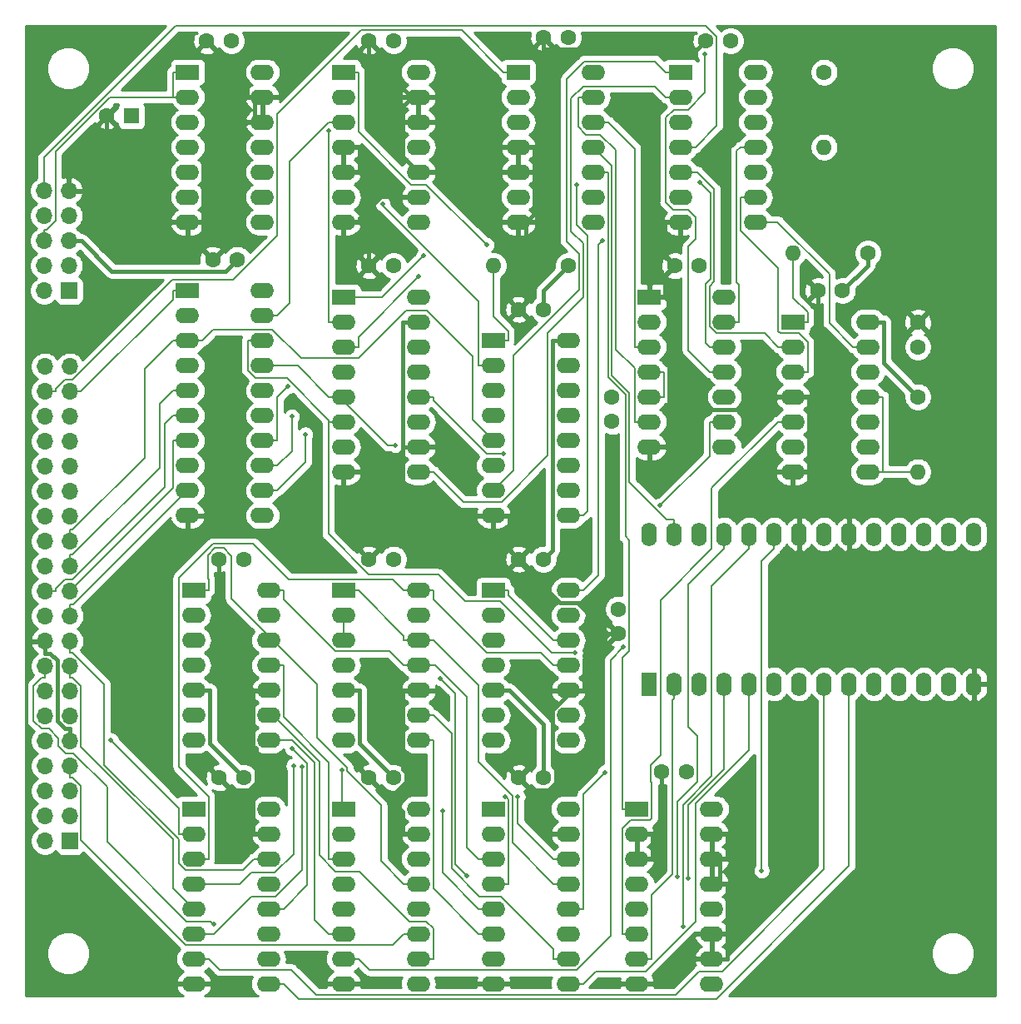
<source format=gbl>
G04 #@! TF.GenerationSoftware,KiCad,Pcbnew,(5.1.9)-1*
G04 #@! TF.CreationDate,2022-09-15T15:00:03+09:00*
G04 #@! TF.ProjectId,MZ-80B,4d5a2d38-3042-42e6-9b69-6361645f7063,rev?*
G04 #@! TF.SameCoordinates,PX53920b0PY93c3260*
G04 #@! TF.FileFunction,Copper,L2,Bot*
G04 #@! TF.FilePolarity,Positive*
%FSLAX46Y46*%
G04 Gerber Fmt 4.6, Leading zero omitted, Abs format (unit mm)*
G04 Created by KiCad (PCBNEW (5.1.9)-1) date 2022-09-15 15:00:03*
%MOMM*%
%LPD*%
G01*
G04 APERTURE LIST*
G04 #@! TA.AperFunction,ComponentPad*
%ADD10C,1.600000*%
G04 #@! TD*
G04 #@! TA.AperFunction,ComponentPad*
%ADD11O,1.600000X1.600000*%
G04 #@! TD*
G04 #@! TA.AperFunction,ComponentPad*
%ADD12R,1.600000X2.400000*%
G04 #@! TD*
G04 #@! TA.AperFunction,ComponentPad*
%ADD13O,1.600000X2.400000*%
G04 #@! TD*
G04 #@! TA.AperFunction,ComponentPad*
%ADD14R,2.400000X1.600000*%
G04 #@! TD*
G04 #@! TA.AperFunction,ComponentPad*
%ADD15O,2.400000X1.600000*%
G04 #@! TD*
G04 #@! TA.AperFunction,ComponentPad*
%ADD16R,1.700000X1.700000*%
G04 #@! TD*
G04 #@! TA.AperFunction,ComponentPad*
%ADD17O,1.700000X1.700000*%
G04 #@! TD*
G04 #@! TA.AperFunction,ComponentPad*
%ADD18R,1.600000X1.600000*%
G04 #@! TD*
G04 #@! TA.AperFunction,ViaPad*
%ADD19C,0.500000*%
G04 #@! TD*
G04 #@! TA.AperFunction,Conductor*
%ADD20C,0.400000*%
G04 #@! TD*
G04 #@! TA.AperFunction,Conductor*
%ADD21C,0.200000*%
G04 #@! TD*
G04 #@! TA.AperFunction,Conductor*
%ADD22C,0.254000*%
G04 #@! TD*
G04 #@! TA.AperFunction,Conductor*
%ADD23C,0.100000*%
G04 #@! TD*
G04 APERTURE END LIST*
D10*
X60325000Y61595000D03*
X60325000Y59095000D03*
X91440000Y69175000D03*
X91440000Y66675000D03*
X91440000Y61595000D03*
D11*
X91440000Y53975000D03*
X78740000Y76200000D03*
D10*
X86360000Y76200000D03*
D11*
X48260000Y74930000D03*
D10*
X55880000Y74930000D03*
X81915000Y94615000D03*
D11*
X81915000Y86995000D03*
D12*
X64135000Y32385000D03*
D13*
X97155000Y47625000D03*
X66675000Y32385000D03*
X94615000Y47625000D03*
X69215000Y32385000D03*
X92075000Y47625000D03*
X71755000Y32385000D03*
X89535000Y47625000D03*
X74295000Y32385000D03*
X86995000Y47625000D03*
X76835000Y32385000D03*
X84455000Y47625000D03*
X79375000Y32385000D03*
X81915000Y47625000D03*
X81915000Y32385000D03*
X79375000Y47625000D03*
X84455000Y32385000D03*
X76835000Y47625000D03*
X86995000Y32385000D03*
X74295000Y47625000D03*
X89535000Y32385000D03*
X71755000Y47625000D03*
X92075000Y32385000D03*
X69215000Y47625000D03*
X94615000Y32385000D03*
X66675000Y47625000D03*
X97155000Y32385000D03*
X64135000Y47625000D03*
D14*
X17780000Y19685000D03*
D15*
X25400000Y1905000D03*
X17780000Y17145000D03*
X25400000Y4445000D03*
X17780000Y14605000D03*
X25400000Y6985000D03*
X17780000Y12065000D03*
X25400000Y9525000D03*
X17780000Y9525000D03*
X25400000Y12065000D03*
X17780000Y6985000D03*
X25400000Y14605000D03*
X17780000Y4445000D03*
X25400000Y17145000D03*
X17780000Y1905000D03*
X25400000Y19685000D03*
D14*
X33020000Y19685000D03*
D15*
X40640000Y1905000D03*
X33020000Y17145000D03*
X40640000Y4445000D03*
X33020000Y14605000D03*
X40640000Y6985000D03*
X33020000Y12065000D03*
X40640000Y9525000D03*
X33020000Y9525000D03*
X40640000Y12065000D03*
X33020000Y6985000D03*
X40640000Y14605000D03*
X33020000Y4445000D03*
X40640000Y17145000D03*
X33020000Y1905000D03*
X40640000Y19685000D03*
X55880000Y19685000D03*
X48260000Y1905000D03*
X55880000Y17145000D03*
X48260000Y4445000D03*
X55880000Y14605000D03*
X48260000Y6985000D03*
X55880000Y12065000D03*
X48260000Y9525000D03*
X55880000Y9525000D03*
X48260000Y12065000D03*
X55880000Y6985000D03*
X48260000Y14605000D03*
X55880000Y4445000D03*
X48260000Y17145000D03*
X55880000Y1905000D03*
D14*
X48260000Y19685000D03*
D15*
X70485000Y19685000D03*
X62865000Y1905000D03*
X70485000Y17145000D03*
X62865000Y4445000D03*
X70485000Y14605000D03*
X62865000Y6985000D03*
X70485000Y12065000D03*
X62865000Y9525000D03*
X70485000Y9525000D03*
X62865000Y12065000D03*
X70485000Y6985000D03*
X62865000Y14605000D03*
X70485000Y4445000D03*
X62865000Y17145000D03*
X70485000Y1905000D03*
D14*
X62865000Y19685000D03*
X17780000Y41910000D03*
D15*
X25400000Y26670000D03*
X17780000Y39370000D03*
X25400000Y29210000D03*
X17780000Y36830000D03*
X25400000Y31750000D03*
X17780000Y34290000D03*
X25400000Y34290000D03*
X17780000Y31750000D03*
X25400000Y36830000D03*
X17780000Y29210000D03*
X25400000Y39370000D03*
X17780000Y26670000D03*
X25400000Y41910000D03*
X40640000Y41910000D03*
X33020000Y26670000D03*
X40640000Y39370000D03*
X33020000Y29210000D03*
X40640000Y36830000D03*
X33020000Y31750000D03*
X40640000Y34290000D03*
X33020000Y34290000D03*
X40640000Y31750000D03*
X33020000Y36830000D03*
X40640000Y29210000D03*
X33020000Y39370000D03*
X40640000Y26670000D03*
D14*
X33020000Y41910000D03*
X48260000Y41910000D03*
D15*
X55880000Y26670000D03*
X48260000Y39370000D03*
X55880000Y29210000D03*
X48260000Y36830000D03*
X55880000Y31750000D03*
X48260000Y34290000D03*
X55880000Y34290000D03*
X48260000Y31750000D03*
X55880000Y36830000D03*
X48260000Y29210000D03*
X55880000Y39370000D03*
X48260000Y26670000D03*
X55880000Y41910000D03*
D14*
X17145000Y72390000D03*
D15*
X24765000Y49530000D03*
X17145000Y69850000D03*
X24765000Y52070000D03*
X17145000Y67310000D03*
X24765000Y54610000D03*
X17145000Y64770000D03*
X24765000Y57150000D03*
X17145000Y62230000D03*
X24765000Y59690000D03*
X17145000Y59690000D03*
X24765000Y62230000D03*
X17145000Y57150000D03*
X24765000Y64770000D03*
X17145000Y54610000D03*
X24765000Y67310000D03*
X17145000Y52070000D03*
X24765000Y69850000D03*
X17145000Y49530000D03*
X24765000Y72390000D03*
D14*
X64135000Y71755000D03*
D15*
X71755000Y56515000D03*
X64135000Y69215000D03*
X71755000Y59055000D03*
X64135000Y66675000D03*
X71755000Y61595000D03*
X64135000Y64135000D03*
X71755000Y64135000D03*
X64135000Y61595000D03*
X71755000Y66675000D03*
X64135000Y59055000D03*
X71755000Y69215000D03*
X64135000Y56515000D03*
X71755000Y71755000D03*
D14*
X78740000Y69215000D03*
D15*
X86360000Y53975000D03*
X78740000Y66675000D03*
X86360000Y56515000D03*
X78740000Y64135000D03*
X86360000Y59055000D03*
X78740000Y61595000D03*
X86360000Y61595000D03*
X78740000Y59055000D03*
X86360000Y64135000D03*
X78740000Y56515000D03*
X86360000Y66675000D03*
X78740000Y53975000D03*
X86360000Y69215000D03*
D14*
X17145000Y94615000D03*
D15*
X24765000Y79375000D03*
X17145000Y92075000D03*
X24765000Y81915000D03*
X17145000Y89535000D03*
X24765000Y84455000D03*
X17145000Y86995000D03*
X24765000Y86995000D03*
X17145000Y84455000D03*
X24765000Y89535000D03*
X17145000Y81915000D03*
X24765000Y92075000D03*
X17145000Y79375000D03*
X24765000Y94615000D03*
X40640000Y94615000D03*
X33020000Y79375000D03*
X40640000Y92075000D03*
X33020000Y81915000D03*
X40640000Y89535000D03*
X33020000Y84455000D03*
X40640000Y86995000D03*
X33020000Y86995000D03*
X40640000Y84455000D03*
X33020000Y89535000D03*
X40640000Y81915000D03*
X33020000Y92075000D03*
X40640000Y79375000D03*
D14*
X33020000Y94615000D03*
D15*
X58420000Y94615000D03*
X50800000Y79375000D03*
X58420000Y92075000D03*
X50800000Y81915000D03*
X58420000Y89535000D03*
X50800000Y84455000D03*
X58420000Y86995000D03*
X50800000Y86995000D03*
X58420000Y84455000D03*
X50800000Y89535000D03*
X58420000Y81915000D03*
X50800000Y92075000D03*
X58420000Y79375000D03*
D14*
X50800000Y94615000D03*
D15*
X74930000Y94615000D03*
X67310000Y79375000D03*
X74930000Y92075000D03*
X67310000Y81915000D03*
X74930000Y89535000D03*
X67310000Y84455000D03*
X74930000Y86995000D03*
X67310000Y86995000D03*
X74930000Y84455000D03*
X67310000Y89535000D03*
X74930000Y81915000D03*
X67310000Y92075000D03*
X74930000Y79375000D03*
D14*
X67310000Y94615000D03*
D10*
X22860000Y22860000D03*
X20360000Y22860000D03*
X50840000Y22860000D03*
X53340000Y22860000D03*
X50840000Y70485000D03*
X53340000Y70485000D03*
X83780000Y72390000D03*
X81280000Y72390000D03*
X22225000Y75565000D03*
X19725000Y75565000D03*
X38100000Y22860000D03*
X35600000Y22860000D03*
X19090000Y97790000D03*
X21590000Y97790000D03*
X50840000Y45085000D03*
X53340000Y45085000D03*
X69215000Y74930000D03*
X66715000Y74930000D03*
X65405000Y23495000D03*
X67905000Y23495000D03*
X53380000Y98130000D03*
X55880000Y98130000D03*
X38100000Y45085000D03*
X35600000Y45085000D03*
X35600000Y97790000D03*
X38100000Y97790000D03*
X72390000Y97790000D03*
X69890000Y97790000D03*
X20360000Y45085000D03*
X22860000Y45085000D03*
X60960000Y40005000D03*
X60960000Y37505000D03*
X38100000Y74930000D03*
X35600000Y74930000D03*
D16*
X5160000Y16430000D03*
D17*
X2620000Y16430000D03*
X5160000Y18970000D03*
X2620000Y18970000D03*
X5160000Y21510000D03*
X2620000Y21510000D03*
X5160000Y24050000D03*
X2620000Y24050000D03*
X5160000Y26590000D03*
X2620000Y26590000D03*
X5160000Y29130000D03*
X2620000Y29130000D03*
X5160000Y31670000D03*
X2620000Y31670000D03*
X5160000Y34210000D03*
X2620000Y34210000D03*
X5160000Y36750000D03*
X2620000Y36750000D03*
X5160000Y39290000D03*
X2620000Y39290000D03*
X5160000Y41830000D03*
X2620000Y41830000D03*
X5160000Y44370000D03*
X2620000Y44370000D03*
X5160000Y46910000D03*
X2620000Y46910000D03*
X5160000Y49450000D03*
X2620000Y49450000D03*
X5160000Y51990000D03*
X2620000Y51990000D03*
X5160000Y54530000D03*
X2620000Y54530000D03*
X5160000Y57070000D03*
X2620000Y57070000D03*
X5160000Y59610000D03*
X2620000Y59610000D03*
X5160000Y62150000D03*
X2620000Y62150000D03*
X5160000Y64690000D03*
X2620000Y64690000D03*
D16*
X5080000Y72390000D03*
D17*
X2540000Y72390000D03*
X5080000Y74930000D03*
X2540000Y74930000D03*
X5080000Y77470000D03*
X2540000Y77470000D03*
X5080000Y80010000D03*
X2540000Y80010000D03*
X5080000Y82550000D03*
X2540000Y82550000D03*
D18*
X11430000Y90170000D03*
D10*
X8930000Y90170000D03*
D14*
X33020000Y71755000D03*
D15*
X40640000Y53975000D03*
X33020000Y69215000D03*
X40640000Y56515000D03*
X33020000Y66675000D03*
X40640000Y59055000D03*
X33020000Y64135000D03*
X40640000Y61595000D03*
X33020000Y61595000D03*
X40640000Y64135000D03*
X33020000Y59055000D03*
X40640000Y66675000D03*
X33020000Y56515000D03*
X40640000Y69215000D03*
X33020000Y53975000D03*
X40640000Y71755000D03*
X55880000Y67310000D03*
X48260000Y49530000D03*
X55880000Y64770000D03*
X48260000Y52070000D03*
X55880000Y62230000D03*
X48260000Y54610000D03*
X55880000Y59690000D03*
X48260000Y57150000D03*
X55880000Y57150000D03*
X48260000Y59690000D03*
X55880000Y54610000D03*
X48260000Y62230000D03*
X55880000Y52070000D03*
X48260000Y64770000D03*
X55880000Y49530000D03*
D14*
X48260000Y67310000D03*
D19*
X38245800Y56694000D03*
X59653900Y23417300D03*
X19833200Y7933400D03*
X9346600Y26660100D03*
X50739900Y20933900D03*
X43066200Y19456800D03*
X69238500Y83435600D03*
X69787200Y96466500D03*
X40684300Y73805100D03*
X27339100Y62634100D03*
X49427400Y20961100D03*
X27745300Y59601600D03*
X68109600Y12592700D03*
X49266200Y55802000D03*
X29131300Y57785000D03*
X27915800Y24092400D03*
X61508900Y36149600D03*
X75565000Y13429000D03*
X27776200Y25866800D03*
X67553900Y7756000D03*
X56596000Y35578500D03*
X66998300Y12762100D03*
X28787900Y23987800D03*
X45550900Y12875700D03*
X42861500Y32986700D03*
X32815200Y23669400D03*
X65220200Y50550200D03*
X59319200Y77452900D03*
X41139400Y75943100D03*
X31519700Y88682300D03*
X56722600Y83111200D03*
X36993600Y81193500D03*
X47558000Y77038200D03*
D20*
X55880000Y67310000D02*
X54279700Y67310000D01*
X54279700Y67310000D02*
X54279700Y46024700D01*
X54279700Y46024700D02*
X53340000Y45085000D01*
X33020000Y31750000D02*
X34620300Y31750000D01*
X34620300Y31750000D02*
X34620300Y26339700D01*
X34620300Y26339700D02*
X38100000Y22860000D01*
X55880000Y74930000D02*
X53340000Y72390000D01*
X53340000Y72390000D02*
X53340000Y70485000D01*
X17780000Y31750000D02*
X19380300Y31750000D01*
X19380300Y31750000D02*
X19380300Y26339700D01*
X19380300Y26339700D02*
X22860000Y22860000D01*
X5080000Y77470000D02*
X6330300Y77470000D01*
X6330300Y77470000D02*
X9443100Y74357200D01*
X9443100Y74357200D02*
X21017200Y74357200D01*
X21017200Y74357200D02*
X22225000Y75565000D01*
X83780000Y72390000D02*
X86360000Y74970000D01*
X86360000Y74970000D02*
X86360000Y76200000D01*
X86360000Y69215000D02*
X87960300Y69215000D01*
X87960300Y69215000D02*
X87960300Y65074700D01*
X87960300Y65074700D02*
X91440000Y61595000D01*
X48260000Y31750000D02*
X49860300Y31750000D01*
X53340000Y22860000D02*
X53340000Y28270300D01*
X53340000Y28270300D02*
X49860300Y31750000D01*
X71285200Y14605000D02*
X72085300Y14605000D01*
X70485000Y14605000D02*
X71285200Y14605000D01*
X71285200Y12065000D02*
X72085300Y12065000D01*
X70485000Y12065000D02*
X71285200Y12065000D01*
X71285200Y12065000D02*
X71285200Y14605000D01*
X72085300Y6985000D02*
X72085300Y12065000D01*
X71935200Y6985000D02*
X72085300Y6985000D01*
X72085300Y6985000D02*
X72085300Y4445000D01*
X70485000Y17145000D02*
X72085300Y17145000D01*
X72085300Y17145000D02*
X72085300Y14605000D01*
X39027800Y53975000D02*
X39027800Y50547200D01*
X39027800Y50547200D02*
X40045000Y49530000D01*
X34620300Y53975000D02*
X39027800Y53975000D01*
X39027800Y53975000D02*
X39027800Y56503100D01*
X39027800Y56503100D02*
X39039700Y56515000D01*
X40640000Y56515000D02*
X39039700Y56515000D01*
X40640000Y69215000D02*
X39039700Y69215000D01*
X39039700Y69215000D02*
X39039700Y56515000D01*
X25400000Y17145000D02*
X23799700Y17145000D01*
X23362600Y21632200D02*
X24114100Y22383700D01*
X24114100Y22383700D02*
X24114100Y25799600D01*
X24114100Y25799600D02*
X23799700Y26114000D01*
X23799700Y26114000D02*
X23799700Y31750000D01*
X20360000Y22860000D02*
X21587800Y21632200D01*
X21587800Y21632200D02*
X23362600Y21632200D01*
X23799700Y17145000D02*
X23799700Y21195100D01*
X23799700Y21195100D02*
X23362600Y21632200D01*
X25400000Y31750000D02*
X23799700Y31750000D01*
X20360000Y45085000D02*
X20360000Y35189700D01*
X20360000Y35189700D02*
X23799700Y31750000D01*
X66146900Y60325000D02*
X66146900Y56926600D01*
X66146900Y56926600D02*
X65735300Y56515000D01*
X65735300Y71755000D02*
X66146900Y71343400D01*
X66146900Y71343400D02*
X66146900Y60325000D01*
X66146900Y60325000D02*
X75869700Y60325000D01*
X75869700Y60325000D02*
X77139700Y61595000D01*
X78740000Y61595000D02*
X77139700Y61595000D01*
X37699300Y20760700D02*
X35600000Y22860000D01*
X39039700Y17145000D02*
X39039700Y19420300D01*
X39039700Y19420300D02*
X37699300Y20760700D01*
X39039700Y31750000D02*
X39039700Y23720600D01*
X39039700Y23720600D02*
X39361000Y23399300D01*
X39361000Y23399300D02*
X39361000Y22422400D01*
X39361000Y22422400D02*
X37699300Y20760700D01*
X40640000Y31750000D02*
X39039700Y31750000D01*
X40640000Y17145000D02*
X39039700Y17145000D01*
X33020000Y53975000D02*
X34620300Y53975000D01*
X40045000Y49530000D02*
X48260000Y49530000D01*
X35600000Y45085000D02*
X40045000Y49530000D01*
X48260000Y49530000D02*
X49860300Y49530000D01*
X49860300Y49530000D02*
X49860300Y46064700D01*
X49860300Y46064700D02*
X50840000Y45085000D01*
X64135000Y56515000D02*
X65735300Y56515000D01*
X65585200Y71755000D02*
X65735300Y71755000D01*
X64135000Y71755000D02*
X65585200Y71755000D01*
X65735300Y71755000D02*
X65735300Y73950300D01*
X65735300Y73950300D02*
X66715000Y74930000D01*
X36818500Y81938000D02*
X34620300Y79739800D01*
X34620300Y79739800D02*
X34620300Y79375000D01*
X39039700Y81915000D02*
X39016700Y81938000D01*
X39016700Y81938000D02*
X36818500Y81938000D01*
X36818500Y81938000D02*
X36818500Y82256800D01*
X36818500Y82256800D02*
X34620300Y84455000D01*
X35600000Y74930000D02*
X35600000Y78395300D01*
X35600000Y78395300D02*
X34620300Y79375000D01*
X33020000Y79375000D02*
X34620300Y79375000D01*
X65405000Y23495000D02*
X65405000Y18084700D01*
X65405000Y18084700D02*
X64465300Y17145000D01*
X62865000Y14605000D02*
X64465300Y14605000D01*
X62865000Y17145000D02*
X64465300Y17145000D01*
X64465300Y17145000D02*
X64465300Y14605000D01*
X51600200Y79375000D02*
X52400300Y80175100D01*
X52400300Y80175100D02*
X52400300Y84455000D01*
X50840000Y70485000D02*
X51600200Y71245200D01*
X51600200Y71245200D02*
X51600200Y79375000D01*
X53380000Y96927900D02*
X53380000Y87974700D01*
X53380000Y87974700D02*
X52400300Y86995000D01*
X53380000Y98130000D02*
X53380000Y96927900D01*
X53380000Y96927900D02*
X69027900Y96927900D01*
X69027900Y96927900D02*
X69890000Y97790000D01*
X50800000Y86995000D02*
X52400300Y86995000D01*
X50800000Y84455000D02*
X52400300Y84455000D01*
X52400300Y84455000D02*
X52400300Y86995000D01*
X40640000Y84455000D02*
X39039700Y86055300D01*
X39039700Y86055300D02*
X39039700Y89535000D01*
X40640000Y89535000D02*
X39039700Y89535000D01*
X59986000Y37432600D02*
X56778600Y40640000D01*
X56778600Y40640000D02*
X55042900Y40640000D01*
X55042900Y40640000D02*
X50840000Y44842900D01*
X50840000Y44842900D02*
X50840000Y45085000D01*
X40640000Y81915000D02*
X39039700Y81915000D01*
X35600000Y97790000D02*
X35600000Y96464900D01*
X35600000Y96464900D02*
X39989900Y92075000D01*
X39989900Y92075000D02*
X39039700Y91124800D01*
X39039700Y91124800D02*
X39039700Y89535000D01*
X53862900Y21629700D02*
X52070300Y21629700D01*
X52070300Y21629700D02*
X50840000Y22860000D01*
X56313500Y31750000D02*
X54279600Y29716100D01*
X54279600Y29716100D02*
X54279600Y24973200D01*
X54279600Y24973200D02*
X54590300Y24662500D01*
X54590300Y24662500D02*
X54590300Y22357100D01*
X54590300Y22357100D02*
X53862900Y21629700D01*
X53862900Y21629700D02*
X53862900Y17561800D01*
X53862900Y17561800D02*
X54279700Y17145000D01*
X55880000Y17145000D02*
X54279700Y17145000D01*
X56313500Y31750000D02*
X57480300Y31750000D01*
X55880000Y31750000D02*
X56313500Y31750000D01*
X40640000Y92075000D02*
X39989900Y92075000D01*
X34470200Y84455000D02*
X34620300Y84455000D01*
X33020000Y84455000D02*
X34470200Y84455000D01*
X33020000Y86995000D02*
X34620300Y86995000D01*
X34620300Y86995000D02*
X34620300Y84455000D01*
X57480300Y31750000D02*
X57480300Y34926900D01*
X57480300Y34926900D02*
X59986000Y37432600D01*
X60960000Y37505000D02*
X60058400Y37505000D01*
X60058400Y37505000D02*
X59986000Y37432600D01*
X80340300Y53975000D02*
X80340300Y61595000D01*
X80340300Y53975000D02*
X80340300Y50190600D01*
X80340300Y61595000D02*
X81280000Y62534700D01*
X81280000Y62534700D02*
X81280000Y72390000D01*
X78740000Y61595000D02*
X80340300Y61595000D01*
X80340300Y50190600D02*
X79375000Y49225300D01*
X84455000Y49225300D02*
X83489700Y50190600D01*
X83489700Y50190600D02*
X80340300Y50190600D01*
X78740000Y53975000D02*
X80340300Y53975000D01*
X8919300Y86000400D02*
X7280100Y86000400D01*
X7280100Y86000400D02*
X5080000Y83800300D01*
X15544700Y79375000D02*
X8919300Y86000400D01*
X8930000Y90170000D02*
X8919300Y90159300D01*
X8919300Y90159300D02*
X8919300Y86000400D01*
X84455000Y47625000D02*
X84455000Y49225300D01*
X84455000Y47625000D02*
X84455000Y46024700D01*
X97155000Y32385000D02*
X97155000Y33985300D01*
X97155000Y33985300D02*
X85115600Y46024700D01*
X85115600Y46024700D02*
X84455000Y46024700D01*
X70485000Y6985000D02*
X71935200Y6985000D01*
X70485000Y4445000D02*
X72085300Y4445000D01*
X79375000Y47625000D02*
X79375000Y49225300D01*
X23964900Y92075000D02*
X23164700Y92075000D01*
X24765000Y92075000D02*
X23964900Y92075000D01*
X23964900Y89535000D02*
X23164700Y89535000D01*
X24765000Y89535000D02*
X23964900Y89535000D01*
X23964900Y92075000D02*
X23964900Y89535000D01*
X18745300Y79375000D02*
X18745300Y85115600D01*
X18745300Y85115600D02*
X23164700Y89535000D01*
X18595200Y79375000D02*
X18745300Y79375000D01*
X17145000Y79375000D02*
X18595200Y79375000D01*
X50800000Y79375000D02*
X51600200Y79375000D01*
X66715000Y74930000D02*
X65709700Y75935300D01*
X65709700Y75935300D02*
X65709700Y79375000D01*
X19725000Y75565000D02*
X18745300Y76544700D01*
X18745300Y76544700D02*
X18745300Y79375000D01*
X67310000Y79375000D02*
X65709700Y79375000D01*
X19090000Y97790000D02*
X23164700Y93715300D01*
X23164700Y93715300D02*
X23164700Y92075000D01*
X5160000Y26590000D02*
X5160000Y27840300D01*
X2620000Y36750000D02*
X2620000Y35499700D01*
X2620000Y35499700D02*
X3167100Y35499700D01*
X3167100Y35499700D02*
X3870300Y34796500D01*
X3870300Y34796500D02*
X3870300Y28611900D01*
X3870300Y28611900D02*
X4641900Y27840300D01*
X4641900Y27840300D02*
X5160000Y27840300D01*
X17145000Y79375000D02*
X15544700Y79375000D01*
X5080000Y82550000D02*
X5080000Y83800300D01*
D21*
X66675000Y32385000D02*
X66675000Y30884700D01*
X62865000Y4445000D02*
X64365300Y4445000D01*
X64365300Y4445000D02*
X64365300Y10907300D01*
X64365300Y10907300D02*
X66505400Y13047400D01*
X66505400Y13047400D02*
X66505400Y30715100D01*
X66505400Y30715100D02*
X66675000Y30884700D01*
X32586500Y61595000D02*
X37487500Y56694000D01*
X37487500Y56694000D02*
X38245800Y56694000D01*
X32586500Y61595000D02*
X31519700Y61595000D01*
X33020000Y61595000D02*
X32586500Y61595000D01*
X31519700Y61595000D02*
X28344700Y64770000D01*
X28344700Y64770000D02*
X26265300Y64770000D01*
X24765000Y64770000D02*
X26265300Y64770000D01*
X55880000Y9525000D02*
X57380300Y9525000D01*
X57380300Y9525000D02*
X57380300Y21143700D01*
X57380300Y21143700D02*
X59653900Y23417300D01*
X17145000Y67310000D02*
X15644700Y67310000D01*
X5160000Y46910000D02*
X5160000Y48060300D01*
X5160000Y48060300D02*
X5447600Y48060300D01*
X5447600Y48060300D02*
X12808700Y55421400D01*
X12808700Y55421400D02*
X12808700Y64474000D01*
X12808700Y64474000D02*
X15644700Y67310000D01*
X17145000Y67310000D02*
X18645300Y67310000D01*
X18645300Y67310000D02*
X19775200Y68439900D01*
X19775200Y68439900D02*
X25763600Y68439900D01*
X25763600Y68439900D02*
X28683500Y65520000D01*
X28683500Y65520000D02*
X34544500Y65520000D01*
X34544500Y65520000D02*
X39388700Y70364200D01*
X39388700Y70364200D02*
X41485700Y70364200D01*
X41485700Y70364200D02*
X46170200Y65679700D01*
X46170200Y65679700D02*
X46170200Y59239800D01*
X46170200Y59239800D02*
X48260000Y57150000D01*
X17145000Y62230000D02*
X15644700Y62230000D01*
X5160000Y44370000D02*
X5160000Y45520300D01*
X5160000Y45520300D02*
X5447600Y45520300D01*
X5447600Y45520300D02*
X14285300Y54358000D01*
X14285300Y54358000D02*
X14285300Y60870600D01*
X14285300Y60870600D02*
X15644700Y62230000D01*
X15644700Y59690000D02*
X14844100Y58889400D01*
X14844100Y58889400D02*
X14844100Y52422100D01*
X14844100Y52422100D02*
X5402300Y42980300D01*
X5402300Y42980300D02*
X4632900Y42980300D01*
X4632900Y42980300D02*
X3770300Y42117700D01*
X3770300Y42117700D02*
X3770300Y41830000D01*
X17145000Y59690000D02*
X15644700Y59690000D01*
X2620000Y41830000D02*
X3770300Y41830000D01*
X17145000Y57150000D02*
X15644700Y57150000D01*
X5160000Y41830000D02*
X15644700Y52314700D01*
X15644700Y52314700D02*
X15644700Y57150000D01*
X5160000Y39290000D02*
X5160000Y40440300D01*
X5160000Y40440300D02*
X5515300Y40440300D01*
X5515300Y40440300D02*
X17145000Y52070000D01*
X23899700Y14605000D02*
X22790800Y13496100D01*
X22790800Y13496100D02*
X16928200Y13496100D01*
X16928200Y13496100D02*
X16279700Y14144600D01*
X16279700Y14144600D02*
X16279700Y16578800D01*
X16279700Y16578800D02*
X8676100Y24182400D01*
X8676100Y24182400D02*
X8676100Y32371200D01*
X8676100Y32371200D02*
X5447600Y35599700D01*
X5447600Y35599700D02*
X5160000Y35599700D01*
X25400000Y14605000D02*
X23899700Y14605000D01*
X5160000Y36750000D02*
X5160000Y35599700D01*
X19833200Y7933400D02*
X19511600Y8255000D01*
X19511600Y8255000D02*
X17041100Y8255000D01*
X17041100Y8255000D02*
X8938700Y16357400D01*
X8938700Y16357400D02*
X8938700Y21926500D01*
X8938700Y21926500D02*
X5545200Y25320000D01*
X5545200Y25320000D02*
X4741500Y25320000D01*
X4741500Y25320000D02*
X4009600Y26051900D01*
X4009600Y26051900D02*
X4009600Y26864600D01*
X4009600Y26864600D02*
X3014100Y27860100D01*
X3014100Y27860100D02*
X2254200Y27860100D01*
X2254200Y27860100D02*
X1469100Y28645200D01*
X1469100Y28645200D02*
X1469100Y32196400D01*
X1469100Y32196400D02*
X2332400Y33059700D01*
X2332400Y33059700D02*
X2620000Y33059700D01*
X2620000Y34210000D02*
X2620000Y33059700D01*
X40640000Y6985000D02*
X39139700Y6985000D01*
X5160000Y24050000D02*
X5160000Y22899700D01*
X5160000Y22899700D02*
X5447700Y22899700D01*
X5447700Y22899700D02*
X6310300Y22037100D01*
X6310300Y22037100D02*
X6310300Y16496500D01*
X6310300Y16496500D02*
X16932900Y5873900D01*
X16932900Y5873900D02*
X38028600Y5873900D01*
X38028600Y5873900D02*
X39139700Y6985000D01*
X5160000Y34210000D02*
X5160000Y33059700D01*
X5160000Y33059700D02*
X5447700Y33059700D01*
X5447700Y33059700D02*
X6310300Y32197100D01*
X6310300Y32197100D02*
X6310300Y25982000D01*
X6310300Y25982000D02*
X15710600Y16581700D01*
X15710600Y16581700D02*
X15710600Y11594400D01*
X15710600Y11594400D02*
X17780000Y9525000D01*
X17780000Y17145000D02*
X16279700Y17145000D01*
X16279700Y17145000D02*
X16279700Y19727000D01*
X16279700Y19727000D02*
X9346600Y26660100D01*
X54379700Y14605000D02*
X50739900Y18244800D01*
X50739900Y18244800D02*
X50739900Y20933900D01*
X55880000Y14605000D02*
X54379700Y14605000D01*
X46759700Y9525000D02*
X43066200Y13218500D01*
X43066200Y13218500D02*
X43066200Y19456800D01*
X48260000Y9525000D02*
X46759700Y9525000D01*
X6310300Y62150000D02*
X15644700Y71484400D01*
X15644700Y71484400D02*
X15644700Y72390000D01*
X17145000Y72390000D02*
X15644700Y72390000D01*
X5160000Y62150000D02*
X6310300Y62150000D01*
X50800000Y94615000D02*
X49299700Y94615000D01*
X2620000Y62150000D02*
X3770300Y62150000D01*
X3770300Y62150000D02*
X3770300Y62437700D01*
X3770300Y62437700D02*
X4632900Y63300300D01*
X4632900Y63300300D02*
X5434200Y63300300D01*
X5434200Y63300300D02*
X15624300Y73490400D01*
X15624300Y73490400D02*
X21755200Y73490400D01*
X21755200Y73490400D02*
X26265400Y78000600D01*
X26265400Y78000600D02*
X26265400Y90320300D01*
X26265400Y90320300D02*
X34841400Y98896300D01*
X34841400Y98896300D02*
X45018400Y98896300D01*
X45018400Y98896300D02*
X49299700Y94615000D01*
X19280300Y4445000D02*
X20380700Y3344600D01*
X20380700Y3344600D02*
X27686300Y3344600D01*
X27686300Y3344600D02*
X30241100Y789800D01*
X30241100Y789800D02*
X66830400Y789800D01*
X66830400Y789800D02*
X69215600Y3175000D01*
X69215600Y3175000D02*
X71533400Y3175000D01*
X71533400Y3175000D02*
X81915000Y13556600D01*
X81915000Y13556600D02*
X81915000Y32385000D01*
X17780000Y4445000D02*
X19280300Y4445000D01*
X64135000Y64135000D02*
X65635300Y64135000D01*
X64135000Y61595000D02*
X65635300Y61595000D01*
X65635300Y61595000D02*
X65635300Y64135000D01*
X86360000Y66675000D02*
X84859700Y66675000D01*
X74930000Y79375000D02*
X77176800Y79375000D01*
X77176800Y79375000D02*
X82429400Y74122400D01*
X82429400Y74122400D02*
X82429400Y69105300D01*
X82429400Y69105300D02*
X84859700Y66675000D01*
X69238500Y83435600D02*
X70335000Y82339100D01*
X70335000Y82339100D02*
X70335000Y73555500D01*
X70335000Y73555500D02*
X69854400Y73074900D01*
X69854400Y73074900D02*
X69854400Y67075300D01*
X69854400Y67075300D02*
X70254700Y66675000D01*
X71755000Y66675000D02*
X70254700Y66675000D01*
X15644700Y92075000D02*
X17145000Y92075000D01*
X2540000Y78620300D02*
X2827700Y78620300D01*
X2827700Y78620300D02*
X3690300Y79482900D01*
X3690300Y79482900D02*
X3690300Y86507200D01*
X3690300Y86507200D02*
X9258100Y92075000D01*
X9258100Y92075000D02*
X15644700Y92075000D01*
X15644700Y92075000D02*
X15644700Y94615000D01*
X17145000Y94615000D02*
X15644700Y94615000D01*
X2540000Y77470000D02*
X2540000Y78620300D01*
X71755000Y64135000D02*
X70254700Y64135000D01*
X69787200Y96466500D02*
X69787200Y92550700D01*
X69787200Y92550700D02*
X68041500Y90805000D01*
X68041500Y90805000D02*
X66602900Y90805000D01*
X66602900Y90805000D02*
X65809600Y90011700D01*
X65809600Y90011700D02*
X65809600Y81416500D01*
X65809600Y81416500D02*
X66581100Y80645000D01*
X66581100Y80645000D02*
X68049000Y80645000D01*
X68049000Y80645000D02*
X68819700Y79874300D01*
X68819700Y79874300D02*
X68819700Y77623000D01*
X68819700Y77623000D02*
X68087400Y76890700D01*
X68087400Y76890700D02*
X68087400Y66302300D01*
X68087400Y66302300D02*
X70254700Y64135000D01*
X67310000Y86995000D02*
X68810300Y86995000D01*
X2540000Y82550000D02*
X2540000Y85938100D01*
X2540000Y85938100D02*
X15958800Y99356900D01*
X15958800Y99356900D02*
X69882900Y99356900D01*
X69882900Y99356900D02*
X70991800Y98248000D01*
X70991800Y98248000D02*
X70991800Y89176500D01*
X70991800Y89176500D02*
X68810300Y86995000D01*
X87860300Y53975000D02*
X91440000Y53975000D01*
X87760200Y53975000D02*
X87860300Y53975000D01*
X86360000Y53975000D02*
X87760200Y53975000D01*
X86360000Y61595000D02*
X87860300Y61595000D01*
X87860300Y61595000D02*
X87860300Y53975000D01*
X78740000Y69215000D02*
X80240300Y69215000D01*
X80240300Y69215000D02*
X80240300Y70177700D01*
X80240300Y70177700D02*
X78740000Y71678000D01*
X78740000Y71678000D02*
X78740000Y76200000D01*
X48260000Y67310000D02*
X49760300Y67310000D01*
X49760300Y67310000D02*
X49760300Y68272700D01*
X49760300Y68272700D02*
X48260000Y69773000D01*
X48260000Y69773000D02*
X48260000Y74930000D01*
X34520300Y66675000D02*
X34520300Y67641100D01*
X34520300Y67641100D02*
X40684300Y73805100D01*
X33020000Y66675000D02*
X34520300Y66675000D01*
X24765000Y57150000D02*
X26265300Y57150000D01*
X27339100Y62634100D02*
X26265300Y61560300D01*
X26265300Y61560300D02*
X26265300Y57150000D01*
X48260000Y12065000D02*
X49760300Y12065000D01*
X49760300Y12065000D02*
X49760300Y20628200D01*
X49760300Y20628200D02*
X49427400Y20961100D01*
X24765000Y54610000D02*
X26265300Y54610000D01*
X27745300Y59601600D02*
X27745300Y56090000D01*
X27745300Y56090000D02*
X26265300Y54610000D01*
X68109600Y12592700D02*
X68109600Y20081600D01*
X68109600Y20081600D02*
X71755000Y23727000D01*
X71755000Y23727000D02*
X71755000Y32385000D01*
X26265300Y52070000D02*
X29131300Y54936000D01*
X29131300Y54936000D02*
X29131300Y57785000D01*
X42140300Y61595000D02*
X42140300Y61219900D01*
X42140300Y61219900D02*
X47558200Y55802000D01*
X47558200Y55802000D02*
X49266200Y55802000D01*
X40640000Y61595000D02*
X42140300Y61595000D01*
X24765000Y52070000D02*
X26265300Y52070000D01*
X74295000Y32385000D02*
X74295000Y25700700D01*
X74295000Y25700700D02*
X68851700Y20257400D01*
X68851700Y20257400D02*
X68851700Y8252400D01*
X68851700Y8252400D02*
X63774300Y3175000D01*
X63774300Y3175000D02*
X58650300Y3175000D01*
X58650300Y3175000D02*
X57380300Y1905000D01*
X55880000Y1905000D02*
X57380300Y1905000D01*
X27915800Y24092400D02*
X27915800Y15110800D01*
X27915800Y15110800D02*
X25998400Y13193400D01*
X25998400Y13193400D02*
X23612900Y13193400D01*
X23612900Y13193400D02*
X22484500Y12065000D01*
X22484500Y12065000D02*
X17780000Y12065000D01*
X33020000Y4445000D02*
X34520300Y4445000D01*
X34520300Y4445000D02*
X35640100Y3325200D01*
X35640100Y3325200D02*
X56770200Y3325200D01*
X56770200Y3325200D02*
X60204200Y6759200D01*
X60204200Y6759200D02*
X60204200Y34844900D01*
X60204200Y34844900D02*
X61508900Y36149600D01*
X26900300Y1905000D02*
X28415900Y389400D01*
X28415900Y389400D02*
X70925600Y389400D01*
X70925600Y389400D02*
X84455000Y13918800D01*
X84455000Y13918800D02*
X84455000Y32385000D01*
X25400000Y1905000D02*
X26900300Y1905000D01*
X76835000Y46124700D02*
X75565000Y44854700D01*
X75565000Y44854700D02*
X75565000Y13429000D01*
X76835000Y47625000D02*
X76835000Y46124700D01*
X27776200Y25866800D02*
X29338300Y24304700D01*
X29338300Y24304700D02*
X29338300Y11963000D01*
X29338300Y11963000D02*
X26900300Y9525000D01*
X25400000Y9525000D02*
X26900300Y9525000D01*
X74295000Y47625000D02*
X74295000Y46124700D01*
X74295000Y46124700D02*
X70485000Y42314700D01*
X70485000Y42314700D02*
X70485000Y23023300D01*
X70485000Y23023300D02*
X67553900Y20092200D01*
X67553900Y20092200D02*
X67553900Y7756000D01*
X31519800Y59055000D02*
X31468500Y59003700D01*
X31468500Y59003700D02*
X31468500Y47648800D01*
X31468500Y47648800D02*
X35594900Y43522400D01*
X35594900Y43522400D02*
X42655600Y43522400D01*
X42655600Y43522400D02*
X45396300Y40781700D01*
X45396300Y40781700D02*
X48957700Y40781700D01*
X48957700Y40781700D02*
X54160900Y35578500D01*
X54160900Y35578500D02*
X56596000Y35578500D01*
X31519800Y59055000D02*
X31519800Y59231700D01*
X31519800Y59231700D02*
X27251500Y63500000D01*
X27251500Y63500000D02*
X24071200Y63500000D01*
X24071200Y63500000D02*
X23264700Y64306500D01*
X23264700Y64306500D02*
X23264700Y67310000D01*
X31619800Y59055000D02*
X31519800Y59055000D01*
X24765000Y67310000D02*
X23264700Y67310000D01*
X33020000Y59055000D02*
X31619800Y59055000D01*
X66998300Y12762100D02*
X66998300Y20404400D01*
X66998300Y20404400D02*
X69038100Y22444200D01*
X69038100Y22444200D02*
X69038100Y27075400D01*
X69038100Y27075400D02*
X68114100Y27999400D01*
X68114100Y27999400D02*
X68114100Y42483800D01*
X68114100Y42483800D02*
X71755000Y46124700D01*
X71755000Y47625000D02*
X71755000Y46124700D01*
X58420000Y86995000D02*
X60320600Y85094400D01*
X60320600Y85094400D02*
X60320600Y63736300D01*
X60320600Y63736300D02*
X62088500Y61968400D01*
X62088500Y61968400D02*
X62088500Y52903700D01*
X62088500Y52903700D02*
X65866900Y49125300D01*
X65866900Y49125300D02*
X66675000Y49125300D01*
X66675000Y47625000D02*
X66675000Y49125300D01*
X28787900Y23987800D02*
X28787900Y13482300D01*
X28787900Y13482300D02*
X26100600Y10795000D01*
X26100600Y10795000D02*
X23599700Y10795000D01*
X23599700Y10795000D02*
X19789700Y6985000D01*
X19789700Y6985000D02*
X17780000Y6985000D01*
X48260000Y41910000D02*
X49760300Y41910000D01*
X55880000Y36830000D02*
X54379700Y36830000D01*
X54379700Y36830000D02*
X49760300Y41449400D01*
X49760300Y41449400D02*
X49760300Y41910000D01*
X42861500Y32986700D02*
X44401200Y31447000D01*
X44401200Y31447000D02*
X44401200Y14025400D01*
X44401200Y14025400D02*
X45550900Y12875700D01*
X17780000Y14605000D02*
X19280300Y14605000D01*
X40640000Y41910000D02*
X39139700Y41910000D01*
X39139700Y41910000D02*
X38039300Y43010400D01*
X38039300Y43010400D02*
X27456100Y43010400D01*
X27456100Y43010400D02*
X23832200Y46634300D01*
X23832200Y46634300D02*
X19710100Y46634300D01*
X19710100Y46634300D02*
X16274800Y43199000D01*
X16274800Y43199000D02*
X16274800Y23962200D01*
X16274800Y23962200D02*
X19280300Y20956700D01*
X19280300Y20956700D02*
X19280300Y14605000D01*
X41073500Y41910000D02*
X40640000Y41910000D01*
X41073500Y41910000D02*
X42140300Y41910000D01*
X42140300Y41910000D02*
X42140300Y40972300D01*
X42140300Y40972300D02*
X47561800Y35550800D01*
X47561800Y35550800D02*
X53118900Y35550800D01*
X53118900Y35550800D02*
X54379700Y34290000D01*
X55880000Y34290000D02*
X54379700Y34290000D01*
X33020000Y19685000D02*
X32815200Y19889800D01*
X32815200Y19889800D02*
X32815200Y23669400D01*
X61364700Y19685000D02*
X61364700Y35066100D01*
X61364700Y35066100D02*
X62063600Y35765000D01*
X62063600Y35765000D02*
X62063600Y47014400D01*
X62063600Y47014400D02*
X61688100Y47389900D01*
X61688100Y47389900D02*
X61688100Y61802500D01*
X61688100Y61802500D02*
X59920300Y63570300D01*
X59920300Y63570300D02*
X59920300Y84455000D01*
X62865000Y19685000D02*
X61364700Y19685000D01*
X58420000Y84455000D02*
X59920300Y84455000D01*
X26900300Y26670000D02*
X27768700Y26670000D01*
X27768700Y26670000D02*
X30070300Y24368400D01*
X30070300Y24368400D02*
X30070300Y8434400D01*
X30070300Y8434400D02*
X31519700Y6985000D01*
X33020000Y6985000D02*
X31519700Y6985000D01*
X25400000Y26670000D02*
X26900300Y26670000D01*
X39139700Y12065000D02*
X36830000Y14374700D01*
X36830000Y14374700D02*
X36830000Y20073800D01*
X36830000Y20073800D02*
X33365500Y23538300D01*
X33365500Y23538300D02*
X33365500Y23897400D01*
X33365500Y23897400D02*
X30313400Y26949500D01*
X30313400Y26949500D02*
X30313400Y32350100D01*
X30313400Y32350100D02*
X25833500Y36830000D01*
X40640000Y12065000D02*
X39139700Y12065000D01*
X19280300Y41910000D02*
X19280300Y43010300D01*
X19280300Y43010300D02*
X19189300Y43101300D01*
X19189300Y43101300D02*
X19189300Y45488000D01*
X19189300Y45488000D02*
X19933600Y46232300D01*
X19933600Y46232300D02*
X20798800Y46232300D01*
X20798800Y46232300D02*
X21610100Y45421000D01*
X21610100Y45421000D02*
X21610100Y41053400D01*
X21610100Y41053400D02*
X25833500Y36830000D01*
X17780000Y41910000D02*
X19280300Y41910000D01*
X25400000Y36830000D02*
X25833500Y36830000D01*
X25400000Y34290000D02*
X26900300Y34290000D01*
X33020000Y14605000D02*
X31519700Y14605000D01*
X31519700Y14605000D02*
X31519700Y24413900D01*
X31519700Y24413900D02*
X26900300Y29033300D01*
X26900300Y29033300D02*
X26900300Y34290000D01*
X25400000Y29210000D02*
X25794800Y29210000D01*
X25794800Y29210000D02*
X30539200Y24465600D01*
X30539200Y24465600D02*
X30539200Y14988800D01*
X30539200Y14988800D02*
X32193000Y13335000D01*
X32193000Y13335000D02*
X34629800Y13335000D01*
X34629800Y13335000D02*
X39709800Y8255000D01*
X39709800Y8255000D02*
X41412800Y8255000D01*
X41412800Y8255000D02*
X42140300Y7527500D01*
X42140300Y7527500D02*
X42140300Y4445000D01*
X40640000Y4445000D02*
X42140300Y4445000D01*
X42140300Y29210000D02*
X44000800Y27349500D01*
X44000800Y27349500D02*
X44000800Y13647600D01*
X44000800Y13647600D02*
X46853400Y10795000D01*
X46853400Y10795000D02*
X49007800Y10795000D01*
X49007800Y10795000D02*
X54379700Y5423100D01*
X54379700Y5423100D02*
X54379700Y4445000D01*
X55880000Y4445000D02*
X54379700Y4445000D01*
X40640000Y29210000D02*
X42140300Y29210000D01*
X46759700Y14605000D02*
X45583900Y15780800D01*
X45583900Y15780800D02*
X45583900Y31042600D01*
X45583900Y31042600D02*
X42336500Y34290000D01*
X42336500Y34290000D02*
X42140300Y34290000D01*
X40640000Y34290000D02*
X39139700Y34290000D01*
X25400000Y41910000D02*
X26900300Y41910000D01*
X26900300Y41910000D02*
X26900300Y40972300D01*
X26900300Y40972300D02*
X32159700Y35712900D01*
X32159700Y35712900D02*
X37716800Y35712900D01*
X37716800Y35712900D02*
X39139700Y34290000D01*
X48260000Y14605000D02*
X46759700Y14605000D01*
X40640000Y34290000D02*
X42140300Y34290000D01*
X42140300Y36830000D02*
X46733100Y32237200D01*
X46733100Y32237200D02*
X46733100Y24446800D01*
X46733100Y24446800D02*
X50189500Y20990400D01*
X50189500Y20990400D02*
X50189500Y16255200D01*
X50189500Y16255200D02*
X54379700Y12065000D01*
X40640000Y36830000D02*
X39139700Y36830000D01*
X33020000Y41910000D02*
X34520300Y41910000D01*
X34520300Y41910000D02*
X39139700Y37290600D01*
X39139700Y37290600D02*
X39139700Y36830000D01*
X55880000Y12065000D02*
X54379700Y12065000D01*
X40640000Y36830000D02*
X42140300Y36830000D01*
X42140300Y26670000D02*
X42140300Y11604400D01*
X42140300Y11604400D02*
X46759700Y6985000D01*
X48260000Y6985000D02*
X46759700Y6985000D01*
X40640000Y26670000D02*
X42140300Y26670000D01*
X62865000Y6985000D02*
X61364700Y6985000D01*
X78740000Y59055000D02*
X77239700Y59055000D01*
X77239700Y59055000D02*
X70485000Y52300300D01*
X70485000Y52300300D02*
X70485000Y46124600D01*
X70485000Y46124600D02*
X65263400Y40903000D01*
X65263400Y40903000D02*
X65263400Y25150700D01*
X65263400Y25150700D02*
X64285800Y24173100D01*
X64285800Y24173100D02*
X64285800Y22474200D01*
X64285800Y22474200D02*
X64365400Y22394600D01*
X64365400Y22394600D02*
X64365400Y18760700D01*
X64365400Y18760700D02*
X64161400Y18556700D01*
X64161400Y18556700D02*
X62238600Y18556700D01*
X62238600Y18556700D02*
X61364700Y17682800D01*
X61364700Y17682800D02*
X61364700Y6985000D01*
X71755000Y59055000D02*
X70254700Y59055000D01*
X70254700Y59055000D02*
X70254700Y55584700D01*
X70254700Y55584700D02*
X65220200Y50550200D01*
X32269900Y39370000D02*
X33020000Y38619900D01*
X33020000Y38619900D02*
X33020000Y36830000D01*
X33020000Y39370000D02*
X32269900Y39370000D01*
X55880000Y41910000D02*
X57380300Y41910000D01*
X59319200Y77452900D02*
X58944300Y77078000D01*
X58944300Y77078000D02*
X58944300Y43474000D01*
X58944300Y43474000D02*
X57380300Y41910000D01*
X24765000Y69850000D02*
X26265300Y69850000D01*
X33020000Y89535000D02*
X31519700Y89535000D01*
X31519700Y89535000D02*
X27531900Y85547200D01*
X27531900Y85547200D02*
X27531900Y71116600D01*
X27531900Y71116600D02*
X26265300Y69850000D01*
X78740000Y66675000D02*
X77239700Y66675000D01*
X41139400Y75943100D02*
X36951300Y71755000D01*
X36951300Y71755000D02*
X33020000Y71755000D01*
X67310000Y84455000D02*
X69001400Y84455000D01*
X69001400Y84455000D02*
X70735300Y82721100D01*
X70735300Y82721100D02*
X70735300Y73289800D01*
X70735300Y73289800D02*
X70254700Y72809200D01*
X70254700Y72809200D02*
X70254700Y68754600D01*
X70254700Y68754600D02*
X70922600Y68086700D01*
X70922600Y68086700D02*
X75828000Y68086700D01*
X75828000Y68086700D02*
X77239700Y66675000D01*
X42140300Y53975000D02*
X45194300Y50921000D01*
X45194300Y50921000D02*
X49071600Y50921000D01*
X49071600Y50921000D02*
X53751700Y55601100D01*
X53751700Y55601100D02*
X53751700Y68046800D01*
X53751700Y68046800D02*
X57394300Y71689400D01*
X57394300Y71689400D02*
X57394300Y77214300D01*
X57394300Y77214300D02*
X56172300Y78436300D01*
X56172300Y78436300D02*
X56172300Y91984900D01*
X56172300Y91984900D02*
X57373200Y93185800D01*
X57373200Y93185800D02*
X64698900Y93185800D01*
X64698900Y93185800D02*
X65809700Y92075000D01*
X40640000Y53975000D02*
X42140300Y53975000D01*
X67310000Y92075000D02*
X65809700Y92075000D01*
X31519700Y69215000D02*
X31519700Y88682300D01*
X33020000Y69215000D02*
X31519700Y69215000D01*
X55880000Y49530000D02*
X57380300Y49530000D01*
X56722600Y83111200D02*
X56722600Y79116100D01*
X56722600Y79116100D02*
X57834700Y78004000D01*
X57834700Y78004000D02*
X57834700Y49984400D01*
X57834700Y49984400D02*
X57380300Y49530000D01*
X48260000Y64770000D02*
X46759700Y64770000D01*
X36993600Y81193500D02*
X36993600Y81030600D01*
X36993600Y81030600D02*
X46759700Y71264500D01*
X46759700Y71264500D02*
X46759700Y64770000D01*
X67310000Y94615000D02*
X65809700Y94615000D01*
X65809700Y94615000D02*
X64700600Y95724100D01*
X64700600Y95724100D02*
X57532500Y95724100D01*
X57532500Y95724100D02*
X55721100Y93912700D01*
X55721100Y93912700D02*
X55721100Y77400500D01*
X55721100Y77400500D02*
X56993900Y76127700D01*
X56993900Y76127700D02*
X56993900Y72523900D01*
X56993900Y72523900D02*
X50305200Y65835200D01*
X50305200Y65835200D02*
X50305200Y54115200D01*
X50305200Y54115200D02*
X48260000Y52070000D01*
X71755000Y69215000D02*
X73255300Y69215000D01*
X74930000Y86995000D02*
X73429700Y86995000D01*
X73429700Y86995000D02*
X73029300Y86594600D01*
X73029300Y86594600D02*
X73029300Y73211600D01*
X73029300Y73211600D02*
X73255300Y72985600D01*
X73255300Y72985600D02*
X73255300Y69215000D01*
X56919700Y92075000D02*
X56919700Y89051400D01*
X56919700Y89051400D02*
X57706100Y88265000D01*
X57706100Y88265000D02*
X59133300Y88265000D01*
X59133300Y88265000D02*
X60720900Y86677400D01*
X60720900Y86677400D02*
X60720900Y66408800D01*
X60720900Y66408800D02*
X62634700Y64495000D01*
X62634700Y64495000D02*
X62634700Y59055000D01*
X64135000Y59055000D02*
X62634700Y59055000D01*
X58420000Y92075000D02*
X56919700Y92075000D01*
X64135000Y66675000D02*
X62634700Y66675000D01*
X58420000Y89535000D02*
X59920300Y89535000D01*
X59920300Y89535000D02*
X62634700Y86820600D01*
X62634700Y86820600D02*
X62634700Y66675000D01*
X78740000Y64135000D02*
X80240300Y64135000D01*
X74930000Y81915000D02*
X73429700Y81915000D01*
X73429700Y81915000D02*
X73429700Y78500600D01*
X73429700Y78500600D02*
X77239700Y74690600D01*
X77239700Y74690600D02*
X77239700Y68290600D01*
X77239700Y68290600D02*
X77443600Y68086700D01*
X77443600Y68086700D02*
X79326100Y68086700D01*
X79326100Y68086700D02*
X80240300Y67172500D01*
X80240300Y67172500D02*
X80240300Y64135000D01*
X33020000Y94615000D02*
X34520300Y94615000D01*
X47558000Y77038200D02*
X41411200Y83185000D01*
X41411200Y83185000D02*
X39916400Y83185000D01*
X39916400Y83185000D02*
X34520300Y88581100D01*
X34520300Y88581100D02*
X34520300Y94615000D01*
D22*
X99340000Y660000D02*
X72235646Y660000D01*
X76795774Y5220128D01*
X92765000Y5220128D01*
X92765000Y4779872D01*
X92850890Y4348075D01*
X93019369Y3941331D01*
X93263962Y3575271D01*
X93575271Y3263962D01*
X93941331Y3019369D01*
X94348075Y2850890D01*
X94779872Y2765000D01*
X95220128Y2765000D01*
X95651925Y2850890D01*
X96058669Y3019369D01*
X96424729Y3263962D01*
X96736038Y3575271D01*
X96980631Y3941331D01*
X97149110Y4348075D01*
X97235000Y4779872D01*
X97235000Y5220128D01*
X97149110Y5651925D01*
X96980631Y6058669D01*
X96736038Y6424729D01*
X96424729Y6736038D01*
X96058669Y6980631D01*
X95651925Y7149110D01*
X95220128Y7235000D01*
X94779872Y7235000D01*
X94348075Y7149110D01*
X93941331Y6980631D01*
X93575271Y6736038D01*
X93263962Y6424729D01*
X93019369Y6058669D01*
X92850890Y5651925D01*
X92765000Y5220128D01*
X76795774Y5220128D01*
X84949198Y13373551D01*
X84977237Y13396562D01*
X85000250Y13424603D01*
X85000253Y13424606D01*
X85043826Y13477700D01*
X85069087Y13508480D01*
X85137337Y13636167D01*
X85170448Y13745320D01*
X85179365Y13774714D01*
X85193556Y13918800D01*
X85190000Y13954905D01*
X85190000Y30750736D01*
X85256101Y30786068D01*
X85474608Y30965392D01*
X85653932Y31183899D01*
X85725000Y31316858D01*
X85796068Y31183899D01*
X85975393Y30965392D01*
X86193900Y30786068D01*
X86443193Y30652818D01*
X86713692Y30570764D01*
X86995000Y30543057D01*
X87276309Y30570764D01*
X87546808Y30652818D01*
X87796101Y30786068D01*
X88014608Y30965392D01*
X88193932Y31183899D01*
X88265000Y31316858D01*
X88336068Y31183899D01*
X88515393Y30965392D01*
X88733900Y30786068D01*
X88983193Y30652818D01*
X89253692Y30570764D01*
X89535000Y30543057D01*
X89816309Y30570764D01*
X90086808Y30652818D01*
X90336101Y30786068D01*
X90554608Y30965392D01*
X90733932Y31183899D01*
X90805000Y31316858D01*
X90876068Y31183899D01*
X91055393Y30965392D01*
X91273900Y30786068D01*
X91523193Y30652818D01*
X91793692Y30570764D01*
X92075000Y30543057D01*
X92356309Y30570764D01*
X92626808Y30652818D01*
X92876101Y30786068D01*
X93094608Y30965392D01*
X93273932Y31183899D01*
X93345000Y31316858D01*
X93416068Y31183899D01*
X93595393Y30965392D01*
X93813900Y30786068D01*
X94063193Y30652818D01*
X94333692Y30570764D01*
X94615000Y30543057D01*
X94896309Y30570764D01*
X95166808Y30652818D01*
X95416101Y30786068D01*
X95634608Y30965392D01*
X95813932Y31183899D01*
X95882265Y31311741D01*
X96032399Y31082161D01*
X96230105Y30880500D01*
X96463354Y30721285D01*
X96723182Y30610633D01*
X96805961Y30593096D01*
X97028000Y30715085D01*
X97028000Y32258000D01*
X97282000Y32258000D01*
X97282000Y30715085D01*
X97504039Y30593096D01*
X97586818Y30610633D01*
X97846646Y30721285D01*
X98079895Y30880500D01*
X98277601Y31082161D01*
X98432166Y31318517D01*
X98537650Y31580486D01*
X98590000Y31858000D01*
X98590000Y32258000D01*
X97282000Y32258000D01*
X97028000Y32258000D01*
X97008000Y32258000D01*
X97008000Y32512000D01*
X97028000Y32512000D01*
X97028000Y34054915D01*
X97282000Y34054915D01*
X97282000Y32512000D01*
X98590000Y32512000D01*
X98590000Y32912000D01*
X98537650Y33189514D01*
X98432166Y33451483D01*
X98277601Y33687839D01*
X98079895Y33889500D01*
X97846646Y34048715D01*
X97586818Y34159367D01*
X97504039Y34176904D01*
X97282000Y34054915D01*
X97028000Y34054915D01*
X96805961Y34176904D01*
X96723182Y34159367D01*
X96463354Y34048715D01*
X96230105Y33889500D01*
X96032399Y33687839D01*
X95882265Y33458259D01*
X95813932Y33586101D01*
X95634607Y33804608D01*
X95416100Y33983932D01*
X95166807Y34117182D01*
X94896308Y34199236D01*
X94615000Y34226943D01*
X94333691Y34199236D01*
X94063192Y34117182D01*
X93813899Y33983932D01*
X93595392Y33804607D01*
X93416068Y33586100D01*
X93345000Y33453142D01*
X93273932Y33586101D01*
X93094607Y33804608D01*
X92876100Y33983932D01*
X92626807Y34117182D01*
X92356308Y34199236D01*
X92075000Y34226943D01*
X91793691Y34199236D01*
X91523192Y34117182D01*
X91273899Y33983932D01*
X91055392Y33804607D01*
X90876068Y33586100D01*
X90805000Y33453142D01*
X90733932Y33586101D01*
X90554607Y33804608D01*
X90336100Y33983932D01*
X90086807Y34117182D01*
X89816308Y34199236D01*
X89535000Y34226943D01*
X89253691Y34199236D01*
X88983192Y34117182D01*
X88733899Y33983932D01*
X88515392Y33804607D01*
X88336068Y33586100D01*
X88265000Y33453142D01*
X88193932Y33586101D01*
X88014607Y33804608D01*
X87796100Y33983932D01*
X87546807Y34117182D01*
X87276308Y34199236D01*
X86995000Y34226943D01*
X86713691Y34199236D01*
X86443192Y34117182D01*
X86193899Y33983932D01*
X85975392Y33804607D01*
X85796068Y33586100D01*
X85725000Y33453142D01*
X85653932Y33586101D01*
X85474607Y33804608D01*
X85256100Y33983932D01*
X85006807Y34117182D01*
X84736308Y34199236D01*
X84455000Y34226943D01*
X84173691Y34199236D01*
X83903192Y34117182D01*
X83653899Y33983932D01*
X83435392Y33804607D01*
X83256068Y33586100D01*
X83185000Y33453142D01*
X83113932Y33586101D01*
X82934607Y33804608D01*
X82716100Y33983932D01*
X82466807Y34117182D01*
X82196308Y34199236D01*
X81915000Y34226943D01*
X81633691Y34199236D01*
X81363192Y34117182D01*
X81113899Y33983932D01*
X80895392Y33804607D01*
X80716068Y33586100D01*
X80645000Y33453142D01*
X80573932Y33586101D01*
X80394607Y33804608D01*
X80176100Y33983932D01*
X79926807Y34117182D01*
X79656308Y34199236D01*
X79375000Y34226943D01*
X79093691Y34199236D01*
X78823192Y34117182D01*
X78573899Y33983932D01*
X78355392Y33804607D01*
X78176068Y33586100D01*
X78105000Y33453142D01*
X78033932Y33586101D01*
X77854607Y33804608D01*
X77636100Y33983932D01*
X77386807Y34117182D01*
X77116308Y34199236D01*
X76835000Y34226943D01*
X76553691Y34199236D01*
X76300000Y34122281D01*
X76300000Y44550254D01*
X77329193Y45579446D01*
X77357238Y45602462D01*
X77449087Y45714380D01*
X77517337Y45842067D01*
X77559365Y45980615D01*
X77559826Y45985298D01*
X77636101Y46026068D01*
X77854608Y46205392D01*
X78033932Y46423899D01*
X78102265Y46551741D01*
X78252399Y46322161D01*
X78450105Y46120500D01*
X78683354Y45961285D01*
X78943182Y45850633D01*
X79025961Y45833096D01*
X79248000Y45955085D01*
X79248000Y47498000D01*
X79228000Y47498000D01*
X79228000Y47752000D01*
X79248000Y47752000D01*
X79248000Y49294915D01*
X79502000Y49294915D01*
X79502000Y47752000D01*
X79522000Y47752000D01*
X79522000Y47498000D01*
X79502000Y47498000D01*
X79502000Y45955085D01*
X79724039Y45833096D01*
X79806818Y45850633D01*
X80066646Y45961285D01*
X80299895Y46120500D01*
X80497601Y46322161D01*
X80647735Y46551741D01*
X80716068Y46423899D01*
X80895393Y46205392D01*
X81113900Y46026068D01*
X81363193Y45892818D01*
X81633692Y45810764D01*
X81915000Y45783057D01*
X82196309Y45810764D01*
X82466808Y45892818D01*
X82716101Y46026068D01*
X82934608Y46205392D01*
X83113932Y46423899D01*
X83182265Y46551741D01*
X83332399Y46322161D01*
X83530105Y46120500D01*
X83763354Y45961285D01*
X84023182Y45850633D01*
X84105961Y45833096D01*
X84328000Y45955085D01*
X84328000Y47498000D01*
X84308000Y47498000D01*
X84308000Y47752000D01*
X84328000Y47752000D01*
X84328000Y49294915D01*
X84582000Y49294915D01*
X84582000Y47752000D01*
X84602000Y47752000D01*
X84602000Y47498000D01*
X84582000Y47498000D01*
X84582000Y45955085D01*
X84804039Y45833096D01*
X84886818Y45850633D01*
X85146646Y45961285D01*
X85379895Y46120500D01*
X85577601Y46322161D01*
X85727735Y46551741D01*
X85796068Y46423899D01*
X85975393Y46205392D01*
X86193900Y46026068D01*
X86443193Y45892818D01*
X86713692Y45810764D01*
X86995000Y45783057D01*
X87276309Y45810764D01*
X87546808Y45892818D01*
X87796101Y46026068D01*
X88014608Y46205392D01*
X88193932Y46423899D01*
X88265000Y46556858D01*
X88336068Y46423899D01*
X88515393Y46205392D01*
X88733900Y46026068D01*
X88983193Y45892818D01*
X89253692Y45810764D01*
X89535000Y45783057D01*
X89816309Y45810764D01*
X90086808Y45892818D01*
X90336101Y46026068D01*
X90554608Y46205392D01*
X90733932Y46423899D01*
X90805000Y46556858D01*
X90876068Y46423899D01*
X91055393Y46205392D01*
X91273900Y46026068D01*
X91523193Y45892818D01*
X91793692Y45810764D01*
X92075000Y45783057D01*
X92356309Y45810764D01*
X92626808Y45892818D01*
X92876101Y46026068D01*
X93094608Y46205392D01*
X93273932Y46423899D01*
X93345000Y46556858D01*
X93416068Y46423899D01*
X93595393Y46205392D01*
X93813900Y46026068D01*
X94063193Y45892818D01*
X94333692Y45810764D01*
X94615000Y45783057D01*
X94896309Y45810764D01*
X95166808Y45892818D01*
X95416101Y46026068D01*
X95634608Y46205392D01*
X95813932Y46423899D01*
X95885000Y46556858D01*
X95956068Y46423899D01*
X96135393Y46205392D01*
X96353900Y46026068D01*
X96603193Y45892818D01*
X96873692Y45810764D01*
X97155000Y45783057D01*
X97436309Y45810764D01*
X97706808Y45892818D01*
X97956101Y46026068D01*
X98174608Y46205392D01*
X98353932Y46423899D01*
X98487182Y46673192D01*
X98569236Y46943691D01*
X98590000Y47154509D01*
X98590000Y48095492D01*
X98569236Y48306309D01*
X98487182Y48576808D01*
X98353932Y48826101D01*
X98174607Y49044608D01*
X97956100Y49223932D01*
X97706807Y49357182D01*
X97436308Y49439236D01*
X97155000Y49466943D01*
X96873691Y49439236D01*
X96603192Y49357182D01*
X96353899Y49223932D01*
X96135392Y49044607D01*
X95956068Y48826100D01*
X95885000Y48693142D01*
X95813932Y48826101D01*
X95634607Y49044608D01*
X95416100Y49223932D01*
X95166807Y49357182D01*
X94896308Y49439236D01*
X94615000Y49466943D01*
X94333691Y49439236D01*
X94063192Y49357182D01*
X93813899Y49223932D01*
X93595392Y49044607D01*
X93416068Y48826100D01*
X93345000Y48693142D01*
X93273932Y48826101D01*
X93094607Y49044608D01*
X92876100Y49223932D01*
X92626807Y49357182D01*
X92356308Y49439236D01*
X92075000Y49466943D01*
X91793691Y49439236D01*
X91523192Y49357182D01*
X91273899Y49223932D01*
X91055392Y49044607D01*
X90876068Y48826100D01*
X90805000Y48693142D01*
X90733932Y48826101D01*
X90554607Y49044608D01*
X90336100Y49223932D01*
X90086807Y49357182D01*
X89816308Y49439236D01*
X89535000Y49466943D01*
X89253691Y49439236D01*
X88983192Y49357182D01*
X88733899Y49223932D01*
X88515392Y49044607D01*
X88336068Y48826100D01*
X88265000Y48693142D01*
X88193932Y48826101D01*
X88014607Y49044608D01*
X87796100Y49223932D01*
X87546807Y49357182D01*
X87276308Y49439236D01*
X86995000Y49466943D01*
X86713691Y49439236D01*
X86443192Y49357182D01*
X86193899Y49223932D01*
X85975392Y49044607D01*
X85796068Y48826100D01*
X85727735Y48698258D01*
X85577601Y48927839D01*
X85379895Y49129500D01*
X85146646Y49288715D01*
X84886818Y49399367D01*
X84804039Y49416904D01*
X84582000Y49294915D01*
X84328000Y49294915D01*
X84105961Y49416904D01*
X84023182Y49399367D01*
X83763354Y49288715D01*
X83530105Y49129500D01*
X83332399Y48927839D01*
X83182265Y48698259D01*
X83113932Y48826101D01*
X82934607Y49044608D01*
X82716100Y49223932D01*
X82466807Y49357182D01*
X82196308Y49439236D01*
X81915000Y49466943D01*
X81633691Y49439236D01*
X81363192Y49357182D01*
X81113899Y49223932D01*
X80895392Y49044607D01*
X80716068Y48826100D01*
X80647735Y48698258D01*
X80497601Y48927839D01*
X80299895Y49129500D01*
X80066646Y49288715D01*
X79806818Y49399367D01*
X79724039Y49416904D01*
X79502000Y49294915D01*
X79248000Y49294915D01*
X79025961Y49416904D01*
X78943182Y49399367D01*
X78683354Y49288715D01*
X78450105Y49129500D01*
X78252399Y48927839D01*
X78102265Y48698259D01*
X78033932Y48826101D01*
X77854607Y49044608D01*
X77636100Y49223932D01*
X77386807Y49357182D01*
X77116308Y49439236D01*
X76835000Y49466943D01*
X76553691Y49439236D01*
X76283192Y49357182D01*
X76033899Y49223932D01*
X75815392Y49044607D01*
X75636068Y48826100D01*
X75565000Y48693142D01*
X75493932Y48826101D01*
X75314607Y49044608D01*
X75096100Y49223932D01*
X74846807Y49357182D01*
X74576308Y49439236D01*
X74295000Y49466943D01*
X74013691Y49439236D01*
X73743192Y49357182D01*
X73493899Y49223932D01*
X73275392Y49044607D01*
X73096068Y48826100D01*
X73025000Y48693142D01*
X72953932Y48826101D01*
X72774607Y49044608D01*
X72556100Y49223932D01*
X72306807Y49357182D01*
X72036308Y49439236D01*
X71755000Y49466943D01*
X71473691Y49439236D01*
X71220000Y49362281D01*
X71220000Y51995854D01*
X72850107Y53625961D01*
X76948096Y53625961D01*
X76965633Y53543182D01*
X77076285Y53283354D01*
X77235500Y53050105D01*
X77437161Y52852399D01*
X77673517Y52697834D01*
X77935486Y52592350D01*
X78213000Y52540000D01*
X78613000Y52540000D01*
X78613000Y53848000D01*
X78867000Y53848000D01*
X78867000Y52540000D01*
X79267000Y52540000D01*
X79544514Y52592350D01*
X79806483Y52697834D01*
X80042839Y52852399D01*
X80244500Y53050105D01*
X80403715Y53283354D01*
X80514367Y53543182D01*
X80531904Y53625961D01*
X80409915Y53848000D01*
X78867000Y53848000D01*
X78613000Y53848000D01*
X77070085Y53848000D01*
X76948096Y53625961D01*
X72850107Y53625961D01*
X77292962Y58068815D01*
X77320392Y58035392D01*
X77538899Y57856068D01*
X77671858Y57785000D01*
X77538899Y57713932D01*
X77320392Y57534608D01*
X77141068Y57316101D01*
X77007818Y57066808D01*
X76925764Y56796309D01*
X76898057Y56515000D01*
X76925764Y56233691D01*
X77007818Y55963192D01*
X77141068Y55713899D01*
X77320392Y55495392D01*
X77538899Y55316068D01*
X77666741Y55247735D01*
X77437161Y55097601D01*
X77235500Y54899895D01*
X77076285Y54666646D01*
X76965633Y54406818D01*
X76948096Y54324039D01*
X77070085Y54102000D01*
X78613000Y54102000D01*
X78613000Y54122000D01*
X78867000Y54122000D01*
X78867000Y54102000D01*
X80409915Y54102000D01*
X80531904Y54324039D01*
X80514367Y54406818D01*
X80403715Y54666646D01*
X80244500Y54899895D01*
X80042839Y55097601D01*
X79813259Y55247735D01*
X79941101Y55316068D01*
X80159608Y55495392D01*
X80338932Y55713899D01*
X80472182Y55963192D01*
X80554236Y56233691D01*
X80581943Y56515000D01*
X80554236Y56796309D01*
X80472182Y57066808D01*
X80338932Y57316101D01*
X80159608Y57534608D01*
X79941101Y57713932D01*
X79808142Y57785000D01*
X79941101Y57856068D01*
X80159608Y58035392D01*
X80338932Y58253899D01*
X80472182Y58503192D01*
X80554236Y58773691D01*
X80581943Y59055000D01*
X80554236Y59336309D01*
X80472182Y59606808D01*
X80338932Y59856101D01*
X80159608Y60074608D01*
X79941101Y60253932D01*
X79813259Y60322265D01*
X80042839Y60472399D01*
X80244500Y60670105D01*
X80403715Y60903354D01*
X80514367Y61163182D01*
X80531904Y61245961D01*
X80409915Y61468000D01*
X78867000Y61468000D01*
X78867000Y61448000D01*
X78613000Y61448000D01*
X78613000Y61468000D01*
X77070085Y61468000D01*
X76948096Y61245961D01*
X76965633Y61163182D01*
X77076285Y60903354D01*
X77235500Y60670105D01*
X77437161Y60472399D01*
X77666741Y60322265D01*
X77538899Y60253932D01*
X77320392Y60074608D01*
X77141068Y59856101D01*
X77100298Y59779826D01*
X77095615Y59779365D01*
X76957067Y59737337D01*
X76829380Y59669087D01*
X76717462Y59577238D01*
X76694446Y59549193D01*
X73590026Y56444773D01*
X73596943Y56515000D01*
X73569236Y56796309D01*
X73487182Y57066808D01*
X73353932Y57316101D01*
X73174608Y57534608D01*
X72956101Y57713932D01*
X72823142Y57785000D01*
X72956101Y57856068D01*
X73174608Y58035392D01*
X73353932Y58253899D01*
X73487182Y58503192D01*
X73569236Y58773691D01*
X73596943Y59055000D01*
X73569236Y59336309D01*
X73487182Y59606808D01*
X73353932Y59856101D01*
X73174608Y60074608D01*
X72956101Y60253932D01*
X72823142Y60325000D01*
X72956101Y60396068D01*
X73174608Y60575392D01*
X73353932Y60793899D01*
X73487182Y61043192D01*
X73569236Y61313691D01*
X73596943Y61595000D01*
X73569236Y61876309D01*
X73487182Y62146808D01*
X73353932Y62396101D01*
X73174608Y62614608D01*
X72956101Y62793932D01*
X72823142Y62865000D01*
X72956101Y62936068D01*
X73174608Y63115392D01*
X73353932Y63333899D01*
X73487182Y63583192D01*
X73569236Y63853691D01*
X73596943Y64135000D01*
X73569236Y64416309D01*
X73487182Y64686808D01*
X73353932Y64936101D01*
X73174608Y65154608D01*
X72956101Y65333932D01*
X72823142Y65405000D01*
X72956101Y65476068D01*
X73174608Y65655392D01*
X73353932Y65873899D01*
X73487182Y66123192D01*
X73569236Y66393691D01*
X73596943Y66675000D01*
X73569236Y66956309D01*
X73487182Y67226808D01*
X73420426Y67351700D01*
X75523554Y67351700D01*
X76694446Y66180807D01*
X76717462Y66152762D01*
X76829380Y66060913D01*
X76957067Y65992663D01*
X77095615Y65950635D01*
X77100298Y65950174D01*
X77141068Y65873899D01*
X77320392Y65655392D01*
X77538899Y65476068D01*
X77671858Y65405000D01*
X77538899Y65333932D01*
X77320392Y65154608D01*
X77141068Y64936101D01*
X77007818Y64686808D01*
X76925764Y64416309D01*
X76898057Y64135000D01*
X76925764Y63853691D01*
X77007818Y63583192D01*
X77141068Y63333899D01*
X77320392Y63115392D01*
X77538899Y62936068D01*
X77666741Y62867735D01*
X77437161Y62717601D01*
X77235500Y62519895D01*
X77076285Y62286646D01*
X76965633Y62026818D01*
X76948096Y61944039D01*
X77070085Y61722000D01*
X78613000Y61722000D01*
X78613000Y61742000D01*
X78867000Y61742000D01*
X78867000Y61722000D01*
X80409915Y61722000D01*
X80531904Y61944039D01*
X80514367Y62026818D01*
X80403715Y62286646D01*
X80244500Y62519895D01*
X80042839Y62717601D01*
X79813259Y62867735D01*
X79941101Y62936068D01*
X80159608Y63115392D01*
X80338932Y63333899D01*
X80379702Y63410174D01*
X80384385Y63410635D01*
X80522933Y63452663D01*
X80650620Y63520913D01*
X80762538Y63612762D01*
X80854387Y63724680D01*
X80922637Y63852367D01*
X80964665Y63990915D01*
X80978856Y64135000D01*
X80975300Y64171105D01*
X80975300Y67136396D01*
X80978856Y67172501D01*
X80964665Y67316586D01*
X80938038Y67404363D01*
X80922637Y67455133D01*
X80854387Y67582820D01*
X80806557Y67641100D01*
X80785553Y67666694D01*
X80785550Y67666697D01*
X80762537Y67694738D01*
X80734497Y67717750D01*
X80435019Y68017227D01*
X80470537Y68060506D01*
X80529502Y68170820D01*
X80565812Y68290518D01*
X80578072Y68415000D01*
X80578072Y68562135D01*
X80650620Y68600913D01*
X80762538Y68692762D01*
X80854387Y68804680D01*
X80922637Y68932367D01*
X80964665Y69070915D01*
X80978856Y69215000D01*
X80975300Y69251105D01*
X80975300Y70141595D01*
X80978856Y70177700D01*
X80964665Y70321785D01*
X80922637Y70460334D01*
X80854387Y70588020D01*
X80843488Y70601300D01*
X80762538Y70699938D01*
X80734493Y70722954D01*
X79475000Y71982446D01*
X79475000Y72319488D01*
X79839783Y72319488D01*
X79881213Y72039870D01*
X79976397Y71773708D01*
X80043329Y71648486D01*
X80287298Y71576903D01*
X81100395Y72390000D01*
X80287298Y73203097D01*
X80043329Y73131514D01*
X79922429Y72876004D01*
X79853700Y72601816D01*
X79839783Y72319488D01*
X79475000Y72319488D01*
X79475000Y74965252D01*
X79654759Y75085363D01*
X79854637Y75285241D01*
X80003829Y75508524D01*
X81694400Y73817953D01*
X81694400Y73765520D01*
X81491816Y73816300D01*
X81209488Y73830217D01*
X80929870Y73788787D01*
X80663708Y73693603D01*
X80538486Y73626671D01*
X80466903Y73382702D01*
X81280000Y72569605D01*
X81294143Y72583747D01*
X81473748Y72404142D01*
X81459605Y72390000D01*
X81473748Y72375857D01*
X81294143Y72196252D01*
X81280000Y72210395D01*
X80466903Y71397298D01*
X80538486Y71153329D01*
X80793996Y71032429D01*
X81068184Y70963700D01*
X81350512Y70949783D01*
X81630130Y70991213D01*
X81694401Y71014197D01*
X81694401Y69141415D01*
X81690844Y69105300D01*
X81705035Y68961215D01*
X81727613Y68886787D01*
X81747064Y68822667D01*
X81815314Y68694980D01*
X81907163Y68583062D01*
X81935208Y68560046D01*
X84314446Y66180807D01*
X84337462Y66152762D01*
X84449380Y66060913D01*
X84577067Y65992663D01*
X84715615Y65950635D01*
X84720298Y65950174D01*
X84761068Y65873899D01*
X84940392Y65655392D01*
X85158899Y65476068D01*
X85291858Y65405000D01*
X85158899Y65333932D01*
X84940392Y65154608D01*
X84761068Y64936101D01*
X84627818Y64686808D01*
X84545764Y64416309D01*
X84518057Y64135000D01*
X84545764Y63853691D01*
X84627818Y63583192D01*
X84761068Y63333899D01*
X84940392Y63115392D01*
X85158899Y62936068D01*
X85291858Y62865000D01*
X85158899Y62793932D01*
X84940392Y62614608D01*
X84761068Y62396101D01*
X84627818Y62146808D01*
X84545764Y61876309D01*
X84518057Y61595000D01*
X84545764Y61313691D01*
X84627818Y61043192D01*
X84761068Y60793899D01*
X84940392Y60575392D01*
X85158899Y60396068D01*
X85291858Y60325000D01*
X85158899Y60253932D01*
X84940392Y60074608D01*
X84761068Y59856101D01*
X84627818Y59606808D01*
X84545764Y59336309D01*
X84518057Y59055000D01*
X84545764Y58773691D01*
X84627818Y58503192D01*
X84761068Y58253899D01*
X84940392Y58035392D01*
X85158899Y57856068D01*
X85291858Y57785000D01*
X85158899Y57713932D01*
X84940392Y57534608D01*
X84761068Y57316101D01*
X84627818Y57066808D01*
X84545764Y56796309D01*
X84518057Y56515000D01*
X84545764Y56233691D01*
X84627818Y55963192D01*
X84761068Y55713899D01*
X84940392Y55495392D01*
X85158899Y55316068D01*
X85291858Y55245000D01*
X85158899Y55173932D01*
X84940392Y54994608D01*
X84761068Y54776101D01*
X84627818Y54526808D01*
X84545764Y54256309D01*
X84518057Y53975000D01*
X84545764Y53693691D01*
X84627818Y53423192D01*
X84761068Y53173899D01*
X84940392Y52955392D01*
X85158899Y52776068D01*
X85408192Y52642818D01*
X85678691Y52560764D01*
X85889508Y52540000D01*
X86830492Y52540000D01*
X87041309Y52560764D01*
X87311808Y52642818D01*
X87561101Y52776068D01*
X87779608Y52955392D01*
X87958932Y53173899D01*
X87994264Y53240000D01*
X90205252Y53240000D01*
X90325363Y53060241D01*
X90525241Y52860363D01*
X90760273Y52703320D01*
X91021426Y52595147D01*
X91298665Y52540000D01*
X91581335Y52540000D01*
X91858574Y52595147D01*
X92119727Y52703320D01*
X92354759Y52860363D01*
X92554637Y53060241D01*
X92711680Y53295273D01*
X92819853Y53556426D01*
X92875000Y53833665D01*
X92875000Y54116335D01*
X92819853Y54393574D01*
X92711680Y54654727D01*
X92554637Y54889759D01*
X92354759Y55089637D01*
X92119727Y55246680D01*
X91858574Y55354853D01*
X91581335Y55410000D01*
X91298665Y55410000D01*
X91021426Y55354853D01*
X90760273Y55246680D01*
X90525241Y55089637D01*
X90325363Y54889759D01*
X90205252Y54710000D01*
X88595300Y54710000D01*
X88595300Y61558896D01*
X88598856Y61595000D01*
X88584665Y61739085D01*
X88542637Y61877633D01*
X88474387Y62005320D01*
X88382538Y62117238D01*
X88270620Y62209087D01*
X88142933Y62277337D01*
X88004385Y62319365D01*
X87999702Y62319826D01*
X87958932Y62396101D01*
X87779608Y62614608D01*
X87561101Y62793932D01*
X87428142Y62865000D01*
X87561101Y62936068D01*
X87779608Y63115392D01*
X87958932Y63333899D01*
X88092182Y63583192D01*
X88133787Y63720346D01*
X90023714Y61830417D01*
X90005000Y61736335D01*
X90005000Y61453665D01*
X90060147Y61176426D01*
X90168320Y60915273D01*
X90325363Y60680241D01*
X90525241Y60480363D01*
X90760273Y60323320D01*
X91021426Y60215147D01*
X91298665Y60160000D01*
X91581335Y60160000D01*
X91858574Y60215147D01*
X92119727Y60323320D01*
X92354759Y60480363D01*
X92554637Y60680241D01*
X92711680Y60915273D01*
X92819853Y61176426D01*
X92875000Y61453665D01*
X92875000Y61736335D01*
X92819853Y62013574D01*
X92711680Y62274727D01*
X92554637Y62509759D01*
X92354759Y62709637D01*
X92119727Y62866680D01*
X91858574Y62974853D01*
X91581335Y63030000D01*
X91298665Y63030000D01*
X91204583Y63011286D01*
X88795300Y65420567D01*
X88795300Y66816335D01*
X90005000Y66816335D01*
X90005000Y66533665D01*
X90060147Y66256426D01*
X90168320Y65995273D01*
X90325363Y65760241D01*
X90525241Y65560363D01*
X90760273Y65403320D01*
X91021426Y65295147D01*
X91298665Y65240000D01*
X91581335Y65240000D01*
X91858574Y65295147D01*
X92119727Y65403320D01*
X92354759Y65560363D01*
X92554637Y65760241D01*
X92711680Y65995273D01*
X92819853Y66256426D01*
X92875000Y66533665D01*
X92875000Y66816335D01*
X92819853Y67093574D01*
X92711680Y67354727D01*
X92554637Y67589759D01*
X92354759Y67789637D01*
X92154131Y67923692D01*
X92181514Y67938329D01*
X92253097Y68182298D01*
X91440000Y68995395D01*
X90626903Y68182298D01*
X90698486Y67938329D01*
X90727341Y67924676D01*
X90525241Y67789637D01*
X90325363Y67589759D01*
X90168320Y67354727D01*
X90060147Y67093574D01*
X90005000Y66816335D01*
X88795300Y66816335D01*
X88795300Y69104488D01*
X89999783Y69104488D01*
X90041213Y68824870D01*
X90136397Y68558708D01*
X90203329Y68433486D01*
X90447298Y68361903D01*
X91260395Y69175000D01*
X91619605Y69175000D01*
X92432702Y68361903D01*
X92676671Y68433486D01*
X92797571Y68688996D01*
X92866300Y68963184D01*
X92880217Y69245512D01*
X92838787Y69525130D01*
X92743603Y69791292D01*
X92676671Y69916514D01*
X92432702Y69988097D01*
X91619605Y69175000D01*
X91260395Y69175000D01*
X90447298Y69988097D01*
X90203329Y69916514D01*
X90082429Y69661004D01*
X90013700Y69386816D01*
X89999783Y69104488D01*
X88795300Y69104488D01*
X88795300Y69173981D01*
X88799340Y69215000D01*
X88783218Y69378689D01*
X88735472Y69536087D01*
X88657936Y69681146D01*
X88553591Y69808291D01*
X88426446Y69912636D01*
X88281387Y69990172D01*
X88123989Y70037918D01*
X88001319Y70050000D01*
X88001318Y70050000D01*
X87960300Y70054040D01*
X87930227Y70051078D01*
X87834517Y70167702D01*
X90626903Y70167702D01*
X91440000Y69354605D01*
X92253097Y70167702D01*
X92181514Y70411671D01*
X91926004Y70532571D01*
X91651816Y70601300D01*
X91369488Y70615217D01*
X91089870Y70573787D01*
X90823708Y70478603D01*
X90698486Y70411671D01*
X90626903Y70167702D01*
X87834517Y70167702D01*
X87779608Y70234608D01*
X87561101Y70413932D01*
X87311808Y70547182D01*
X87041309Y70629236D01*
X86830492Y70650000D01*
X85889508Y70650000D01*
X85678691Y70629236D01*
X85408192Y70547182D01*
X85158899Y70413932D01*
X84940392Y70234608D01*
X84761068Y70016101D01*
X84627818Y69766808D01*
X84545764Y69496309D01*
X84518057Y69215000D01*
X84545764Y68933691D01*
X84627818Y68663192D01*
X84761068Y68413899D01*
X84940392Y68195392D01*
X85158899Y68016068D01*
X85291858Y67945000D01*
X85158899Y67873932D01*
X84940392Y67694608D01*
X84912962Y67661185D01*
X83164400Y69409746D01*
X83164400Y71091758D01*
X83361426Y71010147D01*
X83638665Y70955000D01*
X83921335Y70955000D01*
X84198574Y71010147D01*
X84459727Y71118320D01*
X84694759Y71275363D01*
X84894637Y71475241D01*
X85051680Y71710273D01*
X85159853Y71971426D01*
X85215000Y72248665D01*
X85215000Y72531335D01*
X85196285Y72625418D01*
X86921428Y74350560D01*
X86953291Y74376709D01*
X87057636Y74503854D01*
X87135172Y74648913D01*
X87182918Y74806311D01*
X87195000Y74928981D01*
X87195000Y74928982D01*
X87199040Y74970000D01*
X87195000Y75011018D01*
X87195000Y75032070D01*
X87274759Y75085363D01*
X87474637Y75285241D01*
X87631680Y75520273D01*
X87739853Y75781426D01*
X87795000Y76058665D01*
X87795000Y76341335D01*
X87739853Y76618574D01*
X87631680Y76879727D01*
X87474637Y77114759D01*
X87274759Y77314637D01*
X87039727Y77471680D01*
X86778574Y77579853D01*
X86501335Y77635000D01*
X86218665Y77635000D01*
X85941426Y77579853D01*
X85680273Y77471680D01*
X85445241Y77314637D01*
X85245363Y77114759D01*
X85088320Y76879727D01*
X84980147Y76618574D01*
X84925000Y76341335D01*
X84925000Y76058665D01*
X84980147Y75781426D01*
X85088320Y75520273D01*
X85245363Y75285241D01*
X85369868Y75160736D01*
X84015418Y73806285D01*
X83921335Y73825000D01*
X83638665Y73825000D01*
X83361426Y73769853D01*
X83164400Y73688242D01*
X83164400Y74086304D01*
X83167955Y74122401D01*
X83164400Y74158498D01*
X83164400Y74158505D01*
X83153765Y74266485D01*
X83149581Y74280280D01*
X83126247Y74357200D01*
X83111737Y74405033D01*
X83043487Y74532720D01*
X83011006Y74572298D01*
X82974653Y74616594D01*
X82974650Y74616597D01*
X82951637Y74644638D01*
X82923597Y74667649D01*
X77722059Y79869187D01*
X77699038Y79897238D01*
X77587120Y79989087D01*
X77459433Y80057337D01*
X77320885Y80099365D01*
X77212905Y80110000D01*
X77176800Y80113556D01*
X77140695Y80110000D01*
X76564264Y80110000D01*
X76528932Y80176101D01*
X76349608Y80394608D01*
X76131101Y80573932D01*
X75998142Y80645000D01*
X76131101Y80716068D01*
X76349608Y80895392D01*
X76528932Y81113899D01*
X76662182Y81363192D01*
X76744236Y81633691D01*
X76771943Y81915000D01*
X76744236Y82196309D01*
X76662182Y82466808D01*
X76528932Y82716101D01*
X76349608Y82934608D01*
X76131101Y83113932D01*
X75998142Y83185000D01*
X76131101Y83256068D01*
X76349608Y83435392D01*
X76528932Y83653899D01*
X76662182Y83903192D01*
X76744236Y84173691D01*
X76771943Y84455000D01*
X76744236Y84736309D01*
X76662182Y85006808D01*
X76528932Y85256101D01*
X76349608Y85474608D01*
X76131101Y85653932D01*
X75998142Y85725000D01*
X76131101Y85796068D01*
X76349608Y85975392D01*
X76528932Y86193899D01*
X76662182Y86443192D01*
X76744236Y86713691D01*
X76771943Y86995000D01*
X76758023Y87136335D01*
X80480000Y87136335D01*
X80480000Y86853665D01*
X80535147Y86576426D01*
X80643320Y86315273D01*
X80800363Y86080241D01*
X81000241Y85880363D01*
X81235273Y85723320D01*
X81496426Y85615147D01*
X81773665Y85560000D01*
X82056335Y85560000D01*
X82333574Y85615147D01*
X82594727Y85723320D01*
X82829759Y85880363D01*
X83029637Y86080241D01*
X83186680Y86315273D01*
X83294853Y86576426D01*
X83350000Y86853665D01*
X83350000Y87136335D01*
X83294853Y87413574D01*
X83186680Y87674727D01*
X83029637Y87909759D01*
X82829759Y88109637D01*
X82594727Y88266680D01*
X82333574Y88374853D01*
X82056335Y88430000D01*
X81773665Y88430000D01*
X81496426Y88374853D01*
X81235273Y88266680D01*
X81000241Y88109637D01*
X80800363Y87909759D01*
X80643320Y87674727D01*
X80535147Y87413574D01*
X80480000Y87136335D01*
X76758023Y87136335D01*
X76744236Y87276309D01*
X76662182Y87546808D01*
X76528932Y87796101D01*
X76349608Y88014608D01*
X76131101Y88193932D01*
X75998142Y88265000D01*
X76131101Y88336068D01*
X76349608Y88515392D01*
X76528932Y88733899D01*
X76662182Y88983192D01*
X76744236Y89253691D01*
X76771943Y89535000D01*
X76744236Y89816309D01*
X76662182Y90086808D01*
X76528932Y90336101D01*
X76349608Y90554608D01*
X76131101Y90733932D01*
X75998142Y90805000D01*
X76131101Y90876068D01*
X76349608Y91055392D01*
X76528932Y91273899D01*
X76662182Y91523192D01*
X76744236Y91793691D01*
X76771943Y92075000D01*
X76744236Y92356309D01*
X76662182Y92626808D01*
X76528932Y92876101D01*
X76349608Y93094608D01*
X76131101Y93273932D01*
X75998142Y93345000D01*
X76131101Y93416068D01*
X76349608Y93595392D01*
X76528932Y93813899D01*
X76662182Y94063192D01*
X76744236Y94333691D01*
X76771943Y94615000D01*
X76758023Y94756335D01*
X80480000Y94756335D01*
X80480000Y94473665D01*
X80535147Y94196426D01*
X80643320Y93935273D01*
X80800363Y93700241D01*
X81000241Y93500363D01*
X81235273Y93343320D01*
X81496426Y93235147D01*
X81773665Y93180000D01*
X82056335Y93180000D01*
X82333574Y93235147D01*
X82594727Y93343320D01*
X82829759Y93500363D01*
X83029637Y93700241D01*
X83186680Y93935273D01*
X83294853Y94196426D01*
X83350000Y94473665D01*
X83350000Y94756335D01*
X83294853Y95033574D01*
X83217580Y95220128D01*
X92765000Y95220128D01*
X92765000Y94779872D01*
X92850890Y94348075D01*
X93019369Y93941331D01*
X93263962Y93575271D01*
X93575271Y93263962D01*
X93941331Y93019369D01*
X94348075Y92850890D01*
X94779872Y92765000D01*
X95220128Y92765000D01*
X95651925Y92850890D01*
X96058669Y93019369D01*
X96424729Y93263962D01*
X96736038Y93575271D01*
X96980631Y93941331D01*
X97149110Y94348075D01*
X97235000Y94779872D01*
X97235000Y95220128D01*
X97149110Y95651925D01*
X96980631Y96058669D01*
X96736038Y96424729D01*
X96424729Y96736038D01*
X96058669Y96980631D01*
X95651925Y97149110D01*
X95220128Y97235000D01*
X94779872Y97235000D01*
X94348075Y97149110D01*
X93941331Y96980631D01*
X93575271Y96736038D01*
X93263962Y96424729D01*
X93019369Y96058669D01*
X92850890Y95651925D01*
X92765000Y95220128D01*
X83217580Y95220128D01*
X83186680Y95294727D01*
X83029637Y95529759D01*
X82829759Y95729637D01*
X82594727Y95886680D01*
X82333574Y95994853D01*
X82056335Y96050000D01*
X81773665Y96050000D01*
X81496426Y95994853D01*
X81235273Y95886680D01*
X81000241Y95729637D01*
X80800363Y95529759D01*
X80643320Y95294727D01*
X80535147Y95033574D01*
X80480000Y94756335D01*
X76758023Y94756335D01*
X76744236Y94896309D01*
X76662182Y95166808D01*
X76528932Y95416101D01*
X76349608Y95634608D01*
X76131101Y95813932D01*
X75881808Y95947182D01*
X75611309Y96029236D01*
X75400492Y96050000D01*
X74459508Y96050000D01*
X74248691Y96029236D01*
X73978192Y95947182D01*
X73728899Y95813932D01*
X73510392Y95634608D01*
X73331068Y95416101D01*
X73197818Y95166808D01*
X73115764Y94896309D01*
X73088057Y94615000D01*
X73115764Y94333691D01*
X73197818Y94063192D01*
X73331068Y93813899D01*
X73510392Y93595392D01*
X73728899Y93416068D01*
X73861858Y93345000D01*
X73728899Y93273932D01*
X73510392Y93094608D01*
X73331068Y92876101D01*
X73197818Y92626808D01*
X73115764Y92356309D01*
X73088057Y92075000D01*
X73115764Y91793691D01*
X73197818Y91523192D01*
X73331068Y91273899D01*
X73510392Y91055392D01*
X73728899Y90876068D01*
X73861858Y90805000D01*
X73728899Y90733932D01*
X73510392Y90554608D01*
X73331068Y90336101D01*
X73197818Y90086808D01*
X73115764Y89816309D01*
X73088057Y89535000D01*
X73115764Y89253691D01*
X73197818Y88983192D01*
X73331068Y88733899D01*
X73510392Y88515392D01*
X73728899Y88336068D01*
X73861858Y88265000D01*
X73728899Y88193932D01*
X73510392Y88014608D01*
X73331068Y87796101D01*
X73290298Y87719826D01*
X73285614Y87719365D01*
X73243586Y87706616D01*
X73147067Y87677337D01*
X73019380Y87609087D01*
X72907462Y87517238D01*
X72884441Y87489187D01*
X72535108Y87139854D01*
X72507062Y87116837D01*
X72415213Y87004919D01*
X72346963Y86877232D01*
X72330052Y86821484D01*
X72304935Y86738685D01*
X72290744Y86594600D01*
X72294300Y86558495D01*
X72294301Y73247715D01*
X72290744Y73211600D01*
X72293531Y73183299D01*
X72225492Y73190000D01*
X71464027Y73190000D01*
X71473856Y73289799D01*
X71470300Y73325904D01*
X71470300Y82684995D01*
X71473856Y82721100D01*
X71459665Y82865185D01*
X71447014Y82906890D01*
X71417637Y83003733D01*
X71349387Y83131420D01*
X71294446Y83198365D01*
X71280553Y83215294D01*
X71280550Y83215297D01*
X71257537Y83243338D01*
X71229497Y83266350D01*
X69546658Y84949188D01*
X69523638Y84977238D01*
X69411720Y85069087D01*
X69284033Y85137337D01*
X69145485Y85179365D01*
X69037505Y85190000D01*
X69001400Y85193556D01*
X68965295Y85190000D01*
X68944264Y85190000D01*
X68908932Y85256101D01*
X68729608Y85474608D01*
X68511101Y85653932D01*
X68378142Y85725000D01*
X68511101Y85796068D01*
X68729608Y85975392D01*
X68908932Y86193899D01*
X68949702Y86270174D01*
X68954385Y86270635D01*
X69092933Y86312663D01*
X69220620Y86380913D01*
X69332538Y86472762D01*
X69355558Y86500812D01*
X71485993Y88631246D01*
X71514038Y88654262D01*
X71605887Y88766180D01*
X71674137Y88893867D01*
X71716165Y89032415D01*
X71726800Y89140395D01*
X71730356Y89176500D01*
X71726800Y89212605D01*
X71726800Y96511474D01*
X71971426Y96410147D01*
X72248665Y96355000D01*
X72531335Y96355000D01*
X72808574Y96410147D01*
X73069727Y96518320D01*
X73304759Y96675363D01*
X73504637Y96875241D01*
X73661680Y97110273D01*
X73769853Y97371426D01*
X73825000Y97648665D01*
X73825000Y97931335D01*
X73769853Y98208574D01*
X73661680Y98469727D01*
X73504637Y98704759D01*
X73304759Y98904637D01*
X73069727Y99061680D01*
X72808574Y99169853D01*
X72531335Y99225000D01*
X72248665Y99225000D01*
X71971426Y99169853D01*
X71710273Y99061680D01*
X71475241Y98904637D01*
X71424925Y98854321D01*
X70939246Y99340000D01*
X99340001Y99340000D01*
X99340000Y660000D01*
G04 #@! TA.AperFunction,Conductor*
D23*
G36*
X99340000Y660000D02*
G01*
X72235646Y660000D01*
X76795774Y5220128D01*
X92765000Y5220128D01*
X92765000Y4779872D01*
X92850890Y4348075D01*
X93019369Y3941331D01*
X93263962Y3575271D01*
X93575271Y3263962D01*
X93941331Y3019369D01*
X94348075Y2850890D01*
X94779872Y2765000D01*
X95220128Y2765000D01*
X95651925Y2850890D01*
X96058669Y3019369D01*
X96424729Y3263962D01*
X96736038Y3575271D01*
X96980631Y3941331D01*
X97149110Y4348075D01*
X97235000Y4779872D01*
X97235000Y5220128D01*
X97149110Y5651925D01*
X96980631Y6058669D01*
X96736038Y6424729D01*
X96424729Y6736038D01*
X96058669Y6980631D01*
X95651925Y7149110D01*
X95220128Y7235000D01*
X94779872Y7235000D01*
X94348075Y7149110D01*
X93941331Y6980631D01*
X93575271Y6736038D01*
X93263962Y6424729D01*
X93019369Y6058669D01*
X92850890Y5651925D01*
X92765000Y5220128D01*
X76795774Y5220128D01*
X84949198Y13373551D01*
X84977237Y13396562D01*
X85000250Y13424603D01*
X85000253Y13424606D01*
X85043826Y13477700D01*
X85069087Y13508480D01*
X85137337Y13636167D01*
X85170448Y13745320D01*
X85179365Y13774714D01*
X85193556Y13918800D01*
X85190000Y13954905D01*
X85190000Y30750736D01*
X85256101Y30786068D01*
X85474608Y30965392D01*
X85653932Y31183899D01*
X85725000Y31316858D01*
X85796068Y31183899D01*
X85975393Y30965392D01*
X86193900Y30786068D01*
X86443193Y30652818D01*
X86713692Y30570764D01*
X86995000Y30543057D01*
X87276309Y30570764D01*
X87546808Y30652818D01*
X87796101Y30786068D01*
X88014608Y30965392D01*
X88193932Y31183899D01*
X88265000Y31316858D01*
X88336068Y31183899D01*
X88515393Y30965392D01*
X88733900Y30786068D01*
X88983193Y30652818D01*
X89253692Y30570764D01*
X89535000Y30543057D01*
X89816309Y30570764D01*
X90086808Y30652818D01*
X90336101Y30786068D01*
X90554608Y30965392D01*
X90733932Y31183899D01*
X90805000Y31316858D01*
X90876068Y31183899D01*
X91055393Y30965392D01*
X91273900Y30786068D01*
X91523193Y30652818D01*
X91793692Y30570764D01*
X92075000Y30543057D01*
X92356309Y30570764D01*
X92626808Y30652818D01*
X92876101Y30786068D01*
X93094608Y30965392D01*
X93273932Y31183899D01*
X93345000Y31316858D01*
X93416068Y31183899D01*
X93595393Y30965392D01*
X93813900Y30786068D01*
X94063193Y30652818D01*
X94333692Y30570764D01*
X94615000Y30543057D01*
X94896309Y30570764D01*
X95166808Y30652818D01*
X95416101Y30786068D01*
X95634608Y30965392D01*
X95813932Y31183899D01*
X95882265Y31311741D01*
X96032399Y31082161D01*
X96230105Y30880500D01*
X96463354Y30721285D01*
X96723182Y30610633D01*
X96805961Y30593096D01*
X97028000Y30715085D01*
X97028000Y32258000D01*
X97282000Y32258000D01*
X97282000Y30715085D01*
X97504039Y30593096D01*
X97586818Y30610633D01*
X97846646Y30721285D01*
X98079895Y30880500D01*
X98277601Y31082161D01*
X98432166Y31318517D01*
X98537650Y31580486D01*
X98590000Y31858000D01*
X98590000Y32258000D01*
X97282000Y32258000D01*
X97028000Y32258000D01*
X97008000Y32258000D01*
X97008000Y32512000D01*
X97028000Y32512000D01*
X97028000Y34054915D01*
X97282000Y34054915D01*
X97282000Y32512000D01*
X98590000Y32512000D01*
X98590000Y32912000D01*
X98537650Y33189514D01*
X98432166Y33451483D01*
X98277601Y33687839D01*
X98079895Y33889500D01*
X97846646Y34048715D01*
X97586818Y34159367D01*
X97504039Y34176904D01*
X97282000Y34054915D01*
X97028000Y34054915D01*
X96805961Y34176904D01*
X96723182Y34159367D01*
X96463354Y34048715D01*
X96230105Y33889500D01*
X96032399Y33687839D01*
X95882265Y33458259D01*
X95813932Y33586101D01*
X95634607Y33804608D01*
X95416100Y33983932D01*
X95166807Y34117182D01*
X94896308Y34199236D01*
X94615000Y34226943D01*
X94333691Y34199236D01*
X94063192Y34117182D01*
X93813899Y33983932D01*
X93595392Y33804607D01*
X93416068Y33586100D01*
X93345000Y33453142D01*
X93273932Y33586101D01*
X93094607Y33804608D01*
X92876100Y33983932D01*
X92626807Y34117182D01*
X92356308Y34199236D01*
X92075000Y34226943D01*
X91793691Y34199236D01*
X91523192Y34117182D01*
X91273899Y33983932D01*
X91055392Y33804607D01*
X90876068Y33586100D01*
X90805000Y33453142D01*
X90733932Y33586101D01*
X90554607Y33804608D01*
X90336100Y33983932D01*
X90086807Y34117182D01*
X89816308Y34199236D01*
X89535000Y34226943D01*
X89253691Y34199236D01*
X88983192Y34117182D01*
X88733899Y33983932D01*
X88515392Y33804607D01*
X88336068Y33586100D01*
X88265000Y33453142D01*
X88193932Y33586101D01*
X88014607Y33804608D01*
X87796100Y33983932D01*
X87546807Y34117182D01*
X87276308Y34199236D01*
X86995000Y34226943D01*
X86713691Y34199236D01*
X86443192Y34117182D01*
X86193899Y33983932D01*
X85975392Y33804607D01*
X85796068Y33586100D01*
X85725000Y33453142D01*
X85653932Y33586101D01*
X85474607Y33804608D01*
X85256100Y33983932D01*
X85006807Y34117182D01*
X84736308Y34199236D01*
X84455000Y34226943D01*
X84173691Y34199236D01*
X83903192Y34117182D01*
X83653899Y33983932D01*
X83435392Y33804607D01*
X83256068Y33586100D01*
X83185000Y33453142D01*
X83113932Y33586101D01*
X82934607Y33804608D01*
X82716100Y33983932D01*
X82466807Y34117182D01*
X82196308Y34199236D01*
X81915000Y34226943D01*
X81633691Y34199236D01*
X81363192Y34117182D01*
X81113899Y33983932D01*
X80895392Y33804607D01*
X80716068Y33586100D01*
X80645000Y33453142D01*
X80573932Y33586101D01*
X80394607Y33804608D01*
X80176100Y33983932D01*
X79926807Y34117182D01*
X79656308Y34199236D01*
X79375000Y34226943D01*
X79093691Y34199236D01*
X78823192Y34117182D01*
X78573899Y33983932D01*
X78355392Y33804607D01*
X78176068Y33586100D01*
X78105000Y33453142D01*
X78033932Y33586101D01*
X77854607Y33804608D01*
X77636100Y33983932D01*
X77386807Y34117182D01*
X77116308Y34199236D01*
X76835000Y34226943D01*
X76553691Y34199236D01*
X76300000Y34122281D01*
X76300000Y44550254D01*
X77329193Y45579446D01*
X77357238Y45602462D01*
X77449087Y45714380D01*
X77517337Y45842067D01*
X77559365Y45980615D01*
X77559826Y45985298D01*
X77636101Y46026068D01*
X77854608Y46205392D01*
X78033932Y46423899D01*
X78102265Y46551741D01*
X78252399Y46322161D01*
X78450105Y46120500D01*
X78683354Y45961285D01*
X78943182Y45850633D01*
X79025961Y45833096D01*
X79248000Y45955085D01*
X79248000Y47498000D01*
X79228000Y47498000D01*
X79228000Y47752000D01*
X79248000Y47752000D01*
X79248000Y49294915D01*
X79502000Y49294915D01*
X79502000Y47752000D01*
X79522000Y47752000D01*
X79522000Y47498000D01*
X79502000Y47498000D01*
X79502000Y45955085D01*
X79724039Y45833096D01*
X79806818Y45850633D01*
X80066646Y45961285D01*
X80299895Y46120500D01*
X80497601Y46322161D01*
X80647735Y46551741D01*
X80716068Y46423899D01*
X80895393Y46205392D01*
X81113900Y46026068D01*
X81363193Y45892818D01*
X81633692Y45810764D01*
X81915000Y45783057D01*
X82196309Y45810764D01*
X82466808Y45892818D01*
X82716101Y46026068D01*
X82934608Y46205392D01*
X83113932Y46423899D01*
X83182265Y46551741D01*
X83332399Y46322161D01*
X83530105Y46120500D01*
X83763354Y45961285D01*
X84023182Y45850633D01*
X84105961Y45833096D01*
X84328000Y45955085D01*
X84328000Y47498000D01*
X84308000Y47498000D01*
X84308000Y47752000D01*
X84328000Y47752000D01*
X84328000Y49294915D01*
X84582000Y49294915D01*
X84582000Y47752000D01*
X84602000Y47752000D01*
X84602000Y47498000D01*
X84582000Y47498000D01*
X84582000Y45955085D01*
X84804039Y45833096D01*
X84886818Y45850633D01*
X85146646Y45961285D01*
X85379895Y46120500D01*
X85577601Y46322161D01*
X85727735Y46551741D01*
X85796068Y46423899D01*
X85975393Y46205392D01*
X86193900Y46026068D01*
X86443193Y45892818D01*
X86713692Y45810764D01*
X86995000Y45783057D01*
X87276309Y45810764D01*
X87546808Y45892818D01*
X87796101Y46026068D01*
X88014608Y46205392D01*
X88193932Y46423899D01*
X88265000Y46556858D01*
X88336068Y46423899D01*
X88515393Y46205392D01*
X88733900Y46026068D01*
X88983193Y45892818D01*
X89253692Y45810764D01*
X89535000Y45783057D01*
X89816309Y45810764D01*
X90086808Y45892818D01*
X90336101Y46026068D01*
X90554608Y46205392D01*
X90733932Y46423899D01*
X90805000Y46556858D01*
X90876068Y46423899D01*
X91055393Y46205392D01*
X91273900Y46026068D01*
X91523193Y45892818D01*
X91793692Y45810764D01*
X92075000Y45783057D01*
X92356309Y45810764D01*
X92626808Y45892818D01*
X92876101Y46026068D01*
X93094608Y46205392D01*
X93273932Y46423899D01*
X93345000Y46556858D01*
X93416068Y46423899D01*
X93595393Y46205392D01*
X93813900Y46026068D01*
X94063193Y45892818D01*
X94333692Y45810764D01*
X94615000Y45783057D01*
X94896309Y45810764D01*
X95166808Y45892818D01*
X95416101Y46026068D01*
X95634608Y46205392D01*
X95813932Y46423899D01*
X95885000Y46556858D01*
X95956068Y46423899D01*
X96135393Y46205392D01*
X96353900Y46026068D01*
X96603193Y45892818D01*
X96873692Y45810764D01*
X97155000Y45783057D01*
X97436309Y45810764D01*
X97706808Y45892818D01*
X97956101Y46026068D01*
X98174608Y46205392D01*
X98353932Y46423899D01*
X98487182Y46673192D01*
X98569236Y46943691D01*
X98590000Y47154509D01*
X98590000Y48095492D01*
X98569236Y48306309D01*
X98487182Y48576808D01*
X98353932Y48826101D01*
X98174607Y49044608D01*
X97956100Y49223932D01*
X97706807Y49357182D01*
X97436308Y49439236D01*
X97155000Y49466943D01*
X96873691Y49439236D01*
X96603192Y49357182D01*
X96353899Y49223932D01*
X96135392Y49044607D01*
X95956068Y48826100D01*
X95885000Y48693142D01*
X95813932Y48826101D01*
X95634607Y49044608D01*
X95416100Y49223932D01*
X95166807Y49357182D01*
X94896308Y49439236D01*
X94615000Y49466943D01*
X94333691Y49439236D01*
X94063192Y49357182D01*
X93813899Y49223932D01*
X93595392Y49044607D01*
X93416068Y48826100D01*
X93345000Y48693142D01*
X93273932Y48826101D01*
X93094607Y49044608D01*
X92876100Y49223932D01*
X92626807Y49357182D01*
X92356308Y49439236D01*
X92075000Y49466943D01*
X91793691Y49439236D01*
X91523192Y49357182D01*
X91273899Y49223932D01*
X91055392Y49044607D01*
X90876068Y48826100D01*
X90805000Y48693142D01*
X90733932Y48826101D01*
X90554607Y49044608D01*
X90336100Y49223932D01*
X90086807Y49357182D01*
X89816308Y49439236D01*
X89535000Y49466943D01*
X89253691Y49439236D01*
X88983192Y49357182D01*
X88733899Y49223932D01*
X88515392Y49044607D01*
X88336068Y48826100D01*
X88265000Y48693142D01*
X88193932Y48826101D01*
X88014607Y49044608D01*
X87796100Y49223932D01*
X87546807Y49357182D01*
X87276308Y49439236D01*
X86995000Y49466943D01*
X86713691Y49439236D01*
X86443192Y49357182D01*
X86193899Y49223932D01*
X85975392Y49044607D01*
X85796068Y48826100D01*
X85727735Y48698258D01*
X85577601Y48927839D01*
X85379895Y49129500D01*
X85146646Y49288715D01*
X84886818Y49399367D01*
X84804039Y49416904D01*
X84582000Y49294915D01*
X84328000Y49294915D01*
X84105961Y49416904D01*
X84023182Y49399367D01*
X83763354Y49288715D01*
X83530105Y49129500D01*
X83332399Y48927839D01*
X83182265Y48698259D01*
X83113932Y48826101D01*
X82934607Y49044608D01*
X82716100Y49223932D01*
X82466807Y49357182D01*
X82196308Y49439236D01*
X81915000Y49466943D01*
X81633691Y49439236D01*
X81363192Y49357182D01*
X81113899Y49223932D01*
X80895392Y49044607D01*
X80716068Y48826100D01*
X80647735Y48698258D01*
X80497601Y48927839D01*
X80299895Y49129500D01*
X80066646Y49288715D01*
X79806818Y49399367D01*
X79724039Y49416904D01*
X79502000Y49294915D01*
X79248000Y49294915D01*
X79025961Y49416904D01*
X78943182Y49399367D01*
X78683354Y49288715D01*
X78450105Y49129500D01*
X78252399Y48927839D01*
X78102265Y48698259D01*
X78033932Y48826101D01*
X77854607Y49044608D01*
X77636100Y49223932D01*
X77386807Y49357182D01*
X77116308Y49439236D01*
X76835000Y49466943D01*
X76553691Y49439236D01*
X76283192Y49357182D01*
X76033899Y49223932D01*
X75815392Y49044607D01*
X75636068Y48826100D01*
X75565000Y48693142D01*
X75493932Y48826101D01*
X75314607Y49044608D01*
X75096100Y49223932D01*
X74846807Y49357182D01*
X74576308Y49439236D01*
X74295000Y49466943D01*
X74013691Y49439236D01*
X73743192Y49357182D01*
X73493899Y49223932D01*
X73275392Y49044607D01*
X73096068Y48826100D01*
X73025000Y48693142D01*
X72953932Y48826101D01*
X72774607Y49044608D01*
X72556100Y49223932D01*
X72306807Y49357182D01*
X72036308Y49439236D01*
X71755000Y49466943D01*
X71473691Y49439236D01*
X71220000Y49362281D01*
X71220000Y51995854D01*
X72850107Y53625961D01*
X76948096Y53625961D01*
X76965633Y53543182D01*
X77076285Y53283354D01*
X77235500Y53050105D01*
X77437161Y52852399D01*
X77673517Y52697834D01*
X77935486Y52592350D01*
X78213000Y52540000D01*
X78613000Y52540000D01*
X78613000Y53848000D01*
X78867000Y53848000D01*
X78867000Y52540000D01*
X79267000Y52540000D01*
X79544514Y52592350D01*
X79806483Y52697834D01*
X80042839Y52852399D01*
X80244500Y53050105D01*
X80403715Y53283354D01*
X80514367Y53543182D01*
X80531904Y53625961D01*
X80409915Y53848000D01*
X78867000Y53848000D01*
X78613000Y53848000D01*
X77070085Y53848000D01*
X76948096Y53625961D01*
X72850107Y53625961D01*
X77292962Y58068815D01*
X77320392Y58035392D01*
X77538899Y57856068D01*
X77671858Y57785000D01*
X77538899Y57713932D01*
X77320392Y57534608D01*
X77141068Y57316101D01*
X77007818Y57066808D01*
X76925764Y56796309D01*
X76898057Y56515000D01*
X76925764Y56233691D01*
X77007818Y55963192D01*
X77141068Y55713899D01*
X77320392Y55495392D01*
X77538899Y55316068D01*
X77666741Y55247735D01*
X77437161Y55097601D01*
X77235500Y54899895D01*
X77076285Y54666646D01*
X76965633Y54406818D01*
X76948096Y54324039D01*
X77070085Y54102000D01*
X78613000Y54102000D01*
X78613000Y54122000D01*
X78867000Y54122000D01*
X78867000Y54102000D01*
X80409915Y54102000D01*
X80531904Y54324039D01*
X80514367Y54406818D01*
X80403715Y54666646D01*
X80244500Y54899895D01*
X80042839Y55097601D01*
X79813259Y55247735D01*
X79941101Y55316068D01*
X80159608Y55495392D01*
X80338932Y55713899D01*
X80472182Y55963192D01*
X80554236Y56233691D01*
X80581943Y56515000D01*
X80554236Y56796309D01*
X80472182Y57066808D01*
X80338932Y57316101D01*
X80159608Y57534608D01*
X79941101Y57713932D01*
X79808142Y57785000D01*
X79941101Y57856068D01*
X80159608Y58035392D01*
X80338932Y58253899D01*
X80472182Y58503192D01*
X80554236Y58773691D01*
X80581943Y59055000D01*
X80554236Y59336309D01*
X80472182Y59606808D01*
X80338932Y59856101D01*
X80159608Y60074608D01*
X79941101Y60253932D01*
X79813259Y60322265D01*
X80042839Y60472399D01*
X80244500Y60670105D01*
X80403715Y60903354D01*
X80514367Y61163182D01*
X80531904Y61245961D01*
X80409915Y61468000D01*
X78867000Y61468000D01*
X78867000Y61448000D01*
X78613000Y61448000D01*
X78613000Y61468000D01*
X77070085Y61468000D01*
X76948096Y61245961D01*
X76965633Y61163182D01*
X77076285Y60903354D01*
X77235500Y60670105D01*
X77437161Y60472399D01*
X77666741Y60322265D01*
X77538899Y60253932D01*
X77320392Y60074608D01*
X77141068Y59856101D01*
X77100298Y59779826D01*
X77095615Y59779365D01*
X76957067Y59737337D01*
X76829380Y59669087D01*
X76717462Y59577238D01*
X76694446Y59549193D01*
X73590026Y56444773D01*
X73596943Y56515000D01*
X73569236Y56796309D01*
X73487182Y57066808D01*
X73353932Y57316101D01*
X73174608Y57534608D01*
X72956101Y57713932D01*
X72823142Y57785000D01*
X72956101Y57856068D01*
X73174608Y58035392D01*
X73353932Y58253899D01*
X73487182Y58503192D01*
X73569236Y58773691D01*
X73596943Y59055000D01*
X73569236Y59336309D01*
X73487182Y59606808D01*
X73353932Y59856101D01*
X73174608Y60074608D01*
X72956101Y60253932D01*
X72823142Y60325000D01*
X72956101Y60396068D01*
X73174608Y60575392D01*
X73353932Y60793899D01*
X73487182Y61043192D01*
X73569236Y61313691D01*
X73596943Y61595000D01*
X73569236Y61876309D01*
X73487182Y62146808D01*
X73353932Y62396101D01*
X73174608Y62614608D01*
X72956101Y62793932D01*
X72823142Y62865000D01*
X72956101Y62936068D01*
X73174608Y63115392D01*
X73353932Y63333899D01*
X73487182Y63583192D01*
X73569236Y63853691D01*
X73596943Y64135000D01*
X73569236Y64416309D01*
X73487182Y64686808D01*
X73353932Y64936101D01*
X73174608Y65154608D01*
X72956101Y65333932D01*
X72823142Y65405000D01*
X72956101Y65476068D01*
X73174608Y65655392D01*
X73353932Y65873899D01*
X73487182Y66123192D01*
X73569236Y66393691D01*
X73596943Y66675000D01*
X73569236Y66956309D01*
X73487182Y67226808D01*
X73420426Y67351700D01*
X75523554Y67351700D01*
X76694446Y66180807D01*
X76717462Y66152762D01*
X76829380Y66060913D01*
X76957067Y65992663D01*
X77095615Y65950635D01*
X77100298Y65950174D01*
X77141068Y65873899D01*
X77320392Y65655392D01*
X77538899Y65476068D01*
X77671858Y65405000D01*
X77538899Y65333932D01*
X77320392Y65154608D01*
X77141068Y64936101D01*
X77007818Y64686808D01*
X76925764Y64416309D01*
X76898057Y64135000D01*
X76925764Y63853691D01*
X77007818Y63583192D01*
X77141068Y63333899D01*
X77320392Y63115392D01*
X77538899Y62936068D01*
X77666741Y62867735D01*
X77437161Y62717601D01*
X77235500Y62519895D01*
X77076285Y62286646D01*
X76965633Y62026818D01*
X76948096Y61944039D01*
X77070085Y61722000D01*
X78613000Y61722000D01*
X78613000Y61742000D01*
X78867000Y61742000D01*
X78867000Y61722000D01*
X80409915Y61722000D01*
X80531904Y61944039D01*
X80514367Y62026818D01*
X80403715Y62286646D01*
X80244500Y62519895D01*
X80042839Y62717601D01*
X79813259Y62867735D01*
X79941101Y62936068D01*
X80159608Y63115392D01*
X80338932Y63333899D01*
X80379702Y63410174D01*
X80384385Y63410635D01*
X80522933Y63452663D01*
X80650620Y63520913D01*
X80762538Y63612762D01*
X80854387Y63724680D01*
X80922637Y63852367D01*
X80964665Y63990915D01*
X80978856Y64135000D01*
X80975300Y64171105D01*
X80975300Y67136396D01*
X80978856Y67172501D01*
X80964665Y67316586D01*
X80938038Y67404363D01*
X80922637Y67455133D01*
X80854387Y67582820D01*
X80806557Y67641100D01*
X80785553Y67666694D01*
X80785550Y67666697D01*
X80762537Y67694738D01*
X80734497Y67717750D01*
X80435019Y68017227D01*
X80470537Y68060506D01*
X80529502Y68170820D01*
X80565812Y68290518D01*
X80578072Y68415000D01*
X80578072Y68562135D01*
X80650620Y68600913D01*
X80762538Y68692762D01*
X80854387Y68804680D01*
X80922637Y68932367D01*
X80964665Y69070915D01*
X80978856Y69215000D01*
X80975300Y69251105D01*
X80975300Y70141595D01*
X80978856Y70177700D01*
X80964665Y70321785D01*
X80922637Y70460334D01*
X80854387Y70588020D01*
X80843488Y70601300D01*
X80762538Y70699938D01*
X80734493Y70722954D01*
X79475000Y71982446D01*
X79475000Y72319488D01*
X79839783Y72319488D01*
X79881213Y72039870D01*
X79976397Y71773708D01*
X80043329Y71648486D01*
X80287298Y71576903D01*
X81100395Y72390000D01*
X80287298Y73203097D01*
X80043329Y73131514D01*
X79922429Y72876004D01*
X79853700Y72601816D01*
X79839783Y72319488D01*
X79475000Y72319488D01*
X79475000Y74965252D01*
X79654759Y75085363D01*
X79854637Y75285241D01*
X80003829Y75508524D01*
X81694400Y73817953D01*
X81694400Y73765520D01*
X81491816Y73816300D01*
X81209488Y73830217D01*
X80929870Y73788787D01*
X80663708Y73693603D01*
X80538486Y73626671D01*
X80466903Y73382702D01*
X81280000Y72569605D01*
X81294143Y72583747D01*
X81473748Y72404142D01*
X81459605Y72390000D01*
X81473748Y72375857D01*
X81294143Y72196252D01*
X81280000Y72210395D01*
X80466903Y71397298D01*
X80538486Y71153329D01*
X80793996Y71032429D01*
X81068184Y70963700D01*
X81350512Y70949783D01*
X81630130Y70991213D01*
X81694401Y71014197D01*
X81694401Y69141415D01*
X81690844Y69105300D01*
X81705035Y68961215D01*
X81727613Y68886787D01*
X81747064Y68822667D01*
X81815314Y68694980D01*
X81907163Y68583062D01*
X81935208Y68560046D01*
X84314446Y66180807D01*
X84337462Y66152762D01*
X84449380Y66060913D01*
X84577067Y65992663D01*
X84715615Y65950635D01*
X84720298Y65950174D01*
X84761068Y65873899D01*
X84940392Y65655392D01*
X85158899Y65476068D01*
X85291858Y65405000D01*
X85158899Y65333932D01*
X84940392Y65154608D01*
X84761068Y64936101D01*
X84627818Y64686808D01*
X84545764Y64416309D01*
X84518057Y64135000D01*
X84545764Y63853691D01*
X84627818Y63583192D01*
X84761068Y63333899D01*
X84940392Y63115392D01*
X85158899Y62936068D01*
X85291858Y62865000D01*
X85158899Y62793932D01*
X84940392Y62614608D01*
X84761068Y62396101D01*
X84627818Y62146808D01*
X84545764Y61876309D01*
X84518057Y61595000D01*
X84545764Y61313691D01*
X84627818Y61043192D01*
X84761068Y60793899D01*
X84940392Y60575392D01*
X85158899Y60396068D01*
X85291858Y60325000D01*
X85158899Y60253932D01*
X84940392Y60074608D01*
X84761068Y59856101D01*
X84627818Y59606808D01*
X84545764Y59336309D01*
X84518057Y59055000D01*
X84545764Y58773691D01*
X84627818Y58503192D01*
X84761068Y58253899D01*
X84940392Y58035392D01*
X85158899Y57856068D01*
X85291858Y57785000D01*
X85158899Y57713932D01*
X84940392Y57534608D01*
X84761068Y57316101D01*
X84627818Y57066808D01*
X84545764Y56796309D01*
X84518057Y56515000D01*
X84545764Y56233691D01*
X84627818Y55963192D01*
X84761068Y55713899D01*
X84940392Y55495392D01*
X85158899Y55316068D01*
X85291858Y55245000D01*
X85158899Y55173932D01*
X84940392Y54994608D01*
X84761068Y54776101D01*
X84627818Y54526808D01*
X84545764Y54256309D01*
X84518057Y53975000D01*
X84545764Y53693691D01*
X84627818Y53423192D01*
X84761068Y53173899D01*
X84940392Y52955392D01*
X85158899Y52776068D01*
X85408192Y52642818D01*
X85678691Y52560764D01*
X85889508Y52540000D01*
X86830492Y52540000D01*
X87041309Y52560764D01*
X87311808Y52642818D01*
X87561101Y52776068D01*
X87779608Y52955392D01*
X87958932Y53173899D01*
X87994264Y53240000D01*
X90205252Y53240000D01*
X90325363Y53060241D01*
X90525241Y52860363D01*
X90760273Y52703320D01*
X91021426Y52595147D01*
X91298665Y52540000D01*
X91581335Y52540000D01*
X91858574Y52595147D01*
X92119727Y52703320D01*
X92354759Y52860363D01*
X92554637Y53060241D01*
X92711680Y53295273D01*
X92819853Y53556426D01*
X92875000Y53833665D01*
X92875000Y54116335D01*
X92819853Y54393574D01*
X92711680Y54654727D01*
X92554637Y54889759D01*
X92354759Y55089637D01*
X92119727Y55246680D01*
X91858574Y55354853D01*
X91581335Y55410000D01*
X91298665Y55410000D01*
X91021426Y55354853D01*
X90760273Y55246680D01*
X90525241Y55089637D01*
X90325363Y54889759D01*
X90205252Y54710000D01*
X88595300Y54710000D01*
X88595300Y61558896D01*
X88598856Y61595000D01*
X88584665Y61739085D01*
X88542637Y61877633D01*
X88474387Y62005320D01*
X88382538Y62117238D01*
X88270620Y62209087D01*
X88142933Y62277337D01*
X88004385Y62319365D01*
X87999702Y62319826D01*
X87958932Y62396101D01*
X87779608Y62614608D01*
X87561101Y62793932D01*
X87428142Y62865000D01*
X87561101Y62936068D01*
X87779608Y63115392D01*
X87958932Y63333899D01*
X88092182Y63583192D01*
X88133787Y63720346D01*
X90023714Y61830417D01*
X90005000Y61736335D01*
X90005000Y61453665D01*
X90060147Y61176426D01*
X90168320Y60915273D01*
X90325363Y60680241D01*
X90525241Y60480363D01*
X90760273Y60323320D01*
X91021426Y60215147D01*
X91298665Y60160000D01*
X91581335Y60160000D01*
X91858574Y60215147D01*
X92119727Y60323320D01*
X92354759Y60480363D01*
X92554637Y60680241D01*
X92711680Y60915273D01*
X92819853Y61176426D01*
X92875000Y61453665D01*
X92875000Y61736335D01*
X92819853Y62013574D01*
X92711680Y62274727D01*
X92554637Y62509759D01*
X92354759Y62709637D01*
X92119727Y62866680D01*
X91858574Y62974853D01*
X91581335Y63030000D01*
X91298665Y63030000D01*
X91204583Y63011286D01*
X88795300Y65420567D01*
X88795300Y66816335D01*
X90005000Y66816335D01*
X90005000Y66533665D01*
X90060147Y66256426D01*
X90168320Y65995273D01*
X90325363Y65760241D01*
X90525241Y65560363D01*
X90760273Y65403320D01*
X91021426Y65295147D01*
X91298665Y65240000D01*
X91581335Y65240000D01*
X91858574Y65295147D01*
X92119727Y65403320D01*
X92354759Y65560363D01*
X92554637Y65760241D01*
X92711680Y65995273D01*
X92819853Y66256426D01*
X92875000Y66533665D01*
X92875000Y66816335D01*
X92819853Y67093574D01*
X92711680Y67354727D01*
X92554637Y67589759D01*
X92354759Y67789637D01*
X92154131Y67923692D01*
X92181514Y67938329D01*
X92253097Y68182298D01*
X91440000Y68995395D01*
X90626903Y68182298D01*
X90698486Y67938329D01*
X90727341Y67924676D01*
X90525241Y67789637D01*
X90325363Y67589759D01*
X90168320Y67354727D01*
X90060147Y67093574D01*
X90005000Y66816335D01*
X88795300Y66816335D01*
X88795300Y69104488D01*
X89999783Y69104488D01*
X90041213Y68824870D01*
X90136397Y68558708D01*
X90203329Y68433486D01*
X90447298Y68361903D01*
X91260395Y69175000D01*
X91619605Y69175000D01*
X92432702Y68361903D01*
X92676671Y68433486D01*
X92797571Y68688996D01*
X92866300Y68963184D01*
X92880217Y69245512D01*
X92838787Y69525130D01*
X92743603Y69791292D01*
X92676671Y69916514D01*
X92432702Y69988097D01*
X91619605Y69175000D01*
X91260395Y69175000D01*
X90447298Y69988097D01*
X90203329Y69916514D01*
X90082429Y69661004D01*
X90013700Y69386816D01*
X89999783Y69104488D01*
X88795300Y69104488D01*
X88795300Y69173981D01*
X88799340Y69215000D01*
X88783218Y69378689D01*
X88735472Y69536087D01*
X88657936Y69681146D01*
X88553591Y69808291D01*
X88426446Y69912636D01*
X88281387Y69990172D01*
X88123989Y70037918D01*
X88001319Y70050000D01*
X88001318Y70050000D01*
X87960300Y70054040D01*
X87930227Y70051078D01*
X87834517Y70167702D01*
X90626903Y70167702D01*
X91440000Y69354605D01*
X92253097Y70167702D01*
X92181514Y70411671D01*
X91926004Y70532571D01*
X91651816Y70601300D01*
X91369488Y70615217D01*
X91089870Y70573787D01*
X90823708Y70478603D01*
X90698486Y70411671D01*
X90626903Y70167702D01*
X87834517Y70167702D01*
X87779608Y70234608D01*
X87561101Y70413932D01*
X87311808Y70547182D01*
X87041309Y70629236D01*
X86830492Y70650000D01*
X85889508Y70650000D01*
X85678691Y70629236D01*
X85408192Y70547182D01*
X85158899Y70413932D01*
X84940392Y70234608D01*
X84761068Y70016101D01*
X84627818Y69766808D01*
X84545764Y69496309D01*
X84518057Y69215000D01*
X84545764Y68933691D01*
X84627818Y68663192D01*
X84761068Y68413899D01*
X84940392Y68195392D01*
X85158899Y68016068D01*
X85291858Y67945000D01*
X85158899Y67873932D01*
X84940392Y67694608D01*
X84912962Y67661185D01*
X83164400Y69409746D01*
X83164400Y71091758D01*
X83361426Y71010147D01*
X83638665Y70955000D01*
X83921335Y70955000D01*
X84198574Y71010147D01*
X84459727Y71118320D01*
X84694759Y71275363D01*
X84894637Y71475241D01*
X85051680Y71710273D01*
X85159853Y71971426D01*
X85215000Y72248665D01*
X85215000Y72531335D01*
X85196285Y72625418D01*
X86921428Y74350560D01*
X86953291Y74376709D01*
X87057636Y74503854D01*
X87135172Y74648913D01*
X87182918Y74806311D01*
X87195000Y74928981D01*
X87195000Y74928982D01*
X87199040Y74970000D01*
X87195000Y75011018D01*
X87195000Y75032070D01*
X87274759Y75085363D01*
X87474637Y75285241D01*
X87631680Y75520273D01*
X87739853Y75781426D01*
X87795000Y76058665D01*
X87795000Y76341335D01*
X87739853Y76618574D01*
X87631680Y76879727D01*
X87474637Y77114759D01*
X87274759Y77314637D01*
X87039727Y77471680D01*
X86778574Y77579853D01*
X86501335Y77635000D01*
X86218665Y77635000D01*
X85941426Y77579853D01*
X85680273Y77471680D01*
X85445241Y77314637D01*
X85245363Y77114759D01*
X85088320Y76879727D01*
X84980147Y76618574D01*
X84925000Y76341335D01*
X84925000Y76058665D01*
X84980147Y75781426D01*
X85088320Y75520273D01*
X85245363Y75285241D01*
X85369868Y75160736D01*
X84015418Y73806285D01*
X83921335Y73825000D01*
X83638665Y73825000D01*
X83361426Y73769853D01*
X83164400Y73688242D01*
X83164400Y74086304D01*
X83167955Y74122401D01*
X83164400Y74158498D01*
X83164400Y74158505D01*
X83153765Y74266485D01*
X83149581Y74280280D01*
X83126247Y74357200D01*
X83111737Y74405033D01*
X83043487Y74532720D01*
X83011006Y74572298D01*
X82974653Y74616594D01*
X82974650Y74616597D01*
X82951637Y74644638D01*
X82923597Y74667649D01*
X77722059Y79869187D01*
X77699038Y79897238D01*
X77587120Y79989087D01*
X77459433Y80057337D01*
X77320885Y80099365D01*
X77212905Y80110000D01*
X77176800Y80113556D01*
X77140695Y80110000D01*
X76564264Y80110000D01*
X76528932Y80176101D01*
X76349608Y80394608D01*
X76131101Y80573932D01*
X75998142Y80645000D01*
X76131101Y80716068D01*
X76349608Y80895392D01*
X76528932Y81113899D01*
X76662182Y81363192D01*
X76744236Y81633691D01*
X76771943Y81915000D01*
X76744236Y82196309D01*
X76662182Y82466808D01*
X76528932Y82716101D01*
X76349608Y82934608D01*
X76131101Y83113932D01*
X75998142Y83185000D01*
X76131101Y83256068D01*
X76349608Y83435392D01*
X76528932Y83653899D01*
X76662182Y83903192D01*
X76744236Y84173691D01*
X76771943Y84455000D01*
X76744236Y84736309D01*
X76662182Y85006808D01*
X76528932Y85256101D01*
X76349608Y85474608D01*
X76131101Y85653932D01*
X75998142Y85725000D01*
X76131101Y85796068D01*
X76349608Y85975392D01*
X76528932Y86193899D01*
X76662182Y86443192D01*
X76744236Y86713691D01*
X76771943Y86995000D01*
X76758023Y87136335D01*
X80480000Y87136335D01*
X80480000Y86853665D01*
X80535147Y86576426D01*
X80643320Y86315273D01*
X80800363Y86080241D01*
X81000241Y85880363D01*
X81235273Y85723320D01*
X81496426Y85615147D01*
X81773665Y85560000D01*
X82056335Y85560000D01*
X82333574Y85615147D01*
X82594727Y85723320D01*
X82829759Y85880363D01*
X83029637Y86080241D01*
X83186680Y86315273D01*
X83294853Y86576426D01*
X83350000Y86853665D01*
X83350000Y87136335D01*
X83294853Y87413574D01*
X83186680Y87674727D01*
X83029637Y87909759D01*
X82829759Y88109637D01*
X82594727Y88266680D01*
X82333574Y88374853D01*
X82056335Y88430000D01*
X81773665Y88430000D01*
X81496426Y88374853D01*
X81235273Y88266680D01*
X81000241Y88109637D01*
X80800363Y87909759D01*
X80643320Y87674727D01*
X80535147Y87413574D01*
X80480000Y87136335D01*
X76758023Y87136335D01*
X76744236Y87276309D01*
X76662182Y87546808D01*
X76528932Y87796101D01*
X76349608Y88014608D01*
X76131101Y88193932D01*
X75998142Y88265000D01*
X76131101Y88336068D01*
X76349608Y88515392D01*
X76528932Y88733899D01*
X76662182Y88983192D01*
X76744236Y89253691D01*
X76771943Y89535000D01*
X76744236Y89816309D01*
X76662182Y90086808D01*
X76528932Y90336101D01*
X76349608Y90554608D01*
X76131101Y90733932D01*
X75998142Y90805000D01*
X76131101Y90876068D01*
X76349608Y91055392D01*
X76528932Y91273899D01*
X76662182Y91523192D01*
X76744236Y91793691D01*
X76771943Y92075000D01*
X76744236Y92356309D01*
X76662182Y92626808D01*
X76528932Y92876101D01*
X76349608Y93094608D01*
X76131101Y93273932D01*
X75998142Y93345000D01*
X76131101Y93416068D01*
X76349608Y93595392D01*
X76528932Y93813899D01*
X76662182Y94063192D01*
X76744236Y94333691D01*
X76771943Y94615000D01*
X76758023Y94756335D01*
X80480000Y94756335D01*
X80480000Y94473665D01*
X80535147Y94196426D01*
X80643320Y93935273D01*
X80800363Y93700241D01*
X81000241Y93500363D01*
X81235273Y93343320D01*
X81496426Y93235147D01*
X81773665Y93180000D01*
X82056335Y93180000D01*
X82333574Y93235147D01*
X82594727Y93343320D01*
X82829759Y93500363D01*
X83029637Y93700241D01*
X83186680Y93935273D01*
X83294853Y94196426D01*
X83350000Y94473665D01*
X83350000Y94756335D01*
X83294853Y95033574D01*
X83217580Y95220128D01*
X92765000Y95220128D01*
X92765000Y94779872D01*
X92850890Y94348075D01*
X93019369Y93941331D01*
X93263962Y93575271D01*
X93575271Y93263962D01*
X93941331Y93019369D01*
X94348075Y92850890D01*
X94779872Y92765000D01*
X95220128Y92765000D01*
X95651925Y92850890D01*
X96058669Y93019369D01*
X96424729Y93263962D01*
X96736038Y93575271D01*
X96980631Y93941331D01*
X97149110Y94348075D01*
X97235000Y94779872D01*
X97235000Y95220128D01*
X97149110Y95651925D01*
X96980631Y96058669D01*
X96736038Y96424729D01*
X96424729Y96736038D01*
X96058669Y96980631D01*
X95651925Y97149110D01*
X95220128Y97235000D01*
X94779872Y97235000D01*
X94348075Y97149110D01*
X93941331Y96980631D01*
X93575271Y96736038D01*
X93263962Y96424729D01*
X93019369Y96058669D01*
X92850890Y95651925D01*
X92765000Y95220128D01*
X83217580Y95220128D01*
X83186680Y95294727D01*
X83029637Y95529759D01*
X82829759Y95729637D01*
X82594727Y95886680D01*
X82333574Y95994853D01*
X82056335Y96050000D01*
X81773665Y96050000D01*
X81496426Y95994853D01*
X81235273Y95886680D01*
X81000241Y95729637D01*
X80800363Y95529759D01*
X80643320Y95294727D01*
X80535147Y95033574D01*
X80480000Y94756335D01*
X76758023Y94756335D01*
X76744236Y94896309D01*
X76662182Y95166808D01*
X76528932Y95416101D01*
X76349608Y95634608D01*
X76131101Y95813932D01*
X75881808Y95947182D01*
X75611309Y96029236D01*
X75400492Y96050000D01*
X74459508Y96050000D01*
X74248691Y96029236D01*
X73978192Y95947182D01*
X73728899Y95813932D01*
X73510392Y95634608D01*
X73331068Y95416101D01*
X73197818Y95166808D01*
X73115764Y94896309D01*
X73088057Y94615000D01*
X73115764Y94333691D01*
X73197818Y94063192D01*
X73331068Y93813899D01*
X73510392Y93595392D01*
X73728899Y93416068D01*
X73861858Y93345000D01*
X73728899Y93273932D01*
X73510392Y93094608D01*
X73331068Y92876101D01*
X73197818Y92626808D01*
X73115764Y92356309D01*
X73088057Y92075000D01*
X73115764Y91793691D01*
X73197818Y91523192D01*
X73331068Y91273899D01*
X73510392Y91055392D01*
X73728899Y90876068D01*
X73861858Y90805000D01*
X73728899Y90733932D01*
X73510392Y90554608D01*
X73331068Y90336101D01*
X73197818Y90086808D01*
X73115764Y89816309D01*
X73088057Y89535000D01*
X73115764Y89253691D01*
X73197818Y88983192D01*
X73331068Y88733899D01*
X73510392Y88515392D01*
X73728899Y88336068D01*
X73861858Y88265000D01*
X73728899Y88193932D01*
X73510392Y88014608D01*
X73331068Y87796101D01*
X73290298Y87719826D01*
X73285614Y87719365D01*
X73243586Y87706616D01*
X73147067Y87677337D01*
X73019380Y87609087D01*
X72907462Y87517238D01*
X72884441Y87489187D01*
X72535108Y87139854D01*
X72507062Y87116837D01*
X72415213Y87004919D01*
X72346963Y86877232D01*
X72330052Y86821484D01*
X72304935Y86738685D01*
X72290744Y86594600D01*
X72294300Y86558495D01*
X72294301Y73247715D01*
X72290744Y73211600D01*
X72293531Y73183299D01*
X72225492Y73190000D01*
X71464027Y73190000D01*
X71473856Y73289799D01*
X71470300Y73325904D01*
X71470300Y82684995D01*
X71473856Y82721100D01*
X71459665Y82865185D01*
X71447014Y82906890D01*
X71417637Y83003733D01*
X71349387Y83131420D01*
X71294446Y83198365D01*
X71280553Y83215294D01*
X71280550Y83215297D01*
X71257537Y83243338D01*
X71229497Y83266350D01*
X69546658Y84949188D01*
X69523638Y84977238D01*
X69411720Y85069087D01*
X69284033Y85137337D01*
X69145485Y85179365D01*
X69037505Y85190000D01*
X69001400Y85193556D01*
X68965295Y85190000D01*
X68944264Y85190000D01*
X68908932Y85256101D01*
X68729608Y85474608D01*
X68511101Y85653932D01*
X68378142Y85725000D01*
X68511101Y85796068D01*
X68729608Y85975392D01*
X68908932Y86193899D01*
X68949702Y86270174D01*
X68954385Y86270635D01*
X69092933Y86312663D01*
X69220620Y86380913D01*
X69332538Y86472762D01*
X69355558Y86500812D01*
X71485993Y88631246D01*
X71514038Y88654262D01*
X71605887Y88766180D01*
X71674137Y88893867D01*
X71716165Y89032415D01*
X71726800Y89140395D01*
X71730356Y89176500D01*
X71726800Y89212605D01*
X71726800Y96511474D01*
X71971426Y96410147D01*
X72248665Y96355000D01*
X72531335Y96355000D01*
X72808574Y96410147D01*
X73069727Y96518320D01*
X73304759Y96675363D01*
X73504637Y96875241D01*
X73661680Y97110273D01*
X73769853Y97371426D01*
X73825000Y97648665D01*
X73825000Y97931335D01*
X73769853Y98208574D01*
X73661680Y98469727D01*
X73504637Y98704759D01*
X73304759Y98904637D01*
X73069727Y99061680D01*
X72808574Y99169853D01*
X72531335Y99225000D01*
X72248665Y99225000D01*
X71971426Y99169853D01*
X71710273Y99061680D01*
X71475241Y98904637D01*
X71424925Y98854321D01*
X70939246Y99340000D01*
X99340001Y99340000D01*
X99340000Y660000D01*
G37*
G04 #@! TD.AperFunction*
D22*
X2045808Y86483354D02*
X2017763Y86460338D01*
X1925914Y86348420D01*
X1878653Y86260000D01*
X1857664Y86220733D01*
X1815635Y86082185D01*
X1801444Y85938100D01*
X1805001Y85901985D01*
X1805000Y83844883D01*
X1593368Y83703475D01*
X1386525Y83496632D01*
X1224010Y83253411D01*
X1112068Y82983158D01*
X1055000Y82696260D01*
X1055000Y82403740D01*
X1112068Y82116842D01*
X1224010Y81846589D01*
X1386525Y81603368D01*
X1593368Y81396525D01*
X1767760Y81280000D01*
X1593368Y81163475D01*
X1386525Y80956632D01*
X1224010Y80713411D01*
X1112068Y80443158D01*
X1055000Y80156260D01*
X1055000Y79863740D01*
X1112068Y79576842D01*
X1224010Y79306589D01*
X1386525Y79063368D01*
X1593368Y78856525D01*
X1767760Y78740000D01*
X1593368Y78623475D01*
X1386525Y78416632D01*
X1224010Y78173411D01*
X1112068Y77903158D01*
X1055000Y77616260D01*
X1055000Y77323740D01*
X1112068Y77036842D01*
X1224010Y76766589D01*
X1386525Y76523368D01*
X1593368Y76316525D01*
X1767760Y76200000D01*
X1593368Y76083475D01*
X1386525Y75876632D01*
X1224010Y75633411D01*
X1112068Y75363158D01*
X1055000Y75076260D01*
X1055000Y74783740D01*
X1112068Y74496842D01*
X1224010Y74226589D01*
X1386525Y73983368D01*
X1593368Y73776525D01*
X1767760Y73660000D01*
X1593368Y73543475D01*
X1386525Y73336632D01*
X1224010Y73093411D01*
X1112068Y72823158D01*
X1055000Y72536260D01*
X1055000Y72243740D01*
X1112068Y71956842D01*
X1224010Y71686589D01*
X1386525Y71443368D01*
X1593368Y71236525D01*
X1836589Y71074010D01*
X2106842Y70962068D01*
X2393740Y70905000D01*
X2686260Y70905000D01*
X2973158Y70962068D01*
X3243411Y71074010D01*
X3486632Y71236525D01*
X3618487Y71368380D01*
X3640498Y71295820D01*
X3699463Y71185506D01*
X3778815Y71088815D01*
X3875506Y71009463D01*
X3985820Y70950498D01*
X4105518Y70914188D01*
X4230000Y70901928D01*
X5930000Y70901928D01*
X6054482Y70914188D01*
X6174180Y70950498D01*
X6284494Y71009463D01*
X6381185Y71088815D01*
X6460537Y71185506D01*
X6519502Y71295820D01*
X6555812Y71415518D01*
X6568072Y71540000D01*
X6568072Y73240000D01*
X6555812Y73364482D01*
X6519502Y73484180D01*
X6460537Y73594494D01*
X6381185Y73691185D01*
X6284494Y73770537D01*
X6174180Y73829502D01*
X6101620Y73851513D01*
X6233475Y73983368D01*
X6395990Y74226589D01*
X6507932Y74496842D01*
X6565000Y74783740D01*
X6565000Y75076260D01*
X6507932Y75363158D01*
X6395990Y75633411D01*
X6233475Y75876632D01*
X6026632Y76083475D01*
X5852240Y76200000D01*
X6026632Y76316525D01*
X6164770Y76454663D01*
X8823659Y73795773D01*
X8849809Y73763909D01*
X8976954Y73659564D01*
X9122013Y73582028D01*
X9279411Y73534282D01*
X9399381Y73522466D01*
X9443100Y73518160D01*
X9484118Y73522200D01*
X14616653Y73522200D01*
X6479468Y65385014D01*
X6475990Y65393411D01*
X6313475Y65636632D01*
X6106632Y65843475D01*
X5863411Y66005990D01*
X5593158Y66117932D01*
X5306260Y66175000D01*
X5013740Y66175000D01*
X4726842Y66117932D01*
X4456589Y66005990D01*
X4213368Y65843475D01*
X4006525Y65636632D01*
X3890000Y65462240D01*
X3773475Y65636632D01*
X3566632Y65843475D01*
X3323411Y66005990D01*
X3053158Y66117932D01*
X2766260Y66175000D01*
X2473740Y66175000D01*
X2186842Y66117932D01*
X1916589Y66005990D01*
X1673368Y65843475D01*
X1466525Y65636632D01*
X1304010Y65393411D01*
X1192068Y65123158D01*
X1135000Y64836260D01*
X1135000Y64543740D01*
X1192068Y64256842D01*
X1304010Y63986589D01*
X1466525Y63743368D01*
X1673368Y63536525D01*
X1847760Y63420000D01*
X1673368Y63303475D01*
X1466525Y63096632D01*
X1304010Y62853411D01*
X1192068Y62583158D01*
X1135000Y62296260D01*
X1135000Y62003740D01*
X1192068Y61716842D01*
X1304010Y61446589D01*
X1466525Y61203368D01*
X1673368Y60996525D01*
X1847760Y60880000D01*
X1673368Y60763475D01*
X1466525Y60556632D01*
X1304010Y60313411D01*
X1192068Y60043158D01*
X1135000Y59756260D01*
X1135000Y59463740D01*
X1192068Y59176842D01*
X1304010Y58906589D01*
X1466525Y58663368D01*
X1673368Y58456525D01*
X1847760Y58340000D01*
X1673368Y58223475D01*
X1466525Y58016632D01*
X1304010Y57773411D01*
X1192068Y57503158D01*
X1135000Y57216260D01*
X1135000Y56923740D01*
X1192068Y56636842D01*
X1304010Y56366589D01*
X1466525Y56123368D01*
X1673368Y55916525D01*
X1847760Y55800000D01*
X1673368Y55683475D01*
X1466525Y55476632D01*
X1304010Y55233411D01*
X1192068Y54963158D01*
X1135000Y54676260D01*
X1135000Y54383740D01*
X1192068Y54096842D01*
X1304010Y53826589D01*
X1466525Y53583368D01*
X1673368Y53376525D01*
X1847760Y53260000D01*
X1673368Y53143475D01*
X1466525Y52936632D01*
X1304010Y52693411D01*
X1192068Y52423158D01*
X1135000Y52136260D01*
X1135000Y51843740D01*
X1192068Y51556842D01*
X1304010Y51286589D01*
X1466525Y51043368D01*
X1673368Y50836525D01*
X1847760Y50720000D01*
X1673368Y50603475D01*
X1466525Y50396632D01*
X1304010Y50153411D01*
X1192068Y49883158D01*
X1135000Y49596260D01*
X1135000Y49303740D01*
X1192068Y49016842D01*
X1304010Y48746589D01*
X1466525Y48503368D01*
X1673368Y48296525D01*
X1847760Y48180000D01*
X1673368Y48063475D01*
X1466525Y47856632D01*
X1304010Y47613411D01*
X1192068Y47343158D01*
X1135000Y47056260D01*
X1135000Y46763740D01*
X1192068Y46476842D01*
X1304010Y46206589D01*
X1466525Y45963368D01*
X1673368Y45756525D01*
X1847760Y45640000D01*
X1673368Y45523475D01*
X1466525Y45316632D01*
X1304010Y45073411D01*
X1192068Y44803158D01*
X1135000Y44516260D01*
X1135000Y44223740D01*
X1192068Y43936842D01*
X1304010Y43666589D01*
X1466525Y43423368D01*
X1673368Y43216525D01*
X1847760Y43100000D01*
X1673368Y42983475D01*
X1466525Y42776632D01*
X1304010Y42533411D01*
X1192068Y42263158D01*
X1135000Y41976260D01*
X1135000Y41683740D01*
X1192068Y41396842D01*
X1304010Y41126589D01*
X1466525Y40883368D01*
X1673368Y40676525D01*
X1847760Y40560000D01*
X1673368Y40443475D01*
X1466525Y40236632D01*
X1304010Y39993411D01*
X1192068Y39723158D01*
X1135000Y39436260D01*
X1135000Y39143740D01*
X1192068Y38856842D01*
X1304010Y38586589D01*
X1466525Y38343368D01*
X1673368Y38136525D01*
X1855534Y38014805D01*
X1738645Y37945178D01*
X1522412Y37750269D01*
X1348359Y37516920D01*
X1223175Y37254099D01*
X1178524Y37106890D01*
X1299845Y36877000D01*
X2493000Y36877000D01*
X2493000Y36897000D01*
X2747000Y36897000D01*
X2747000Y36877000D01*
X2767000Y36877000D01*
X2767000Y36623000D01*
X2747000Y36623000D01*
X2747000Y36603000D01*
X2493000Y36603000D01*
X2493000Y36623000D01*
X1299845Y36623000D01*
X1178524Y36393110D01*
X1223175Y36245901D01*
X1348359Y35983080D01*
X1522412Y35749731D01*
X1738645Y35554822D01*
X1855534Y35485195D01*
X1673368Y35363475D01*
X1466525Y35156632D01*
X1304010Y34913411D01*
X1192068Y34643158D01*
X1135000Y34356260D01*
X1135000Y34063740D01*
X1192068Y33776842D01*
X1304010Y33506589D01*
X1466525Y33263368D01*
X1481573Y33248320D01*
X974908Y32741654D01*
X946863Y32718638D01*
X855014Y32606720D01*
X806142Y32515286D01*
X786764Y32479033D01*
X744735Y32340485D01*
X730544Y32196400D01*
X734101Y32160285D01*
X734100Y28681305D01*
X730544Y28645200D01*
X734100Y28609096D01*
X744735Y28501116D01*
X786763Y28362568D01*
X855013Y28234881D01*
X946862Y28122963D01*
X974908Y28099946D01*
X1502373Y27572480D01*
X1466525Y27536632D01*
X1304010Y27293411D01*
X1192068Y27023158D01*
X1135000Y26736260D01*
X1135000Y26443740D01*
X1192068Y26156842D01*
X1304010Y25886589D01*
X1466525Y25643368D01*
X1673368Y25436525D01*
X1847760Y25320000D01*
X1673368Y25203475D01*
X1466525Y24996632D01*
X1304010Y24753411D01*
X1192068Y24483158D01*
X1135000Y24196260D01*
X1135000Y23903740D01*
X1192068Y23616842D01*
X1304010Y23346589D01*
X1466525Y23103368D01*
X1673368Y22896525D01*
X1847760Y22780000D01*
X1673368Y22663475D01*
X1466525Y22456632D01*
X1304010Y22213411D01*
X1192068Y21943158D01*
X1135000Y21656260D01*
X1135000Y21363740D01*
X1192068Y21076842D01*
X1304010Y20806589D01*
X1466525Y20563368D01*
X1673368Y20356525D01*
X1847760Y20240000D01*
X1673368Y20123475D01*
X1466525Y19916632D01*
X1304010Y19673411D01*
X1192068Y19403158D01*
X1135000Y19116260D01*
X1135000Y18823740D01*
X1192068Y18536842D01*
X1304010Y18266589D01*
X1466525Y18023368D01*
X1673368Y17816525D01*
X1847760Y17700000D01*
X1673368Y17583475D01*
X1466525Y17376632D01*
X1304010Y17133411D01*
X1192068Y16863158D01*
X1135000Y16576260D01*
X1135000Y16283740D01*
X1192068Y15996842D01*
X1304010Y15726589D01*
X1466525Y15483368D01*
X1673368Y15276525D01*
X1916589Y15114010D01*
X2186842Y15002068D01*
X2473740Y14945000D01*
X2766260Y14945000D01*
X3053158Y15002068D01*
X3323411Y15114010D01*
X3566632Y15276525D01*
X3698487Y15408380D01*
X3720498Y15335820D01*
X3779463Y15225506D01*
X3858815Y15128815D01*
X3955506Y15049463D01*
X4065820Y14990498D01*
X4185518Y14954188D01*
X4310000Y14941928D01*
X6010000Y14941928D01*
X6134482Y14954188D01*
X6254180Y14990498D01*
X6364494Y15049463D01*
X6461185Y15128815D01*
X6540537Y15225506D01*
X6540994Y15226360D01*
X16334407Y5432946D01*
X16181068Y5246101D01*
X16047818Y4996808D01*
X15965764Y4726309D01*
X15938057Y4445000D01*
X15965764Y4163691D01*
X16047818Y3893192D01*
X16181068Y3643899D01*
X16360392Y3425392D01*
X16578899Y3246068D01*
X16706741Y3177735D01*
X16477161Y3027601D01*
X16275500Y2829895D01*
X16116285Y2596646D01*
X16005633Y2336818D01*
X15988096Y2254039D01*
X16110085Y2032000D01*
X17653000Y2032000D01*
X17653000Y2052000D01*
X17907000Y2052000D01*
X17907000Y2032000D01*
X19449915Y2032000D01*
X19571904Y2254039D01*
X19554367Y2336818D01*
X19443715Y2596646D01*
X19284500Y2829895D01*
X19082839Y3027601D01*
X18853259Y3177735D01*
X18981101Y3246068D01*
X19199608Y3425392D01*
X19227038Y3458816D01*
X19835446Y2850407D01*
X19858462Y2822362D01*
X19886506Y2799347D01*
X19970380Y2730513D01*
X20098066Y2662263D01*
X20236615Y2620235D01*
X20380700Y2606044D01*
X20416805Y2609600D01*
X23749487Y2609600D01*
X23667818Y2456808D01*
X23585764Y2186309D01*
X23558057Y1905000D01*
X23585764Y1623691D01*
X23667818Y1353192D01*
X23801068Y1103899D01*
X23980392Y885392D01*
X24198899Y706068D01*
X24285086Y660000D01*
X18895670Y660000D01*
X19082839Y782399D01*
X19284500Y980105D01*
X19443715Y1213354D01*
X19554367Y1473182D01*
X19571904Y1555961D01*
X19449915Y1778000D01*
X17907000Y1778000D01*
X17907000Y1758000D01*
X17653000Y1758000D01*
X17653000Y1778000D01*
X16110085Y1778000D01*
X15988096Y1555961D01*
X16005633Y1473182D01*
X16116285Y1213354D01*
X16275500Y980105D01*
X16477161Y782399D01*
X16664330Y660000D01*
X660000Y660000D01*
X660000Y5220128D01*
X2765000Y5220128D01*
X2765000Y4779872D01*
X2850890Y4348075D01*
X3019369Y3941331D01*
X3263962Y3575271D01*
X3575271Y3263962D01*
X3941331Y3019369D01*
X4348075Y2850890D01*
X4779872Y2765000D01*
X5220128Y2765000D01*
X5651925Y2850890D01*
X6058669Y3019369D01*
X6424729Y3263962D01*
X6736038Y3575271D01*
X6980631Y3941331D01*
X7149110Y4348075D01*
X7235000Y4779872D01*
X7235000Y5220128D01*
X7149110Y5651925D01*
X6980631Y6058669D01*
X6736038Y6424729D01*
X6424729Y6736038D01*
X6058669Y6980631D01*
X5651925Y7149110D01*
X5220128Y7235000D01*
X4779872Y7235000D01*
X4348075Y7149110D01*
X3941331Y6980631D01*
X3575271Y6736038D01*
X3263962Y6424729D01*
X3019369Y6058669D01*
X2850890Y5651925D01*
X2765000Y5220128D01*
X660000Y5220128D01*
X660000Y95220128D01*
X2765000Y95220128D01*
X2765000Y94779872D01*
X2850890Y94348075D01*
X3019369Y93941331D01*
X3263962Y93575271D01*
X3575271Y93263962D01*
X3941331Y93019369D01*
X4348075Y92850890D01*
X4779872Y92765000D01*
X5220128Y92765000D01*
X5651925Y92850890D01*
X6058669Y93019369D01*
X6424729Y93263962D01*
X6736038Y93575271D01*
X6980631Y93941331D01*
X7149110Y94348075D01*
X7235000Y94779872D01*
X7235000Y95220128D01*
X7149110Y95651925D01*
X6980631Y96058669D01*
X6736038Y96424729D01*
X6424729Y96736038D01*
X6058669Y96980631D01*
X5651925Y97149110D01*
X5220128Y97235000D01*
X4779872Y97235000D01*
X4348075Y97149110D01*
X3941331Y96980631D01*
X3575271Y96736038D01*
X3263962Y96424729D01*
X3019369Y96058669D01*
X2850890Y95651925D01*
X2765000Y95220128D01*
X660000Y95220128D01*
X660000Y99340000D01*
X14902453Y99340000D01*
X2045808Y86483354D01*
G04 #@! TA.AperFunction,Conductor*
D23*
G36*
X2045808Y86483354D02*
G01*
X2017763Y86460338D01*
X1925914Y86348420D01*
X1878653Y86260000D01*
X1857664Y86220733D01*
X1815635Y86082185D01*
X1801444Y85938100D01*
X1805001Y85901985D01*
X1805000Y83844883D01*
X1593368Y83703475D01*
X1386525Y83496632D01*
X1224010Y83253411D01*
X1112068Y82983158D01*
X1055000Y82696260D01*
X1055000Y82403740D01*
X1112068Y82116842D01*
X1224010Y81846589D01*
X1386525Y81603368D01*
X1593368Y81396525D01*
X1767760Y81280000D01*
X1593368Y81163475D01*
X1386525Y80956632D01*
X1224010Y80713411D01*
X1112068Y80443158D01*
X1055000Y80156260D01*
X1055000Y79863740D01*
X1112068Y79576842D01*
X1224010Y79306589D01*
X1386525Y79063368D01*
X1593368Y78856525D01*
X1767760Y78740000D01*
X1593368Y78623475D01*
X1386525Y78416632D01*
X1224010Y78173411D01*
X1112068Y77903158D01*
X1055000Y77616260D01*
X1055000Y77323740D01*
X1112068Y77036842D01*
X1224010Y76766589D01*
X1386525Y76523368D01*
X1593368Y76316525D01*
X1767760Y76200000D01*
X1593368Y76083475D01*
X1386525Y75876632D01*
X1224010Y75633411D01*
X1112068Y75363158D01*
X1055000Y75076260D01*
X1055000Y74783740D01*
X1112068Y74496842D01*
X1224010Y74226589D01*
X1386525Y73983368D01*
X1593368Y73776525D01*
X1767760Y73660000D01*
X1593368Y73543475D01*
X1386525Y73336632D01*
X1224010Y73093411D01*
X1112068Y72823158D01*
X1055000Y72536260D01*
X1055000Y72243740D01*
X1112068Y71956842D01*
X1224010Y71686589D01*
X1386525Y71443368D01*
X1593368Y71236525D01*
X1836589Y71074010D01*
X2106842Y70962068D01*
X2393740Y70905000D01*
X2686260Y70905000D01*
X2973158Y70962068D01*
X3243411Y71074010D01*
X3486632Y71236525D01*
X3618487Y71368380D01*
X3640498Y71295820D01*
X3699463Y71185506D01*
X3778815Y71088815D01*
X3875506Y71009463D01*
X3985820Y70950498D01*
X4105518Y70914188D01*
X4230000Y70901928D01*
X5930000Y70901928D01*
X6054482Y70914188D01*
X6174180Y70950498D01*
X6284494Y71009463D01*
X6381185Y71088815D01*
X6460537Y71185506D01*
X6519502Y71295820D01*
X6555812Y71415518D01*
X6568072Y71540000D01*
X6568072Y73240000D01*
X6555812Y73364482D01*
X6519502Y73484180D01*
X6460537Y73594494D01*
X6381185Y73691185D01*
X6284494Y73770537D01*
X6174180Y73829502D01*
X6101620Y73851513D01*
X6233475Y73983368D01*
X6395990Y74226589D01*
X6507932Y74496842D01*
X6565000Y74783740D01*
X6565000Y75076260D01*
X6507932Y75363158D01*
X6395990Y75633411D01*
X6233475Y75876632D01*
X6026632Y76083475D01*
X5852240Y76200000D01*
X6026632Y76316525D01*
X6164770Y76454663D01*
X8823659Y73795773D01*
X8849809Y73763909D01*
X8976954Y73659564D01*
X9122013Y73582028D01*
X9279411Y73534282D01*
X9399381Y73522466D01*
X9443100Y73518160D01*
X9484118Y73522200D01*
X14616653Y73522200D01*
X6479468Y65385014D01*
X6475990Y65393411D01*
X6313475Y65636632D01*
X6106632Y65843475D01*
X5863411Y66005990D01*
X5593158Y66117932D01*
X5306260Y66175000D01*
X5013740Y66175000D01*
X4726842Y66117932D01*
X4456589Y66005990D01*
X4213368Y65843475D01*
X4006525Y65636632D01*
X3890000Y65462240D01*
X3773475Y65636632D01*
X3566632Y65843475D01*
X3323411Y66005990D01*
X3053158Y66117932D01*
X2766260Y66175000D01*
X2473740Y66175000D01*
X2186842Y66117932D01*
X1916589Y66005990D01*
X1673368Y65843475D01*
X1466525Y65636632D01*
X1304010Y65393411D01*
X1192068Y65123158D01*
X1135000Y64836260D01*
X1135000Y64543740D01*
X1192068Y64256842D01*
X1304010Y63986589D01*
X1466525Y63743368D01*
X1673368Y63536525D01*
X1847760Y63420000D01*
X1673368Y63303475D01*
X1466525Y63096632D01*
X1304010Y62853411D01*
X1192068Y62583158D01*
X1135000Y62296260D01*
X1135000Y62003740D01*
X1192068Y61716842D01*
X1304010Y61446589D01*
X1466525Y61203368D01*
X1673368Y60996525D01*
X1847760Y60880000D01*
X1673368Y60763475D01*
X1466525Y60556632D01*
X1304010Y60313411D01*
X1192068Y60043158D01*
X1135000Y59756260D01*
X1135000Y59463740D01*
X1192068Y59176842D01*
X1304010Y58906589D01*
X1466525Y58663368D01*
X1673368Y58456525D01*
X1847760Y58340000D01*
X1673368Y58223475D01*
X1466525Y58016632D01*
X1304010Y57773411D01*
X1192068Y57503158D01*
X1135000Y57216260D01*
X1135000Y56923740D01*
X1192068Y56636842D01*
X1304010Y56366589D01*
X1466525Y56123368D01*
X1673368Y55916525D01*
X1847760Y55800000D01*
X1673368Y55683475D01*
X1466525Y55476632D01*
X1304010Y55233411D01*
X1192068Y54963158D01*
X1135000Y54676260D01*
X1135000Y54383740D01*
X1192068Y54096842D01*
X1304010Y53826589D01*
X1466525Y53583368D01*
X1673368Y53376525D01*
X1847760Y53260000D01*
X1673368Y53143475D01*
X1466525Y52936632D01*
X1304010Y52693411D01*
X1192068Y52423158D01*
X1135000Y52136260D01*
X1135000Y51843740D01*
X1192068Y51556842D01*
X1304010Y51286589D01*
X1466525Y51043368D01*
X1673368Y50836525D01*
X1847760Y50720000D01*
X1673368Y50603475D01*
X1466525Y50396632D01*
X1304010Y50153411D01*
X1192068Y49883158D01*
X1135000Y49596260D01*
X1135000Y49303740D01*
X1192068Y49016842D01*
X1304010Y48746589D01*
X1466525Y48503368D01*
X1673368Y48296525D01*
X1847760Y48180000D01*
X1673368Y48063475D01*
X1466525Y47856632D01*
X1304010Y47613411D01*
X1192068Y47343158D01*
X1135000Y47056260D01*
X1135000Y46763740D01*
X1192068Y46476842D01*
X1304010Y46206589D01*
X1466525Y45963368D01*
X1673368Y45756525D01*
X1847760Y45640000D01*
X1673368Y45523475D01*
X1466525Y45316632D01*
X1304010Y45073411D01*
X1192068Y44803158D01*
X1135000Y44516260D01*
X1135000Y44223740D01*
X1192068Y43936842D01*
X1304010Y43666589D01*
X1466525Y43423368D01*
X1673368Y43216525D01*
X1847760Y43100000D01*
X1673368Y42983475D01*
X1466525Y42776632D01*
X1304010Y42533411D01*
X1192068Y42263158D01*
X1135000Y41976260D01*
X1135000Y41683740D01*
X1192068Y41396842D01*
X1304010Y41126589D01*
X1466525Y40883368D01*
X1673368Y40676525D01*
X1847760Y40560000D01*
X1673368Y40443475D01*
X1466525Y40236632D01*
X1304010Y39993411D01*
X1192068Y39723158D01*
X1135000Y39436260D01*
X1135000Y39143740D01*
X1192068Y38856842D01*
X1304010Y38586589D01*
X1466525Y38343368D01*
X1673368Y38136525D01*
X1855534Y38014805D01*
X1738645Y37945178D01*
X1522412Y37750269D01*
X1348359Y37516920D01*
X1223175Y37254099D01*
X1178524Y37106890D01*
X1299845Y36877000D01*
X2493000Y36877000D01*
X2493000Y36897000D01*
X2747000Y36897000D01*
X2747000Y36877000D01*
X2767000Y36877000D01*
X2767000Y36623000D01*
X2747000Y36623000D01*
X2747000Y36603000D01*
X2493000Y36603000D01*
X2493000Y36623000D01*
X1299845Y36623000D01*
X1178524Y36393110D01*
X1223175Y36245901D01*
X1348359Y35983080D01*
X1522412Y35749731D01*
X1738645Y35554822D01*
X1855534Y35485195D01*
X1673368Y35363475D01*
X1466525Y35156632D01*
X1304010Y34913411D01*
X1192068Y34643158D01*
X1135000Y34356260D01*
X1135000Y34063740D01*
X1192068Y33776842D01*
X1304010Y33506589D01*
X1466525Y33263368D01*
X1481573Y33248320D01*
X974908Y32741654D01*
X946863Y32718638D01*
X855014Y32606720D01*
X806142Y32515286D01*
X786764Y32479033D01*
X744735Y32340485D01*
X730544Y32196400D01*
X734101Y32160285D01*
X734100Y28681305D01*
X730544Y28645200D01*
X734100Y28609096D01*
X744735Y28501116D01*
X786763Y28362568D01*
X855013Y28234881D01*
X946862Y28122963D01*
X974908Y28099946D01*
X1502373Y27572480D01*
X1466525Y27536632D01*
X1304010Y27293411D01*
X1192068Y27023158D01*
X1135000Y26736260D01*
X1135000Y26443740D01*
X1192068Y26156842D01*
X1304010Y25886589D01*
X1466525Y25643368D01*
X1673368Y25436525D01*
X1847760Y25320000D01*
X1673368Y25203475D01*
X1466525Y24996632D01*
X1304010Y24753411D01*
X1192068Y24483158D01*
X1135000Y24196260D01*
X1135000Y23903740D01*
X1192068Y23616842D01*
X1304010Y23346589D01*
X1466525Y23103368D01*
X1673368Y22896525D01*
X1847760Y22780000D01*
X1673368Y22663475D01*
X1466525Y22456632D01*
X1304010Y22213411D01*
X1192068Y21943158D01*
X1135000Y21656260D01*
X1135000Y21363740D01*
X1192068Y21076842D01*
X1304010Y20806589D01*
X1466525Y20563368D01*
X1673368Y20356525D01*
X1847760Y20240000D01*
X1673368Y20123475D01*
X1466525Y19916632D01*
X1304010Y19673411D01*
X1192068Y19403158D01*
X1135000Y19116260D01*
X1135000Y18823740D01*
X1192068Y18536842D01*
X1304010Y18266589D01*
X1466525Y18023368D01*
X1673368Y17816525D01*
X1847760Y17700000D01*
X1673368Y17583475D01*
X1466525Y17376632D01*
X1304010Y17133411D01*
X1192068Y16863158D01*
X1135000Y16576260D01*
X1135000Y16283740D01*
X1192068Y15996842D01*
X1304010Y15726589D01*
X1466525Y15483368D01*
X1673368Y15276525D01*
X1916589Y15114010D01*
X2186842Y15002068D01*
X2473740Y14945000D01*
X2766260Y14945000D01*
X3053158Y15002068D01*
X3323411Y15114010D01*
X3566632Y15276525D01*
X3698487Y15408380D01*
X3720498Y15335820D01*
X3779463Y15225506D01*
X3858815Y15128815D01*
X3955506Y15049463D01*
X4065820Y14990498D01*
X4185518Y14954188D01*
X4310000Y14941928D01*
X6010000Y14941928D01*
X6134482Y14954188D01*
X6254180Y14990498D01*
X6364494Y15049463D01*
X6461185Y15128815D01*
X6540537Y15225506D01*
X6540994Y15226360D01*
X16334407Y5432946D01*
X16181068Y5246101D01*
X16047818Y4996808D01*
X15965764Y4726309D01*
X15938057Y4445000D01*
X15965764Y4163691D01*
X16047818Y3893192D01*
X16181068Y3643899D01*
X16360392Y3425392D01*
X16578899Y3246068D01*
X16706741Y3177735D01*
X16477161Y3027601D01*
X16275500Y2829895D01*
X16116285Y2596646D01*
X16005633Y2336818D01*
X15988096Y2254039D01*
X16110085Y2032000D01*
X17653000Y2032000D01*
X17653000Y2052000D01*
X17907000Y2052000D01*
X17907000Y2032000D01*
X19449915Y2032000D01*
X19571904Y2254039D01*
X19554367Y2336818D01*
X19443715Y2596646D01*
X19284500Y2829895D01*
X19082839Y3027601D01*
X18853259Y3177735D01*
X18981101Y3246068D01*
X19199608Y3425392D01*
X19227038Y3458816D01*
X19835446Y2850407D01*
X19858462Y2822362D01*
X19886506Y2799347D01*
X19970380Y2730513D01*
X20098066Y2662263D01*
X20236615Y2620235D01*
X20380700Y2606044D01*
X20416805Y2609600D01*
X23749487Y2609600D01*
X23667818Y2456808D01*
X23585764Y2186309D01*
X23558057Y1905000D01*
X23585764Y1623691D01*
X23667818Y1353192D01*
X23801068Y1103899D01*
X23980392Y885392D01*
X24198899Y706068D01*
X24285086Y660000D01*
X18895670Y660000D01*
X19082839Y782399D01*
X19284500Y980105D01*
X19443715Y1213354D01*
X19554367Y1473182D01*
X19571904Y1555961D01*
X19449915Y1778000D01*
X17907000Y1778000D01*
X17907000Y1758000D01*
X17653000Y1758000D01*
X17653000Y1778000D01*
X16110085Y1778000D01*
X15988096Y1555961D01*
X16005633Y1473182D01*
X16116285Y1213354D01*
X16275500Y980105D01*
X16477161Y782399D01*
X16664330Y660000D01*
X660000Y660000D01*
X660000Y5220128D01*
X2765000Y5220128D01*
X2765000Y4779872D01*
X2850890Y4348075D01*
X3019369Y3941331D01*
X3263962Y3575271D01*
X3575271Y3263962D01*
X3941331Y3019369D01*
X4348075Y2850890D01*
X4779872Y2765000D01*
X5220128Y2765000D01*
X5651925Y2850890D01*
X6058669Y3019369D01*
X6424729Y3263962D01*
X6736038Y3575271D01*
X6980631Y3941331D01*
X7149110Y4348075D01*
X7235000Y4779872D01*
X7235000Y5220128D01*
X7149110Y5651925D01*
X6980631Y6058669D01*
X6736038Y6424729D01*
X6424729Y6736038D01*
X6058669Y6980631D01*
X5651925Y7149110D01*
X5220128Y7235000D01*
X4779872Y7235000D01*
X4348075Y7149110D01*
X3941331Y6980631D01*
X3575271Y6736038D01*
X3263962Y6424729D01*
X3019369Y6058669D01*
X2850890Y5651925D01*
X2765000Y5220128D01*
X660000Y5220128D01*
X660000Y95220128D01*
X2765000Y95220128D01*
X2765000Y94779872D01*
X2850890Y94348075D01*
X3019369Y93941331D01*
X3263962Y93575271D01*
X3575271Y93263962D01*
X3941331Y93019369D01*
X4348075Y92850890D01*
X4779872Y92765000D01*
X5220128Y92765000D01*
X5651925Y92850890D01*
X6058669Y93019369D01*
X6424729Y93263962D01*
X6736038Y93575271D01*
X6980631Y93941331D01*
X7149110Y94348075D01*
X7235000Y94779872D01*
X7235000Y95220128D01*
X7149110Y95651925D01*
X6980631Y96058669D01*
X6736038Y96424729D01*
X6424729Y96736038D01*
X6058669Y96980631D01*
X5651925Y97149110D01*
X5220128Y97235000D01*
X4779872Y97235000D01*
X4348075Y97149110D01*
X3941331Y96980631D01*
X3575271Y96736038D01*
X3263962Y96424729D01*
X3019369Y96058669D01*
X2850890Y95651925D01*
X2765000Y95220128D01*
X660000Y95220128D01*
X660000Y99340000D01*
X14902453Y99340000D01*
X2045808Y86483354D01*
G37*
G04 #@! TD.AperFunction*
D22*
X31287818Y4996808D02*
X31205764Y4726309D01*
X31178057Y4445000D01*
X31205764Y4163691D01*
X31287818Y3893192D01*
X31421068Y3643899D01*
X31600392Y3425392D01*
X31818899Y3246068D01*
X31946741Y3177735D01*
X31717161Y3027601D01*
X31515500Y2829895D01*
X31356285Y2596646D01*
X31245633Y2336818D01*
X31228096Y2254039D01*
X31350085Y2032000D01*
X32893000Y2032000D01*
X32893000Y2052000D01*
X33147000Y2052000D01*
X33147000Y2032000D01*
X34689915Y2032000D01*
X34811904Y2254039D01*
X34794367Y2336818D01*
X34683715Y2596646D01*
X34524500Y2829895D01*
X34322839Y3027601D01*
X34093259Y3177735D01*
X34221101Y3246068D01*
X34439608Y3425392D01*
X34467038Y3458816D01*
X35094846Y2831007D01*
X35117862Y2802962D01*
X35229780Y2711113D01*
X35357467Y2642863D01*
X35496015Y2600835D01*
X35603995Y2590200D01*
X35604004Y2590200D01*
X35640099Y2586645D01*
X35676194Y2590200D01*
X38979118Y2590200D01*
X38907818Y2456808D01*
X38825764Y2186309D01*
X38798057Y1905000D01*
X38825764Y1623691D01*
X38855762Y1524800D01*
X34805302Y1524800D01*
X34811904Y1555961D01*
X34689915Y1778000D01*
X33147000Y1778000D01*
X33147000Y1758000D01*
X32893000Y1758000D01*
X32893000Y1778000D01*
X31350085Y1778000D01*
X31228096Y1555961D01*
X31234698Y1524800D01*
X30545547Y1524800D01*
X28231559Y3838788D01*
X28208538Y3866838D01*
X28096620Y3958687D01*
X27968933Y4026937D01*
X27830385Y4068965D01*
X27722405Y4079600D01*
X27686300Y4083156D01*
X27650195Y4079600D01*
X27188728Y4079600D01*
X27214236Y4163691D01*
X27241943Y4445000D01*
X27214236Y4726309D01*
X27132182Y4996808D01*
X27056232Y5138900D01*
X31363768Y5138900D01*
X31287818Y4996808D01*
G04 #@! TA.AperFunction,Conductor*
D23*
G36*
X31287818Y4996808D02*
G01*
X31205764Y4726309D01*
X31178057Y4445000D01*
X31205764Y4163691D01*
X31287818Y3893192D01*
X31421068Y3643899D01*
X31600392Y3425392D01*
X31818899Y3246068D01*
X31946741Y3177735D01*
X31717161Y3027601D01*
X31515500Y2829895D01*
X31356285Y2596646D01*
X31245633Y2336818D01*
X31228096Y2254039D01*
X31350085Y2032000D01*
X32893000Y2032000D01*
X32893000Y2052000D01*
X33147000Y2052000D01*
X33147000Y2032000D01*
X34689915Y2032000D01*
X34811904Y2254039D01*
X34794367Y2336818D01*
X34683715Y2596646D01*
X34524500Y2829895D01*
X34322839Y3027601D01*
X34093259Y3177735D01*
X34221101Y3246068D01*
X34439608Y3425392D01*
X34467038Y3458816D01*
X35094846Y2831007D01*
X35117862Y2802962D01*
X35229780Y2711113D01*
X35357467Y2642863D01*
X35496015Y2600835D01*
X35603995Y2590200D01*
X35604004Y2590200D01*
X35640099Y2586645D01*
X35676194Y2590200D01*
X38979118Y2590200D01*
X38907818Y2456808D01*
X38825764Y2186309D01*
X38798057Y1905000D01*
X38825764Y1623691D01*
X38855762Y1524800D01*
X34805302Y1524800D01*
X34811904Y1555961D01*
X34689915Y1778000D01*
X33147000Y1778000D01*
X33147000Y1758000D01*
X32893000Y1758000D01*
X32893000Y1778000D01*
X31350085Y1778000D01*
X31228096Y1555961D01*
X31234698Y1524800D01*
X30545547Y1524800D01*
X28231559Y3838788D01*
X28208538Y3866838D01*
X28096620Y3958687D01*
X27968933Y4026937D01*
X27830385Y4068965D01*
X27722405Y4079600D01*
X27686300Y4083156D01*
X27650195Y4079600D01*
X27188728Y4079600D01*
X27214236Y4163691D01*
X27241943Y4445000D01*
X27214236Y4726309D01*
X27132182Y4996808D01*
X27056232Y5138900D01*
X31363768Y5138900D01*
X31287818Y4996808D01*
G37*
G04 #@! TD.AperFunction*
D22*
X46485633Y2336818D02*
X46468096Y2254039D01*
X46590085Y2032000D01*
X48133000Y2032000D01*
X48133000Y2052000D01*
X48387000Y2052000D01*
X48387000Y2032000D01*
X49929915Y2032000D01*
X50051904Y2254039D01*
X50034367Y2336818D01*
X49926460Y2590200D01*
X54219118Y2590200D01*
X54147818Y2456808D01*
X54065764Y2186309D01*
X54038057Y1905000D01*
X54065764Y1623691D01*
X54095762Y1524800D01*
X50045302Y1524800D01*
X50051904Y1555961D01*
X49929915Y1778000D01*
X48387000Y1778000D01*
X48387000Y1758000D01*
X48133000Y1758000D01*
X48133000Y1778000D01*
X46590085Y1778000D01*
X46468096Y1555961D01*
X46474698Y1524800D01*
X42424238Y1524800D01*
X42454236Y1623691D01*
X42481943Y1905000D01*
X42454236Y2186309D01*
X42372182Y2456808D01*
X42300882Y2590200D01*
X46593540Y2590200D01*
X46485633Y2336818D01*
G04 #@! TA.AperFunction,Conductor*
D23*
G36*
X46485633Y2336818D02*
G01*
X46468096Y2254039D01*
X46590085Y2032000D01*
X48133000Y2032000D01*
X48133000Y2052000D01*
X48387000Y2052000D01*
X48387000Y2032000D01*
X49929915Y2032000D01*
X50051904Y2254039D01*
X50034367Y2336818D01*
X49926460Y2590200D01*
X54219118Y2590200D01*
X54147818Y2456808D01*
X54065764Y2186309D01*
X54038057Y1905000D01*
X54065764Y1623691D01*
X54095762Y1524800D01*
X50045302Y1524800D01*
X50051904Y1555961D01*
X49929915Y1778000D01*
X48387000Y1778000D01*
X48387000Y1758000D01*
X48133000Y1758000D01*
X48133000Y1778000D01*
X46590085Y1778000D01*
X46468096Y1555961D01*
X46474698Y1524800D01*
X42424238Y1524800D01*
X42454236Y1623691D01*
X42481943Y1905000D01*
X42454236Y2186309D01*
X42372182Y2456808D01*
X42300882Y2590200D01*
X46593540Y2590200D01*
X46485633Y2336818D01*
G37*
G04 #@! TD.AperFunction*
D22*
X80716068Y31183899D02*
X80895393Y30965392D01*
X81113900Y30786068D01*
X81180001Y30750736D01*
X81180000Y13861047D01*
X72240373Y4921419D01*
X72148715Y5136646D01*
X71989500Y5369895D01*
X71787839Y5567601D01*
X71562441Y5715000D01*
X71787839Y5862399D01*
X71989500Y6060105D01*
X72148715Y6293354D01*
X72259367Y6553182D01*
X72276904Y6635961D01*
X72154915Y6858000D01*
X70612000Y6858000D01*
X70612000Y4572000D01*
X70632000Y4572000D01*
X70632000Y4318000D01*
X70612000Y4318000D01*
X70612000Y4298000D01*
X70358000Y4298000D01*
X70358000Y4318000D01*
X68815085Y4318000D01*
X68693096Y4095961D01*
X68710633Y4013182D01*
X68805921Y3789430D01*
X68805280Y3789087D01*
X68693362Y3697238D01*
X68670346Y3669193D01*
X66525954Y1524800D01*
X64650302Y1524800D01*
X64656904Y1555961D01*
X64534915Y1778000D01*
X62992000Y1778000D01*
X62992000Y1758000D01*
X62738000Y1758000D01*
X62738000Y1778000D01*
X61195085Y1778000D01*
X61073096Y1555961D01*
X61079698Y1524800D01*
X58039546Y1524800D01*
X58954747Y2440000D01*
X61134575Y2440000D01*
X61090633Y2336818D01*
X61073096Y2254039D01*
X61195085Y2032000D01*
X62738000Y2032000D01*
X62738000Y2052000D01*
X62992000Y2052000D01*
X62992000Y2032000D01*
X64534915Y2032000D01*
X64656904Y2254039D01*
X64639367Y2336818D01*
X64528715Y2596646D01*
X64409720Y2770974D01*
X68274707Y6635961D01*
X68693096Y6635961D01*
X68710633Y6553182D01*
X68821285Y6293354D01*
X68980500Y6060105D01*
X69182161Y5862399D01*
X69407559Y5715000D01*
X69182161Y5567601D01*
X68980500Y5369895D01*
X68821285Y5136646D01*
X68710633Y4876818D01*
X68693096Y4794039D01*
X68815085Y4572000D01*
X70358000Y4572000D01*
X70358000Y6858000D01*
X68815085Y6858000D01*
X68693096Y6635961D01*
X68274707Y6635961D01*
X68792271Y7153524D01*
X68815085Y7112000D01*
X70358000Y7112000D01*
X70358000Y7132000D01*
X70612000Y7132000D01*
X70612000Y7112000D01*
X72154915Y7112000D01*
X72276904Y7334039D01*
X72259367Y7416818D01*
X72148715Y7676646D01*
X71989500Y7909895D01*
X71787839Y8107601D01*
X71558259Y8257735D01*
X71686101Y8326068D01*
X71904608Y8505392D01*
X72083932Y8723899D01*
X72217182Y8973192D01*
X72299236Y9243691D01*
X72326943Y9525000D01*
X72299236Y9806309D01*
X72217182Y10076808D01*
X72083932Y10326101D01*
X71904608Y10544608D01*
X71686101Y10723932D01*
X71558259Y10792265D01*
X71787839Y10942399D01*
X71989500Y11140105D01*
X72148715Y11373354D01*
X72259367Y11633182D01*
X72276904Y11715961D01*
X72154915Y11938000D01*
X70612000Y11938000D01*
X70612000Y11918000D01*
X70358000Y11918000D01*
X70358000Y11938000D01*
X70338000Y11938000D01*
X70338000Y12192000D01*
X70358000Y12192000D01*
X70358000Y14478000D01*
X70612000Y14478000D01*
X70612000Y12192000D01*
X72154915Y12192000D01*
X72276904Y12414039D01*
X72259367Y12496818D01*
X72148715Y12756646D01*
X71989500Y12989895D01*
X71787839Y13187601D01*
X71562441Y13335000D01*
X71787839Y13482399D01*
X71989500Y13680105D01*
X72148715Y13913354D01*
X72259367Y14173182D01*
X72276904Y14255961D01*
X72154915Y14478000D01*
X70612000Y14478000D01*
X70358000Y14478000D01*
X70338000Y14478000D01*
X70338000Y14732000D01*
X70358000Y14732000D01*
X70358000Y17018000D01*
X70612000Y17018000D01*
X70612000Y14732000D01*
X72154915Y14732000D01*
X72276904Y14954039D01*
X72259367Y15036818D01*
X72148715Y15296646D01*
X71989500Y15529895D01*
X71787839Y15727601D01*
X71562441Y15875000D01*
X71787839Y16022399D01*
X71989500Y16220105D01*
X72148715Y16453354D01*
X72259367Y16713182D01*
X72276904Y16795961D01*
X72154915Y17018000D01*
X70612000Y17018000D01*
X70358000Y17018000D01*
X70338000Y17018000D01*
X70338000Y17272000D01*
X70358000Y17272000D01*
X70358000Y17292000D01*
X70612000Y17292000D01*
X70612000Y17272000D01*
X72154915Y17272000D01*
X72276904Y17494039D01*
X72259367Y17576818D01*
X72148715Y17836646D01*
X71989500Y18069895D01*
X71787839Y18267601D01*
X71558259Y18417735D01*
X71686101Y18486068D01*
X71904608Y18665392D01*
X72083932Y18883899D01*
X72217182Y19133192D01*
X72299236Y19403691D01*
X72326943Y19685000D01*
X72299236Y19966309D01*
X72217182Y20236808D01*
X72083932Y20486101D01*
X71904608Y20704608D01*
X71686101Y20883932D01*
X71436808Y21017182D01*
X71166309Y21099236D01*
X70955492Y21120000D01*
X70753746Y21120000D01*
X74789193Y25155446D01*
X74817238Y25178462D01*
X74830001Y25194013D01*
X74830001Y13921954D01*
X74780723Y13848205D01*
X74714010Y13687145D01*
X74680000Y13516165D01*
X74680000Y13341835D01*
X74714010Y13170855D01*
X74780723Y13009795D01*
X74877576Y12864845D01*
X75000845Y12741576D01*
X75145795Y12644723D01*
X75306855Y12578010D01*
X75477835Y12544000D01*
X75652165Y12544000D01*
X75823145Y12578010D01*
X75984205Y12644723D01*
X76129155Y12741576D01*
X76252424Y12864845D01*
X76349277Y13009795D01*
X76415990Y13170855D01*
X76450000Y13341835D01*
X76450000Y13516165D01*
X76415990Y13687145D01*
X76349277Y13848205D01*
X76300000Y13921953D01*
X76300000Y30647720D01*
X76553692Y30570764D01*
X76835000Y30543057D01*
X77116309Y30570764D01*
X77386808Y30652818D01*
X77636101Y30786068D01*
X77854608Y30965392D01*
X78033932Y31183899D01*
X78105000Y31316858D01*
X78176068Y31183899D01*
X78355393Y30965392D01*
X78573900Y30786068D01*
X78823193Y30652818D01*
X79093692Y30570764D01*
X79375000Y30543057D01*
X79656309Y30570764D01*
X79926808Y30652818D01*
X80176101Y30786068D01*
X80394608Y30965392D01*
X80573932Y31183899D01*
X80645000Y31316858D01*
X80716068Y31183899D01*
G04 #@! TA.AperFunction,Conductor*
D23*
G36*
X80716068Y31183899D02*
G01*
X80895393Y30965392D01*
X81113900Y30786068D01*
X81180001Y30750736D01*
X81180000Y13861047D01*
X72240373Y4921419D01*
X72148715Y5136646D01*
X71989500Y5369895D01*
X71787839Y5567601D01*
X71562441Y5715000D01*
X71787839Y5862399D01*
X71989500Y6060105D01*
X72148715Y6293354D01*
X72259367Y6553182D01*
X72276904Y6635961D01*
X72154915Y6858000D01*
X70612000Y6858000D01*
X70612000Y4572000D01*
X70632000Y4572000D01*
X70632000Y4318000D01*
X70612000Y4318000D01*
X70612000Y4298000D01*
X70358000Y4298000D01*
X70358000Y4318000D01*
X68815085Y4318000D01*
X68693096Y4095961D01*
X68710633Y4013182D01*
X68805921Y3789430D01*
X68805280Y3789087D01*
X68693362Y3697238D01*
X68670346Y3669193D01*
X66525954Y1524800D01*
X64650302Y1524800D01*
X64656904Y1555961D01*
X64534915Y1778000D01*
X62992000Y1778000D01*
X62992000Y1758000D01*
X62738000Y1758000D01*
X62738000Y1778000D01*
X61195085Y1778000D01*
X61073096Y1555961D01*
X61079698Y1524800D01*
X58039546Y1524800D01*
X58954747Y2440000D01*
X61134575Y2440000D01*
X61090633Y2336818D01*
X61073096Y2254039D01*
X61195085Y2032000D01*
X62738000Y2032000D01*
X62738000Y2052000D01*
X62992000Y2052000D01*
X62992000Y2032000D01*
X64534915Y2032000D01*
X64656904Y2254039D01*
X64639367Y2336818D01*
X64528715Y2596646D01*
X64409720Y2770974D01*
X68274707Y6635961D01*
X68693096Y6635961D01*
X68710633Y6553182D01*
X68821285Y6293354D01*
X68980500Y6060105D01*
X69182161Y5862399D01*
X69407559Y5715000D01*
X69182161Y5567601D01*
X68980500Y5369895D01*
X68821285Y5136646D01*
X68710633Y4876818D01*
X68693096Y4794039D01*
X68815085Y4572000D01*
X70358000Y4572000D01*
X70358000Y6858000D01*
X68815085Y6858000D01*
X68693096Y6635961D01*
X68274707Y6635961D01*
X68792271Y7153524D01*
X68815085Y7112000D01*
X70358000Y7112000D01*
X70358000Y7132000D01*
X70612000Y7132000D01*
X70612000Y7112000D01*
X72154915Y7112000D01*
X72276904Y7334039D01*
X72259367Y7416818D01*
X72148715Y7676646D01*
X71989500Y7909895D01*
X71787839Y8107601D01*
X71558259Y8257735D01*
X71686101Y8326068D01*
X71904608Y8505392D01*
X72083932Y8723899D01*
X72217182Y8973192D01*
X72299236Y9243691D01*
X72326943Y9525000D01*
X72299236Y9806309D01*
X72217182Y10076808D01*
X72083932Y10326101D01*
X71904608Y10544608D01*
X71686101Y10723932D01*
X71558259Y10792265D01*
X71787839Y10942399D01*
X71989500Y11140105D01*
X72148715Y11373354D01*
X72259367Y11633182D01*
X72276904Y11715961D01*
X72154915Y11938000D01*
X70612000Y11938000D01*
X70612000Y11918000D01*
X70358000Y11918000D01*
X70358000Y11938000D01*
X70338000Y11938000D01*
X70338000Y12192000D01*
X70358000Y12192000D01*
X70358000Y14478000D01*
X70612000Y14478000D01*
X70612000Y12192000D01*
X72154915Y12192000D01*
X72276904Y12414039D01*
X72259367Y12496818D01*
X72148715Y12756646D01*
X71989500Y12989895D01*
X71787839Y13187601D01*
X71562441Y13335000D01*
X71787839Y13482399D01*
X71989500Y13680105D01*
X72148715Y13913354D01*
X72259367Y14173182D01*
X72276904Y14255961D01*
X72154915Y14478000D01*
X70612000Y14478000D01*
X70358000Y14478000D01*
X70338000Y14478000D01*
X70338000Y14732000D01*
X70358000Y14732000D01*
X70358000Y17018000D01*
X70612000Y17018000D01*
X70612000Y14732000D01*
X72154915Y14732000D01*
X72276904Y14954039D01*
X72259367Y15036818D01*
X72148715Y15296646D01*
X71989500Y15529895D01*
X71787839Y15727601D01*
X71562441Y15875000D01*
X71787839Y16022399D01*
X71989500Y16220105D01*
X72148715Y16453354D01*
X72259367Y16713182D01*
X72276904Y16795961D01*
X72154915Y17018000D01*
X70612000Y17018000D01*
X70358000Y17018000D01*
X70338000Y17018000D01*
X70338000Y17272000D01*
X70358000Y17272000D01*
X70358000Y17292000D01*
X70612000Y17292000D01*
X70612000Y17272000D01*
X72154915Y17272000D01*
X72276904Y17494039D01*
X72259367Y17576818D01*
X72148715Y17836646D01*
X71989500Y18069895D01*
X71787839Y18267601D01*
X71558259Y18417735D01*
X71686101Y18486068D01*
X71904608Y18665392D01*
X72083932Y18883899D01*
X72217182Y19133192D01*
X72299236Y19403691D01*
X72326943Y19685000D01*
X72299236Y19966309D01*
X72217182Y20236808D01*
X72083932Y20486101D01*
X71904608Y20704608D01*
X71686101Y20883932D01*
X71436808Y21017182D01*
X71166309Y21099236D01*
X70955492Y21120000D01*
X70753746Y21120000D01*
X74789193Y25155446D01*
X74817238Y25178462D01*
X74830001Y25194013D01*
X74830001Y13921954D01*
X74780723Y13848205D01*
X74714010Y13687145D01*
X74680000Y13516165D01*
X74680000Y13341835D01*
X74714010Y13170855D01*
X74780723Y13009795D01*
X74877576Y12864845D01*
X75000845Y12741576D01*
X75145795Y12644723D01*
X75306855Y12578010D01*
X75477835Y12544000D01*
X75652165Y12544000D01*
X75823145Y12578010D01*
X75984205Y12644723D01*
X76129155Y12741576D01*
X76252424Y12864845D01*
X76349277Y13009795D01*
X76415990Y13170855D01*
X76450000Y13341835D01*
X76450000Y13516165D01*
X76415990Y13687145D01*
X76349277Y13848205D01*
X76300000Y13921953D01*
X76300000Y30647720D01*
X76553692Y30570764D01*
X76835000Y30543057D01*
X77116309Y30570764D01*
X77386808Y30652818D01*
X77636101Y30786068D01*
X77854608Y30965392D01*
X78033932Y31183899D01*
X78105000Y31316858D01*
X78176068Y31183899D01*
X78355393Y30965392D01*
X78573900Y30786068D01*
X78823193Y30652818D01*
X79093692Y30570764D01*
X79375000Y30543057D01*
X79656309Y30570764D01*
X79926808Y30652818D01*
X80176101Y30786068D01*
X80394608Y30965392D01*
X80573932Y31183899D01*
X80645000Y31316858D01*
X80716068Y31183899D01*
G37*
G04 #@! TD.AperFunction*
D22*
X65770400Y13351847D02*
X64686913Y12268360D01*
X64679236Y12346309D01*
X64597182Y12616808D01*
X64463932Y12866101D01*
X64284608Y13084608D01*
X64066101Y13263932D01*
X63938259Y13332265D01*
X64167839Y13482399D01*
X64369500Y13680105D01*
X64528715Y13913354D01*
X64639367Y14173182D01*
X64656904Y14255961D01*
X64534915Y14478000D01*
X62992000Y14478000D01*
X62992000Y14458000D01*
X62738000Y14458000D01*
X62738000Y14478000D01*
X62718000Y14478000D01*
X62718000Y14732000D01*
X62738000Y14732000D01*
X62738000Y17018000D01*
X62992000Y17018000D01*
X62992000Y14732000D01*
X64534915Y14732000D01*
X64656904Y14954039D01*
X64639367Y15036818D01*
X64528715Y15296646D01*
X64369500Y15529895D01*
X64167839Y15727601D01*
X63942441Y15875000D01*
X64167839Y16022399D01*
X64369500Y16220105D01*
X64528715Y16453354D01*
X64639367Y16713182D01*
X64656904Y16795961D01*
X64534915Y17018000D01*
X62992000Y17018000D01*
X62738000Y17018000D01*
X62718000Y17018000D01*
X62718000Y17272000D01*
X62738000Y17272000D01*
X62738000Y17292000D01*
X62992000Y17292000D01*
X62992000Y17272000D01*
X64534915Y17272000D01*
X64656904Y17494039D01*
X64639367Y17576818D01*
X64528715Y17836646D01*
X64487215Y17897444D01*
X64571720Y17942613D01*
X64683638Y18034462D01*
X64706659Y18062513D01*
X64859587Y18215441D01*
X64887638Y18238462D01*
X64979487Y18350380D01*
X65047737Y18478067D01*
X65089765Y18616615D01*
X65100400Y18724595D01*
X65103956Y18760700D01*
X65100400Y18796805D01*
X65100400Y22091958D01*
X65193184Y22068700D01*
X65475512Y22054783D01*
X65755130Y22096213D01*
X65770401Y22101674D01*
X65770400Y13351847D01*
G04 #@! TA.AperFunction,Conductor*
D23*
G36*
X65770400Y13351847D02*
G01*
X64686913Y12268360D01*
X64679236Y12346309D01*
X64597182Y12616808D01*
X64463932Y12866101D01*
X64284608Y13084608D01*
X64066101Y13263932D01*
X63938259Y13332265D01*
X64167839Y13482399D01*
X64369500Y13680105D01*
X64528715Y13913354D01*
X64639367Y14173182D01*
X64656904Y14255961D01*
X64534915Y14478000D01*
X62992000Y14478000D01*
X62992000Y14458000D01*
X62738000Y14458000D01*
X62738000Y14478000D01*
X62718000Y14478000D01*
X62718000Y14732000D01*
X62738000Y14732000D01*
X62738000Y17018000D01*
X62992000Y17018000D01*
X62992000Y14732000D01*
X64534915Y14732000D01*
X64656904Y14954039D01*
X64639367Y15036818D01*
X64528715Y15296646D01*
X64369500Y15529895D01*
X64167839Y15727601D01*
X63942441Y15875000D01*
X64167839Y16022399D01*
X64369500Y16220105D01*
X64528715Y16453354D01*
X64639367Y16713182D01*
X64656904Y16795961D01*
X64534915Y17018000D01*
X62992000Y17018000D01*
X62738000Y17018000D01*
X62718000Y17018000D01*
X62718000Y17272000D01*
X62738000Y17272000D01*
X62738000Y17292000D01*
X62992000Y17292000D01*
X62992000Y17272000D01*
X64534915Y17272000D01*
X64656904Y17494039D01*
X64639367Y17576818D01*
X64528715Y17836646D01*
X64487215Y17897444D01*
X64571720Y17942613D01*
X64683638Y18034462D01*
X64706659Y18062513D01*
X64859587Y18215441D01*
X64887638Y18238462D01*
X64979487Y18350380D01*
X65047737Y18478067D01*
X65089765Y18616615D01*
X65100400Y18724595D01*
X65103956Y18760700D01*
X65100400Y18796805D01*
X65100400Y22091958D01*
X65193184Y22068700D01*
X65475512Y22054783D01*
X65755130Y22096213D01*
X65770401Y22101674D01*
X65770400Y13351847D01*
G37*
G04 #@! TD.AperFunction*
D22*
X38594446Y33795807D02*
X38617462Y33767762D01*
X38729380Y33675913D01*
X38857067Y33607663D01*
X38995615Y33565635D01*
X39000298Y33565174D01*
X39041068Y33488899D01*
X39220392Y33270392D01*
X39438899Y33091068D01*
X39566741Y33022735D01*
X39337161Y32872601D01*
X39135500Y32674895D01*
X38976285Y32441646D01*
X38865633Y32181818D01*
X38848096Y32099039D01*
X38970085Y31877000D01*
X40513000Y31877000D01*
X40513000Y31897000D01*
X40767000Y31897000D01*
X40767000Y31877000D01*
X42309915Y31877000D01*
X42431904Y32099039D01*
X42414367Y32181818D01*
X42390994Y32236701D01*
X42442295Y32202423D01*
X42603355Y32135710D01*
X42690348Y32118406D01*
X43666200Y31142553D01*
X43666200Y28723546D01*
X42685558Y29704188D01*
X42662538Y29732238D01*
X42550620Y29824087D01*
X42422933Y29892337D01*
X42284385Y29934365D01*
X42279702Y29934826D01*
X42238932Y30011101D01*
X42059608Y30229608D01*
X41841101Y30408932D01*
X41713259Y30477265D01*
X41942839Y30627399D01*
X42144500Y30825105D01*
X42303715Y31058354D01*
X42414367Y31318182D01*
X42431904Y31400961D01*
X42309915Y31623000D01*
X40767000Y31623000D01*
X40767000Y31603000D01*
X40513000Y31603000D01*
X40513000Y31623000D01*
X38970085Y31623000D01*
X38848096Y31400961D01*
X38865633Y31318182D01*
X38976285Y31058354D01*
X39135500Y30825105D01*
X39337161Y30627399D01*
X39566741Y30477265D01*
X39438899Y30408932D01*
X39220392Y30229608D01*
X39041068Y30011101D01*
X38907818Y29761808D01*
X38825764Y29491309D01*
X38798057Y29210000D01*
X38825764Y28928691D01*
X38907818Y28658192D01*
X39041068Y28408899D01*
X39220392Y28190392D01*
X39438899Y28011068D01*
X39571858Y27940000D01*
X39438899Y27868932D01*
X39220392Y27689608D01*
X39041068Y27471101D01*
X38907818Y27221808D01*
X38825764Y26951309D01*
X38798057Y26670000D01*
X38825764Y26388691D01*
X38907818Y26118192D01*
X39041068Y25868899D01*
X39220392Y25650392D01*
X39438899Y25471068D01*
X39688192Y25337818D01*
X39958691Y25255764D01*
X40169508Y25235000D01*
X41110492Y25235000D01*
X41321309Y25255764D01*
X41405300Y25281242D01*
X41405300Y21073758D01*
X41321309Y21099236D01*
X41110492Y21120000D01*
X40169508Y21120000D01*
X39958691Y21099236D01*
X39688192Y21017182D01*
X39438899Y20883932D01*
X39220392Y20704608D01*
X39041068Y20486101D01*
X38907818Y20236808D01*
X38825764Y19966309D01*
X38798057Y19685000D01*
X38825764Y19403691D01*
X38907818Y19133192D01*
X39041068Y18883899D01*
X39220392Y18665392D01*
X39438899Y18486068D01*
X39566741Y18417735D01*
X39337161Y18267601D01*
X39135500Y18069895D01*
X38976285Y17836646D01*
X38865633Y17576818D01*
X38848096Y17494039D01*
X38970085Y17272000D01*
X40513000Y17272000D01*
X40513000Y17292000D01*
X40767000Y17292000D01*
X40767000Y17272000D01*
X40787000Y17272000D01*
X40787000Y17018000D01*
X40767000Y17018000D01*
X40767000Y16998000D01*
X40513000Y16998000D01*
X40513000Y17018000D01*
X38970085Y17018000D01*
X38848096Y16795961D01*
X38865633Y16713182D01*
X38976285Y16453354D01*
X39135500Y16220105D01*
X39337161Y16022399D01*
X39566741Y15872265D01*
X39438899Y15803932D01*
X39220392Y15624608D01*
X39041068Y15406101D01*
X38907818Y15156808D01*
X38825764Y14886309D01*
X38798057Y14605000D01*
X38825764Y14323691D01*
X38907818Y14053192D01*
X39041068Y13803899D01*
X39220392Y13585392D01*
X39438899Y13406068D01*
X39571858Y13335000D01*
X39438899Y13263932D01*
X39220392Y13084608D01*
X39192962Y13051185D01*
X37565000Y14679146D01*
X37565000Y20037695D01*
X37568556Y20073800D01*
X37554365Y20217885D01*
X37544854Y20249238D01*
X37512337Y20356433D01*
X37444087Y20484120D01*
X37352238Y20596038D01*
X37324193Y20619054D01*
X36327440Y21615806D01*
X36341514Y21623329D01*
X36413097Y21867298D01*
X35600000Y22680395D01*
X35585858Y22666252D01*
X35406253Y22845857D01*
X35420395Y22860000D01*
X34607298Y23673097D01*
X34363329Y23601514D01*
X34356392Y23586854D01*
X34100500Y23842746D01*
X34100500Y23861306D01*
X34104055Y23897401D01*
X34100500Y23933496D01*
X34100500Y23933504D01*
X34089865Y24041484D01*
X34047837Y24180033D01*
X33979587Y24307720D01*
X33887738Y24419638D01*
X33859693Y24442654D01*
X33067347Y25235000D01*
X33490492Y25235000D01*
X33701309Y25255764D01*
X33971808Y25337818D01*
X34221101Y25471068D01*
X34268866Y25510267D01*
X35485441Y24293691D01*
X35249870Y24258787D01*
X34983708Y24163603D01*
X34858486Y24096671D01*
X34786903Y23852702D01*
X35600000Y23039605D01*
X35614143Y23053747D01*
X35793748Y22874142D01*
X35779605Y22860000D01*
X36592702Y22046903D01*
X36836671Y22118486D01*
X36850324Y22147341D01*
X36985363Y21945241D01*
X37185241Y21745363D01*
X37420273Y21588320D01*
X37681426Y21480147D01*
X37958665Y21425000D01*
X38241335Y21425000D01*
X38518574Y21480147D01*
X38779727Y21588320D01*
X39014759Y21745363D01*
X39214637Y21945241D01*
X39371680Y22180273D01*
X39479853Y22441426D01*
X39535000Y22718665D01*
X39535000Y23001335D01*
X39479853Y23278574D01*
X39371680Y23539727D01*
X39214637Y23774759D01*
X39014759Y23974637D01*
X38779727Y24131680D01*
X38518574Y24239853D01*
X38241335Y24295000D01*
X37958665Y24295000D01*
X37864583Y24276286D01*
X35455300Y26685567D01*
X35455300Y31708981D01*
X35459340Y31750000D01*
X35443218Y31913689D01*
X35395472Y32071087D01*
X35317936Y32216146D01*
X35213591Y32343291D01*
X35086446Y32447636D01*
X34941387Y32525172D01*
X34783989Y32572918D01*
X34661319Y32585000D01*
X34661318Y32585000D01*
X34620300Y32589040D01*
X34590227Y32586078D01*
X34439608Y32769608D01*
X34221101Y32948932D01*
X34088142Y33020000D01*
X34221101Y33091068D01*
X34439608Y33270392D01*
X34618932Y33488899D01*
X34752182Y33738192D01*
X34834236Y34008691D01*
X34861943Y34290000D01*
X34834236Y34571309D01*
X34752182Y34841808D01*
X34679439Y34977900D01*
X37412354Y34977900D01*
X38594446Y33795807D01*
G04 #@! TA.AperFunction,Conductor*
D23*
G36*
X38594446Y33795807D02*
G01*
X38617462Y33767762D01*
X38729380Y33675913D01*
X38857067Y33607663D01*
X38995615Y33565635D01*
X39000298Y33565174D01*
X39041068Y33488899D01*
X39220392Y33270392D01*
X39438899Y33091068D01*
X39566741Y33022735D01*
X39337161Y32872601D01*
X39135500Y32674895D01*
X38976285Y32441646D01*
X38865633Y32181818D01*
X38848096Y32099039D01*
X38970085Y31877000D01*
X40513000Y31877000D01*
X40513000Y31897000D01*
X40767000Y31897000D01*
X40767000Y31877000D01*
X42309915Y31877000D01*
X42431904Y32099039D01*
X42414367Y32181818D01*
X42390994Y32236701D01*
X42442295Y32202423D01*
X42603355Y32135710D01*
X42690348Y32118406D01*
X43666200Y31142553D01*
X43666200Y28723546D01*
X42685558Y29704188D01*
X42662538Y29732238D01*
X42550620Y29824087D01*
X42422933Y29892337D01*
X42284385Y29934365D01*
X42279702Y29934826D01*
X42238932Y30011101D01*
X42059608Y30229608D01*
X41841101Y30408932D01*
X41713259Y30477265D01*
X41942839Y30627399D01*
X42144500Y30825105D01*
X42303715Y31058354D01*
X42414367Y31318182D01*
X42431904Y31400961D01*
X42309915Y31623000D01*
X40767000Y31623000D01*
X40767000Y31603000D01*
X40513000Y31603000D01*
X40513000Y31623000D01*
X38970085Y31623000D01*
X38848096Y31400961D01*
X38865633Y31318182D01*
X38976285Y31058354D01*
X39135500Y30825105D01*
X39337161Y30627399D01*
X39566741Y30477265D01*
X39438899Y30408932D01*
X39220392Y30229608D01*
X39041068Y30011101D01*
X38907818Y29761808D01*
X38825764Y29491309D01*
X38798057Y29210000D01*
X38825764Y28928691D01*
X38907818Y28658192D01*
X39041068Y28408899D01*
X39220392Y28190392D01*
X39438899Y28011068D01*
X39571858Y27940000D01*
X39438899Y27868932D01*
X39220392Y27689608D01*
X39041068Y27471101D01*
X38907818Y27221808D01*
X38825764Y26951309D01*
X38798057Y26670000D01*
X38825764Y26388691D01*
X38907818Y26118192D01*
X39041068Y25868899D01*
X39220392Y25650392D01*
X39438899Y25471068D01*
X39688192Y25337818D01*
X39958691Y25255764D01*
X40169508Y25235000D01*
X41110492Y25235000D01*
X41321309Y25255764D01*
X41405300Y25281242D01*
X41405300Y21073758D01*
X41321309Y21099236D01*
X41110492Y21120000D01*
X40169508Y21120000D01*
X39958691Y21099236D01*
X39688192Y21017182D01*
X39438899Y20883932D01*
X39220392Y20704608D01*
X39041068Y20486101D01*
X38907818Y20236808D01*
X38825764Y19966309D01*
X38798057Y19685000D01*
X38825764Y19403691D01*
X38907818Y19133192D01*
X39041068Y18883899D01*
X39220392Y18665392D01*
X39438899Y18486068D01*
X39566741Y18417735D01*
X39337161Y18267601D01*
X39135500Y18069895D01*
X38976285Y17836646D01*
X38865633Y17576818D01*
X38848096Y17494039D01*
X38970085Y17272000D01*
X40513000Y17272000D01*
X40513000Y17292000D01*
X40767000Y17292000D01*
X40767000Y17272000D01*
X40787000Y17272000D01*
X40787000Y17018000D01*
X40767000Y17018000D01*
X40767000Y16998000D01*
X40513000Y16998000D01*
X40513000Y17018000D01*
X38970085Y17018000D01*
X38848096Y16795961D01*
X38865633Y16713182D01*
X38976285Y16453354D01*
X39135500Y16220105D01*
X39337161Y16022399D01*
X39566741Y15872265D01*
X39438899Y15803932D01*
X39220392Y15624608D01*
X39041068Y15406101D01*
X38907818Y15156808D01*
X38825764Y14886309D01*
X38798057Y14605000D01*
X38825764Y14323691D01*
X38907818Y14053192D01*
X39041068Y13803899D01*
X39220392Y13585392D01*
X39438899Y13406068D01*
X39571858Y13335000D01*
X39438899Y13263932D01*
X39220392Y13084608D01*
X39192962Y13051185D01*
X37565000Y14679146D01*
X37565000Y20037695D01*
X37568556Y20073800D01*
X37554365Y20217885D01*
X37544854Y20249238D01*
X37512337Y20356433D01*
X37444087Y20484120D01*
X37352238Y20596038D01*
X37324193Y20619054D01*
X36327440Y21615806D01*
X36341514Y21623329D01*
X36413097Y21867298D01*
X35600000Y22680395D01*
X35585858Y22666252D01*
X35406253Y22845857D01*
X35420395Y22860000D01*
X34607298Y23673097D01*
X34363329Y23601514D01*
X34356392Y23586854D01*
X34100500Y23842746D01*
X34100500Y23861306D01*
X34104055Y23897401D01*
X34100500Y23933496D01*
X34100500Y23933504D01*
X34089865Y24041484D01*
X34047837Y24180033D01*
X33979587Y24307720D01*
X33887738Y24419638D01*
X33859693Y24442654D01*
X33067347Y25235000D01*
X33490492Y25235000D01*
X33701309Y25255764D01*
X33971808Y25337818D01*
X34221101Y25471068D01*
X34268866Y25510267D01*
X35485441Y24293691D01*
X35249870Y24258787D01*
X34983708Y24163603D01*
X34858486Y24096671D01*
X34786903Y23852702D01*
X35600000Y23039605D01*
X35614143Y23053747D01*
X35793748Y22874142D01*
X35779605Y22860000D01*
X36592702Y22046903D01*
X36836671Y22118486D01*
X36850324Y22147341D01*
X36985363Y21945241D01*
X37185241Y21745363D01*
X37420273Y21588320D01*
X37681426Y21480147D01*
X37958665Y21425000D01*
X38241335Y21425000D01*
X38518574Y21480147D01*
X38779727Y21588320D01*
X39014759Y21745363D01*
X39214637Y21945241D01*
X39371680Y22180273D01*
X39479853Y22441426D01*
X39535000Y22718665D01*
X39535000Y23001335D01*
X39479853Y23278574D01*
X39371680Y23539727D01*
X39214637Y23774759D01*
X39014759Y23974637D01*
X38779727Y24131680D01*
X38518574Y24239853D01*
X38241335Y24295000D01*
X37958665Y24295000D01*
X37864583Y24276286D01*
X35455300Y26685567D01*
X35455300Y31708981D01*
X35459340Y31750000D01*
X35443218Y31913689D01*
X35395472Y32071087D01*
X35317936Y32216146D01*
X35213591Y32343291D01*
X35086446Y32447636D01*
X34941387Y32525172D01*
X34783989Y32572918D01*
X34661319Y32585000D01*
X34661318Y32585000D01*
X34620300Y32589040D01*
X34590227Y32586078D01*
X34439608Y32769608D01*
X34221101Y32948932D01*
X34088142Y33020000D01*
X34221101Y33091068D01*
X34439608Y33270392D01*
X34618932Y33488899D01*
X34752182Y33738192D01*
X34834236Y34008691D01*
X34861943Y34290000D01*
X34834236Y34571309D01*
X34752182Y34841808D01*
X34679439Y34977900D01*
X37412354Y34977900D01*
X38594446Y33795807D01*
G37*
G04 #@! TD.AperFunction*
D22*
X20875101Y41089515D02*
X20871544Y41053400D01*
X20885735Y40909315D01*
X20926480Y40775000D01*
X20927764Y40770767D01*
X20996014Y40643080D01*
X21087863Y40531162D01*
X21115908Y40508146D01*
X23887561Y37736493D01*
X23801068Y37631101D01*
X23667818Y37381808D01*
X23585764Y37111309D01*
X23558057Y36830000D01*
X23585764Y36548691D01*
X23667818Y36278192D01*
X23801068Y36028899D01*
X23980392Y35810392D01*
X24198899Y35631068D01*
X24331858Y35560000D01*
X24198899Y35488932D01*
X23980392Y35309608D01*
X23801068Y35091101D01*
X23667818Y34841808D01*
X23585764Y34571309D01*
X23558057Y34290000D01*
X23585764Y34008691D01*
X23667818Y33738192D01*
X23801068Y33488899D01*
X23980392Y33270392D01*
X24198899Y33091068D01*
X24326741Y33022735D01*
X24097161Y32872601D01*
X23895500Y32674895D01*
X23736285Y32441646D01*
X23625633Y32181818D01*
X23608096Y32099039D01*
X23730085Y31877000D01*
X25273000Y31877000D01*
X25273000Y31897000D01*
X25527000Y31897000D01*
X25527000Y31877000D01*
X25547000Y31877000D01*
X25547000Y31623000D01*
X25527000Y31623000D01*
X25527000Y31603000D01*
X25273000Y31603000D01*
X25273000Y31623000D01*
X23730085Y31623000D01*
X23608096Y31400961D01*
X23625633Y31318182D01*
X23736285Y31058354D01*
X23895500Y30825105D01*
X24097161Y30627399D01*
X24326741Y30477265D01*
X24198899Y30408932D01*
X23980392Y30229608D01*
X23801068Y30011101D01*
X23667818Y29761808D01*
X23585764Y29491309D01*
X23558057Y29210000D01*
X23585764Y28928691D01*
X23667818Y28658192D01*
X23801068Y28408899D01*
X23980392Y28190392D01*
X24198899Y28011068D01*
X24331858Y27940000D01*
X24198899Y27868932D01*
X23980392Y27689608D01*
X23801068Y27471101D01*
X23667818Y27221808D01*
X23585764Y26951309D01*
X23558057Y26670000D01*
X23585764Y26388691D01*
X23667818Y26118192D01*
X23801068Y25868899D01*
X23980392Y25650392D01*
X24198899Y25471068D01*
X24448192Y25337818D01*
X24718691Y25255764D01*
X24929508Y25235000D01*
X25870492Y25235000D01*
X26081309Y25255764D01*
X26351808Y25337818D01*
X26601101Y25471068D01*
X26819608Y25650392D01*
X26897926Y25745822D01*
X26925210Y25608655D01*
X26991923Y25447595D01*
X27088776Y25302645D01*
X27212045Y25179376D01*
X27356995Y25082523D01*
X27518055Y25015810D01*
X27605048Y24998506D01*
X27659748Y24943806D01*
X27657655Y24943390D01*
X27496595Y24876677D01*
X27351645Y24779824D01*
X27228376Y24656555D01*
X27131523Y24511605D01*
X27064810Y24350545D01*
X27030800Y24179565D01*
X27030800Y24005235D01*
X27064810Y23834255D01*
X27131523Y23673195D01*
X27180800Y23599447D01*
X27180800Y20076533D01*
X27132182Y20236808D01*
X26998932Y20486101D01*
X26819608Y20704608D01*
X26601101Y20883932D01*
X26351808Y21017182D01*
X26081309Y21099236D01*
X25870492Y21120000D01*
X24929508Y21120000D01*
X24718691Y21099236D01*
X24448192Y21017182D01*
X24198899Y20883932D01*
X23980392Y20704608D01*
X23801068Y20486101D01*
X23667818Y20236808D01*
X23585764Y19966309D01*
X23558057Y19685000D01*
X23585764Y19403691D01*
X23667818Y19133192D01*
X23801068Y18883899D01*
X23980392Y18665392D01*
X24198899Y18486068D01*
X24326741Y18417735D01*
X24097161Y18267601D01*
X23895500Y18069895D01*
X23736285Y17836646D01*
X23625633Y17576818D01*
X23608096Y17494039D01*
X23730085Y17272000D01*
X25273000Y17272000D01*
X25273000Y17292000D01*
X25527000Y17292000D01*
X25527000Y17272000D01*
X25547000Y17272000D01*
X25547000Y17018000D01*
X25527000Y17018000D01*
X25527000Y16998000D01*
X25273000Y16998000D01*
X25273000Y17018000D01*
X23730085Y17018000D01*
X23608096Y16795961D01*
X23625633Y16713182D01*
X23736285Y16453354D01*
X23895500Y16220105D01*
X24097161Y16022399D01*
X24326741Y15872265D01*
X24198899Y15803932D01*
X23980392Y15624608D01*
X23801068Y15406101D01*
X23760298Y15329826D01*
X23755615Y15329365D01*
X23617067Y15287337D01*
X23489380Y15219087D01*
X23377462Y15127238D01*
X23354447Y15099194D01*
X22486354Y14231100D01*
X19913854Y14231100D01*
X19962637Y14322367D01*
X20004665Y14460915D01*
X20018856Y14605000D01*
X20015300Y14641105D01*
X20015300Y20920595D01*
X20018856Y20956700D01*
X20004665Y21100785D01*
X19996177Y21128765D01*
X19962637Y21239333D01*
X19894387Y21367020D01*
X19846803Y21425000D01*
X19825553Y21450894D01*
X19825550Y21450897D01*
X19802537Y21478938D01*
X19774497Y21501950D01*
X19684223Y21592224D01*
X19873996Y21502429D01*
X20148184Y21433700D01*
X20430512Y21419783D01*
X20710130Y21461213D01*
X20976292Y21556397D01*
X21101514Y21623329D01*
X21173097Y21867298D01*
X20360000Y22680395D01*
X20345858Y22666252D01*
X20166253Y22845857D01*
X20180395Y22860000D01*
X19367298Y23673097D01*
X19123329Y23601514D01*
X19002429Y23346004D01*
X18933700Y23071816D01*
X18919783Y22789488D01*
X18961213Y22509870D01*
X19056397Y22243708D01*
X19083563Y22192884D01*
X17009800Y24266646D01*
X17009800Y25282728D01*
X17098691Y25255764D01*
X17309508Y25235000D01*
X18250492Y25235000D01*
X18461309Y25255764D01*
X18731808Y25337818D01*
X18981101Y25471068D01*
X19028866Y25510267D01*
X20245441Y24293691D01*
X20009870Y24258787D01*
X19743708Y24163603D01*
X19618486Y24096671D01*
X19546903Y23852702D01*
X20360000Y23039605D01*
X20374143Y23053747D01*
X20553748Y22874142D01*
X20539605Y22860000D01*
X21352702Y22046903D01*
X21596671Y22118486D01*
X21610324Y22147341D01*
X21745363Y21945241D01*
X21945241Y21745363D01*
X22180273Y21588320D01*
X22441426Y21480147D01*
X22718665Y21425000D01*
X23001335Y21425000D01*
X23278574Y21480147D01*
X23539727Y21588320D01*
X23774759Y21745363D01*
X23974637Y21945241D01*
X24131680Y22180273D01*
X24239853Y22441426D01*
X24295000Y22718665D01*
X24295000Y23001335D01*
X24239853Y23278574D01*
X24131680Y23539727D01*
X23974637Y23774759D01*
X23774759Y23974637D01*
X23539727Y24131680D01*
X23278574Y24239853D01*
X23001335Y24295000D01*
X22718665Y24295000D01*
X22624583Y24276286D01*
X20215300Y26685567D01*
X20215300Y31708981D01*
X20219340Y31750000D01*
X20203218Y31913689D01*
X20155472Y32071087D01*
X20077936Y32216146D01*
X19973591Y32343291D01*
X19846446Y32447636D01*
X19701387Y32525172D01*
X19543989Y32572918D01*
X19421319Y32585000D01*
X19421318Y32585000D01*
X19380300Y32589040D01*
X19350227Y32586078D01*
X19199608Y32769608D01*
X18981101Y32948932D01*
X18848142Y33020000D01*
X18981101Y33091068D01*
X19199608Y33270392D01*
X19378932Y33488899D01*
X19512182Y33738192D01*
X19594236Y34008691D01*
X19621943Y34290000D01*
X19594236Y34571309D01*
X19512182Y34841808D01*
X19378932Y35091101D01*
X19199608Y35309608D01*
X18981101Y35488932D01*
X18848142Y35560000D01*
X18981101Y35631068D01*
X19199608Y35810392D01*
X19378932Y36028899D01*
X19512182Y36278192D01*
X19594236Y36548691D01*
X19621943Y36830000D01*
X19594236Y37111309D01*
X19512182Y37381808D01*
X19378932Y37631101D01*
X19199608Y37849608D01*
X18981101Y38028932D01*
X18848142Y38100000D01*
X18981101Y38171068D01*
X19199608Y38350392D01*
X19378932Y38568899D01*
X19512182Y38818192D01*
X19594236Y39088691D01*
X19621943Y39370000D01*
X19594236Y39651309D01*
X19512182Y39921808D01*
X19378932Y40171101D01*
X19199608Y40389608D01*
X19086518Y40482419D01*
X19104482Y40484188D01*
X19224180Y40520498D01*
X19334494Y40579463D01*
X19431185Y40658815D01*
X19510537Y40755506D01*
X19569502Y40865820D01*
X19605812Y40985518D01*
X19618072Y41110000D01*
X19618072Y41257135D01*
X19690620Y41295913D01*
X19802538Y41387762D01*
X19894387Y41499680D01*
X19962637Y41627367D01*
X20004665Y41765915D01*
X20018856Y41910000D01*
X20015300Y41946105D01*
X20015300Y42974206D01*
X20018855Y43010301D01*
X20015300Y43046396D01*
X20015300Y43046405D01*
X20004665Y43154385D01*
X19962637Y43292933D01*
X19924300Y43364657D01*
X19924300Y43714820D01*
X20148184Y43658700D01*
X20430512Y43644783D01*
X20710130Y43686213D01*
X20875100Y43745209D01*
X20875101Y41089515D01*
G04 #@! TA.AperFunction,Conductor*
D23*
G36*
X20875101Y41089515D02*
G01*
X20871544Y41053400D01*
X20885735Y40909315D01*
X20926480Y40775000D01*
X20927764Y40770767D01*
X20996014Y40643080D01*
X21087863Y40531162D01*
X21115908Y40508146D01*
X23887561Y37736493D01*
X23801068Y37631101D01*
X23667818Y37381808D01*
X23585764Y37111309D01*
X23558057Y36830000D01*
X23585764Y36548691D01*
X23667818Y36278192D01*
X23801068Y36028899D01*
X23980392Y35810392D01*
X24198899Y35631068D01*
X24331858Y35560000D01*
X24198899Y35488932D01*
X23980392Y35309608D01*
X23801068Y35091101D01*
X23667818Y34841808D01*
X23585764Y34571309D01*
X23558057Y34290000D01*
X23585764Y34008691D01*
X23667818Y33738192D01*
X23801068Y33488899D01*
X23980392Y33270392D01*
X24198899Y33091068D01*
X24326741Y33022735D01*
X24097161Y32872601D01*
X23895500Y32674895D01*
X23736285Y32441646D01*
X23625633Y32181818D01*
X23608096Y32099039D01*
X23730085Y31877000D01*
X25273000Y31877000D01*
X25273000Y31897000D01*
X25527000Y31897000D01*
X25527000Y31877000D01*
X25547000Y31877000D01*
X25547000Y31623000D01*
X25527000Y31623000D01*
X25527000Y31603000D01*
X25273000Y31603000D01*
X25273000Y31623000D01*
X23730085Y31623000D01*
X23608096Y31400961D01*
X23625633Y31318182D01*
X23736285Y31058354D01*
X23895500Y30825105D01*
X24097161Y30627399D01*
X24326741Y30477265D01*
X24198899Y30408932D01*
X23980392Y30229608D01*
X23801068Y30011101D01*
X23667818Y29761808D01*
X23585764Y29491309D01*
X23558057Y29210000D01*
X23585764Y28928691D01*
X23667818Y28658192D01*
X23801068Y28408899D01*
X23980392Y28190392D01*
X24198899Y28011068D01*
X24331858Y27940000D01*
X24198899Y27868932D01*
X23980392Y27689608D01*
X23801068Y27471101D01*
X23667818Y27221808D01*
X23585764Y26951309D01*
X23558057Y26670000D01*
X23585764Y26388691D01*
X23667818Y26118192D01*
X23801068Y25868899D01*
X23980392Y25650392D01*
X24198899Y25471068D01*
X24448192Y25337818D01*
X24718691Y25255764D01*
X24929508Y25235000D01*
X25870492Y25235000D01*
X26081309Y25255764D01*
X26351808Y25337818D01*
X26601101Y25471068D01*
X26819608Y25650392D01*
X26897926Y25745822D01*
X26925210Y25608655D01*
X26991923Y25447595D01*
X27088776Y25302645D01*
X27212045Y25179376D01*
X27356995Y25082523D01*
X27518055Y25015810D01*
X27605048Y24998506D01*
X27659748Y24943806D01*
X27657655Y24943390D01*
X27496595Y24876677D01*
X27351645Y24779824D01*
X27228376Y24656555D01*
X27131523Y24511605D01*
X27064810Y24350545D01*
X27030800Y24179565D01*
X27030800Y24005235D01*
X27064810Y23834255D01*
X27131523Y23673195D01*
X27180800Y23599447D01*
X27180800Y20076533D01*
X27132182Y20236808D01*
X26998932Y20486101D01*
X26819608Y20704608D01*
X26601101Y20883932D01*
X26351808Y21017182D01*
X26081309Y21099236D01*
X25870492Y21120000D01*
X24929508Y21120000D01*
X24718691Y21099236D01*
X24448192Y21017182D01*
X24198899Y20883932D01*
X23980392Y20704608D01*
X23801068Y20486101D01*
X23667818Y20236808D01*
X23585764Y19966309D01*
X23558057Y19685000D01*
X23585764Y19403691D01*
X23667818Y19133192D01*
X23801068Y18883899D01*
X23980392Y18665392D01*
X24198899Y18486068D01*
X24326741Y18417735D01*
X24097161Y18267601D01*
X23895500Y18069895D01*
X23736285Y17836646D01*
X23625633Y17576818D01*
X23608096Y17494039D01*
X23730085Y17272000D01*
X25273000Y17272000D01*
X25273000Y17292000D01*
X25527000Y17292000D01*
X25527000Y17272000D01*
X25547000Y17272000D01*
X25547000Y17018000D01*
X25527000Y17018000D01*
X25527000Y16998000D01*
X25273000Y16998000D01*
X25273000Y17018000D01*
X23730085Y17018000D01*
X23608096Y16795961D01*
X23625633Y16713182D01*
X23736285Y16453354D01*
X23895500Y16220105D01*
X24097161Y16022399D01*
X24326741Y15872265D01*
X24198899Y15803932D01*
X23980392Y15624608D01*
X23801068Y15406101D01*
X23760298Y15329826D01*
X23755615Y15329365D01*
X23617067Y15287337D01*
X23489380Y15219087D01*
X23377462Y15127238D01*
X23354447Y15099194D01*
X22486354Y14231100D01*
X19913854Y14231100D01*
X19962637Y14322367D01*
X20004665Y14460915D01*
X20018856Y14605000D01*
X20015300Y14641105D01*
X20015300Y20920595D01*
X20018856Y20956700D01*
X20004665Y21100785D01*
X19996177Y21128765D01*
X19962637Y21239333D01*
X19894387Y21367020D01*
X19846803Y21425000D01*
X19825553Y21450894D01*
X19825550Y21450897D01*
X19802537Y21478938D01*
X19774497Y21501950D01*
X19684223Y21592224D01*
X19873996Y21502429D01*
X20148184Y21433700D01*
X20430512Y21419783D01*
X20710130Y21461213D01*
X20976292Y21556397D01*
X21101514Y21623329D01*
X21173097Y21867298D01*
X20360000Y22680395D01*
X20345858Y22666252D01*
X20166253Y22845857D01*
X20180395Y22860000D01*
X19367298Y23673097D01*
X19123329Y23601514D01*
X19002429Y23346004D01*
X18933700Y23071816D01*
X18919783Y22789488D01*
X18961213Y22509870D01*
X19056397Y22243708D01*
X19083563Y22192884D01*
X17009800Y24266646D01*
X17009800Y25282728D01*
X17098691Y25255764D01*
X17309508Y25235000D01*
X18250492Y25235000D01*
X18461309Y25255764D01*
X18731808Y25337818D01*
X18981101Y25471068D01*
X19028866Y25510267D01*
X20245441Y24293691D01*
X20009870Y24258787D01*
X19743708Y24163603D01*
X19618486Y24096671D01*
X19546903Y23852702D01*
X20360000Y23039605D01*
X20374143Y23053747D01*
X20553748Y22874142D01*
X20539605Y22860000D01*
X21352702Y22046903D01*
X21596671Y22118486D01*
X21610324Y22147341D01*
X21745363Y21945241D01*
X21945241Y21745363D01*
X22180273Y21588320D01*
X22441426Y21480147D01*
X22718665Y21425000D01*
X23001335Y21425000D01*
X23278574Y21480147D01*
X23539727Y21588320D01*
X23774759Y21745363D01*
X23974637Y21945241D01*
X24131680Y22180273D01*
X24239853Y22441426D01*
X24295000Y22718665D01*
X24295000Y23001335D01*
X24239853Y23278574D01*
X24131680Y23539727D01*
X23974637Y23774759D01*
X23774759Y23974637D01*
X23539727Y24131680D01*
X23278574Y24239853D01*
X23001335Y24295000D01*
X22718665Y24295000D01*
X22624583Y24276286D01*
X20215300Y26685567D01*
X20215300Y31708981D01*
X20219340Y31750000D01*
X20203218Y31913689D01*
X20155472Y32071087D01*
X20077936Y32216146D01*
X19973591Y32343291D01*
X19846446Y32447636D01*
X19701387Y32525172D01*
X19543989Y32572918D01*
X19421319Y32585000D01*
X19421318Y32585000D01*
X19380300Y32589040D01*
X19350227Y32586078D01*
X19199608Y32769608D01*
X18981101Y32948932D01*
X18848142Y33020000D01*
X18981101Y33091068D01*
X19199608Y33270392D01*
X19378932Y33488899D01*
X19512182Y33738192D01*
X19594236Y34008691D01*
X19621943Y34290000D01*
X19594236Y34571309D01*
X19512182Y34841808D01*
X19378932Y35091101D01*
X19199608Y35309608D01*
X18981101Y35488932D01*
X18848142Y35560000D01*
X18981101Y35631068D01*
X19199608Y35810392D01*
X19378932Y36028899D01*
X19512182Y36278192D01*
X19594236Y36548691D01*
X19621943Y36830000D01*
X19594236Y37111309D01*
X19512182Y37381808D01*
X19378932Y37631101D01*
X19199608Y37849608D01*
X18981101Y38028932D01*
X18848142Y38100000D01*
X18981101Y38171068D01*
X19199608Y38350392D01*
X19378932Y38568899D01*
X19512182Y38818192D01*
X19594236Y39088691D01*
X19621943Y39370000D01*
X19594236Y39651309D01*
X19512182Y39921808D01*
X19378932Y40171101D01*
X19199608Y40389608D01*
X19086518Y40482419D01*
X19104482Y40484188D01*
X19224180Y40520498D01*
X19334494Y40579463D01*
X19431185Y40658815D01*
X19510537Y40755506D01*
X19569502Y40865820D01*
X19605812Y40985518D01*
X19618072Y41110000D01*
X19618072Y41257135D01*
X19690620Y41295913D01*
X19802538Y41387762D01*
X19894387Y41499680D01*
X19962637Y41627367D01*
X20004665Y41765915D01*
X20018856Y41910000D01*
X20015300Y41946105D01*
X20015300Y42974206D01*
X20018855Y43010301D01*
X20015300Y43046396D01*
X20015300Y43046405D01*
X20004665Y43154385D01*
X19962637Y43292933D01*
X19924300Y43364657D01*
X19924300Y43714820D01*
X20148184Y43658700D01*
X20430512Y43644783D01*
X20710130Y43686213D01*
X20875100Y43745209D01*
X20875101Y41089515D01*
G37*
G04 #@! TD.AperFunction*
D22*
X59838996Y57737429D02*
X60113184Y57668700D01*
X60395512Y57654783D01*
X60675130Y57696213D01*
X60941292Y57791397D01*
X60953101Y57797709D01*
X60953100Y47426005D01*
X60949544Y47389900D01*
X60958691Y47297033D01*
X60963735Y47245816D01*
X61005763Y47107268D01*
X61074013Y46979581D01*
X61165862Y46867663D01*
X61193908Y46844646D01*
X61328601Y46709953D01*
X61328601Y41394793D01*
X61101335Y41440000D01*
X60818665Y41440000D01*
X60541426Y41384853D01*
X60280273Y41276680D01*
X60045241Y41119637D01*
X59845363Y40919759D01*
X59688320Y40684727D01*
X59580147Y40423574D01*
X59525000Y40146335D01*
X59525000Y39863665D01*
X59580147Y39586426D01*
X59688320Y39325273D01*
X59845363Y39090241D01*
X60045241Y38890363D01*
X60245869Y38756308D01*
X60218486Y38741671D01*
X60146903Y38497702D01*
X60960000Y37684605D01*
X60974143Y37698747D01*
X61153748Y37519142D01*
X61139605Y37505000D01*
X61153748Y37490857D01*
X60974143Y37311252D01*
X60960000Y37325395D01*
X60146903Y36512298D01*
X60218486Y36268329D01*
X60469439Y36149585D01*
X59710008Y35390154D01*
X59681963Y35367138D01*
X59590114Y35255220D01*
X59538841Y35159295D01*
X59521864Y35127533D01*
X59479835Y34988985D01*
X59465644Y34844900D01*
X59469201Y34808785D01*
X59469201Y24282899D01*
X59395755Y24268290D01*
X59234695Y24201577D01*
X59089745Y24104724D01*
X58966476Y23981455D01*
X58869623Y23836505D01*
X58802910Y23675445D01*
X58785606Y23588453D01*
X56886108Y21688954D01*
X56858063Y21665938D01*
X56766214Y21554020D01*
X56716608Y21461213D01*
X56697964Y21426333D01*
X56655935Y21287785D01*
X56641744Y21143700D01*
X56645301Y21107585D01*
X56645301Y21073758D01*
X56561309Y21099236D01*
X56350492Y21120000D01*
X55409508Y21120000D01*
X55198691Y21099236D01*
X54928192Y21017182D01*
X54678899Y20883932D01*
X54460392Y20704608D01*
X54281068Y20486101D01*
X54147818Y20236808D01*
X54065764Y19966309D01*
X54038057Y19685000D01*
X54065764Y19403691D01*
X54147818Y19133192D01*
X54281068Y18883899D01*
X54460392Y18665392D01*
X54678899Y18486068D01*
X54806741Y18417735D01*
X54577161Y18267601D01*
X54375500Y18069895D01*
X54216285Y17836646D01*
X54105633Y17576818D01*
X54088096Y17494039D01*
X54210085Y17272000D01*
X55753000Y17272000D01*
X55753000Y17292000D01*
X56007000Y17292000D01*
X56007000Y17272000D01*
X56027000Y17272000D01*
X56027000Y17018000D01*
X56007000Y17018000D01*
X56007000Y16998000D01*
X55753000Y16998000D01*
X55753000Y17018000D01*
X54210085Y17018000D01*
X54088096Y16795961D01*
X54105633Y16713182D01*
X54216285Y16453354D01*
X54375500Y16220105D01*
X54577161Y16022399D01*
X54806741Y15872265D01*
X54678899Y15803932D01*
X54460392Y15624608D01*
X54432962Y15591185D01*
X51474900Y18549246D01*
X51474900Y20440947D01*
X51524177Y20514695D01*
X51590890Y20675755D01*
X51624900Y20846735D01*
X51624900Y21021065D01*
X51590890Y21192045D01*
X51524177Y21353105D01*
X51427324Y21498055D01*
X51391981Y21533398D01*
X51456292Y21556397D01*
X51581514Y21623329D01*
X51653097Y21867298D01*
X50840000Y22680395D01*
X50825858Y22666252D01*
X50646253Y22845857D01*
X50660395Y22860000D01*
X49847298Y23673097D01*
X49603329Y23601514D01*
X49482429Y23346004D01*
X49413700Y23071816D01*
X49401196Y22818151D01*
X48366645Y23852702D01*
X50026903Y23852702D01*
X50840000Y23039605D01*
X51653097Y23852702D01*
X51581514Y24096671D01*
X51326004Y24217571D01*
X51051816Y24286300D01*
X50769488Y24300217D01*
X50489870Y24258787D01*
X50223708Y24163603D01*
X50098486Y24096671D01*
X50026903Y23852702D01*
X48366645Y23852702D01*
X47468100Y24751246D01*
X47468100Y25289311D01*
X47578691Y25255764D01*
X47789508Y25235000D01*
X48730492Y25235000D01*
X48941309Y25255764D01*
X49211808Y25337818D01*
X49461101Y25471068D01*
X49679608Y25650392D01*
X49858932Y25868899D01*
X49992182Y26118192D01*
X50074236Y26388691D01*
X50101943Y26670000D01*
X50074236Y26951309D01*
X49992182Y27221808D01*
X49858932Y27471101D01*
X49679608Y27689608D01*
X49461101Y27868932D01*
X49328142Y27940000D01*
X49461101Y28011068D01*
X49679608Y28190392D01*
X49858932Y28408899D01*
X49992182Y28658192D01*
X50074236Y28928691D01*
X50101943Y29210000D01*
X50074236Y29491309D01*
X49992182Y29761808D01*
X49858932Y30011101D01*
X49679608Y30229608D01*
X49461101Y30408932D01*
X49328142Y30480000D01*
X49461101Y30551068D01*
X49679608Y30730392D01*
X49688367Y30741065D01*
X52505001Y27924430D01*
X52505000Y24027930D01*
X52425241Y23974637D01*
X52225363Y23774759D01*
X52091308Y23574131D01*
X52076671Y23601514D01*
X51832702Y23673097D01*
X51019605Y22860000D01*
X51832702Y22046903D01*
X52076671Y22118486D01*
X52090324Y22147341D01*
X52225363Y21945241D01*
X52425241Y21745363D01*
X52660273Y21588320D01*
X52921426Y21480147D01*
X53198665Y21425000D01*
X53481335Y21425000D01*
X53758574Y21480147D01*
X54019727Y21588320D01*
X54254759Y21745363D01*
X54454637Y21945241D01*
X54611680Y22180273D01*
X54719853Y22441426D01*
X54775000Y22718665D01*
X54775000Y23001335D01*
X54719853Y23278574D01*
X54611680Y23539727D01*
X54454637Y23774759D01*
X54254759Y23974637D01*
X54175000Y24027930D01*
X54175000Y26067338D01*
X54281068Y25868899D01*
X54460392Y25650392D01*
X54678899Y25471068D01*
X54928192Y25337818D01*
X55198691Y25255764D01*
X55409508Y25235000D01*
X56350492Y25235000D01*
X56561309Y25255764D01*
X56831808Y25337818D01*
X57081101Y25471068D01*
X57299608Y25650392D01*
X57478932Y25868899D01*
X57612182Y26118192D01*
X57694236Y26388691D01*
X57721943Y26670000D01*
X57694236Y26951309D01*
X57612182Y27221808D01*
X57478932Y27471101D01*
X57299608Y27689608D01*
X57081101Y27868932D01*
X56948142Y27940000D01*
X57081101Y28011068D01*
X57299608Y28190392D01*
X57478932Y28408899D01*
X57612182Y28658192D01*
X57694236Y28928691D01*
X57721943Y29210000D01*
X57694236Y29491309D01*
X57612182Y29761808D01*
X57478932Y30011101D01*
X57299608Y30229608D01*
X57081101Y30408932D01*
X56953259Y30477265D01*
X57182839Y30627399D01*
X57384500Y30825105D01*
X57543715Y31058354D01*
X57654367Y31318182D01*
X57671904Y31400961D01*
X57549915Y31623000D01*
X56007000Y31623000D01*
X56007000Y31603000D01*
X55753000Y31603000D01*
X55753000Y31623000D01*
X54210085Y31623000D01*
X54088096Y31400961D01*
X54105633Y31318182D01*
X54216285Y31058354D01*
X54375500Y30825105D01*
X54577161Y30627399D01*
X54806741Y30477265D01*
X54678899Y30408932D01*
X54460392Y30229608D01*
X54281068Y30011101D01*
X54147818Y29761808D01*
X54065764Y29491309D01*
X54038057Y29210000D01*
X54065764Y28928691D01*
X54147818Y28658192D01*
X54281068Y28408899D01*
X54460392Y28190392D01*
X54678899Y28011068D01*
X54811858Y27940000D01*
X54678899Y27868932D01*
X54460392Y27689608D01*
X54281068Y27471101D01*
X54175000Y27272662D01*
X54175000Y28229282D01*
X54179040Y28270300D01*
X54162918Y28433989D01*
X54115172Y28591387D01*
X54037636Y28736446D01*
X53959439Y28831730D01*
X53959437Y28831732D01*
X53933291Y28863591D01*
X53901432Y28889737D01*
X50479746Y32311421D01*
X50453591Y32343291D01*
X50326446Y32447636D01*
X50181387Y32525172D01*
X50023989Y32572918D01*
X49901319Y32585000D01*
X49901318Y32585000D01*
X49860300Y32589040D01*
X49830227Y32586078D01*
X49679608Y32769608D01*
X49461101Y32948932D01*
X49328142Y33020000D01*
X49461101Y33091068D01*
X49679608Y33270392D01*
X49858932Y33488899D01*
X49992182Y33738192D01*
X50074236Y34008691D01*
X50101943Y34290000D01*
X50074236Y34571309D01*
X50000071Y34815800D01*
X52814454Y34815800D01*
X53834446Y33795807D01*
X53857462Y33767762D01*
X53969380Y33675913D01*
X54097067Y33607663D01*
X54235615Y33565635D01*
X54240298Y33565174D01*
X54281068Y33488899D01*
X54460392Y33270392D01*
X54678899Y33091068D01*
X54806741Y33022735D01*
X54577161Y32872601D01*
X54375500Y32674895D01*
X54216285Y32441646D01*
X54105633Y32181818D01*
X54088096Y32099039D01*
X54210085Y31877000D01*
X55753000Y31877000D01*
X55753000Y31897000D01*
X56007000Y31897000D01*
X56007000Y31877000D01*
X57549915Y31877000D01*
X57671904Y32099039D01*
X57654367Y32181818D01*
X57543715Y32441646D01*
X57384500Y32674895D01*
X57182839Y32872601D01*
X56953259Y33022735D01*
X57081101Y33091068D01*
X57299608Y33270392D01*
X57478932Y33488899D01*
X57612182Y33738192D01*
X57694236Y34008691D01*
X57721943Y34290000D01*
X57694236Y34571309D01*
X57612182Y34841808D01*
X57478932Y35091101D01*
X57394596Y35193865D01*
X57446990Y35320355D01*
X57481000Y35491335D01*
X57481000Y35665665D01*
X57446990Y35836645D01*
X57404781Y35938546D01*
X57478932Y36028899D01*
X57612182Y36278192D01*
X57694236Y36548691D01*
X57721943Y36830000D01*
X57694236Y37111309D01*
X57612182Y37381808D01*
X57584024Y37434488D01*
X59519783Y37434488D01*
X59561213Y37154870D01*
X59656397Y36888708D01*
X59723329Y36763486D01*
X59967298Y36691903D01*
X60780395Y37505000D01*
X59967298Y38318097D01*
X59723329Y38246514D01*
X59602429Y37991004D01*
X59533700Y37716816D01*
X59519783Y37434488D01*
X57584024Y37434488D01*
X57478932Y37631101D01*
X57299608Y37849608D01*
X57081101Y38028932D01*
X56948142Y38100000D01*
X57081101Y38171068D01*
X57299608Y38350392D01*
X57478932Y38568899D01*
X57612182Y38818192D01*
X57694236Y39088691D01*
X57721943Y39370000D01*
X57694236Y39651309D01*
X57612182Y39921808D01*
X57478932Y40171101D01*
X57299608Y40389608D01*
X57081101Y40568932D01*
X56948142Y40640000D01*
X57081101Y40711068D01*
X57299608Y40890392D01*
X57478932Y41108899D01*
X57519702Y41185174D01*
X57524385Y41185635D01*
X57662933Y41227663D01*
X57790620Y41295913D01*
X57902538Y41387762D01*
X57925558Y41415812D01*
X59438493Y42928746D01*
X59466538Y42951762D01*
X59558387Y43063680D01*
X59626637Y43191367D01*
X59664141Y43315000D01*
X59668665Y43329914D01*
X59682856Y43473999D01*
X59679300Y43510104D01*
X59679300Y57812993D01*
X59838996Y57737429D01*
G04 #@! TA.AperFunction,Conductor*
D23*
G36*
X59838996Y57737429D02*
G01*
X60113184Y57668700D01*
X60395512Y57654783D01*
X60675130Y57696213D01*
X60941292Y57791397D01*
X60953101Y57797709D01*
X60953100Y47426005D01*
X60949544Y47389900D01*
X60958691Y47297033D01*
X60963735Y47245816D01*
X61005763Y47107268D01*
X61074013Y46979581D01*
X61165862Y46867663D01*
X61193908Y46844646D01*
X61328601Y46709953D01*
X61328601Y41394793D01*
X61101335Y41440000D01*
X60818665Y41440000D01*
X60541426Y41384853D01*
X60280273Y41276680D01*
X60045241Y41119637D01*
X59845363Y40919759D01*
X59688320Y40684727D01*
X59580147Y40423574D01*
X59525000Y40146335D01*
X59525000Y39863665D01*
X59580147Y39586426D01*
X59688320Y39325273D01*
X59845363Y39090241D01*
X60045241Y38890363D01*
X60245869Y38756308D01*
X60218486Y38741671D01*
X60146903Y38497702D01*
X60960000Y37684605D01*
X60974143Y37698747D01*
X61153748Y37519142D01*
X61139605Y37505000D01*
X61153748Y37490857D01*
X60974143Y37311252D01*
X60960000Y37325395D01*
X60146903Y36512298D01*
X60218486Y36268329D01*
X60469439Y36149585D01*
X59710008Y35390154D01*
X59681963Y35367138D01*
X59590114Y35255220D01*
X59538841Y35159295D01*
X59521864Y35127533D01*
X59479835Y34988985D01*
X59465644Y34844900D01*
X59469201Y34808785D01*
X59469201Y24282899D01*
X59395755Y24268290D01*
X59234695Y24201577D01*
X59089745Y24104724D01*
X58966476Y23981455D01*
X58869623Y23836505D01*
X58802910Y23675445D01*
X58785606Y23588453D01*
X56886108Y21688954D01*
X56858063Y21665938D01*
X56766214Y21554020D01*
X56716608Y21461213D01*
X56697964Y21426333D01*
X56655935Y21287785D01*
X56641744Y21143700D01*
X56645301Y21107585D01*
X56645301Y21073758D01*
X56561309Y21099236D01*
X56350492Y21120000D01*
X55409508Y21120000D01*
X55198691Y21099236D01*
X54928192Y21017182D01*
X54678899Y20883932D01*
X54460392Y20704608D01*
X54281068Y20486101D01*
X54147818Y20236808D01*
X54065764Y19966309D01*
X54038057Y19685000D01*
X54065764Y19403691D01*
X54147818Y19133192D01*
X54281068Y18883899D01*
X54460392Y18665392D01*
X54678899Y18486068D01*
X54806741Y18417735D01*
X54577161Y18267601D01*
X54375500Y18069895D01*
X54216285Y17836646D01*
X54105633Y17576818D01*
X54088096Y17494039D01*
X54210085Y17272000D01*
X55753000Y17272000D01*
X55753000Y17292000D01*
X56007000Y17292000D01*
X56007000Y17272000D01*
X56027000Y17272000D01*
X56027000Y17018000D01*
X56007000Y17018000D01*
X56007000Y16998000D01*
X55753000Y16998000D01*
X55753000Y17018000D01*
X54210085Y17018000D01*
X54088096Y16795961D01*
X54105633Y16713182D01*
X54216285Y16453354D01*
X54375500Y16220105D01*
X54577161Y16022399D01*
X54806741Y15872265D01*
X54678899Y15803932D01*
X54460392Y15624608D01*
X54432962Y15591185D01*
X51474900Y18549246D01*
X51474900Y20440947D01*
X51524177Y20514695D01*
X51590890Y20675755D01*
X51624900Y20846735D01*
X51624900Y21021065D01*
X51590890Y21192045D01*
X51524177Y21353105D01*
X51427324Y21498055D01*
X51391981Y21533398D01*
X51456292Y21556397D01*
X51581514Y21623329D01*
X51653097Y21867298D01*
X50840000Y22680395D01*
X50825858Y22666252D01*
X50646253Y22845857D01*
X50660395Y22860000D01*
X49847298Y23673097D01*
X49603329Y23601514D01*
X49482429Y23346004D01*
X49413700Y23071816D01*
X49401196Y22818151D01*
X48366645Y23852702D01*
X50026903Y23852702D01*
X50840000Y23039605D01*
X51653097Y23852702D01*
X51581514Y24096671D01*
X51326004Y24217571D01*
X51051816Y24286300D01*
X50769488Y24300217D01*
X50489870Y24258787D01*
X50223708Y24163603D01*
X50098486Y24096671D01*
X50026903Y23852702D01*
X48366645Y23852702D01*
X47468100Y24751246D01*
X47468100Y25289311D01*
X47578691Y25255764D01*
X47789508Y25235000D01*
X48730492Y25235000D01*
X48941309Y25255764D01*
X49211808Y25337818D01*
X49461101Y25471068D01*
X49679608Y25650392D01*
X49858932Y25868899D01*
X49992182Y26118192D01*
X50074236Y26388691D01*
X50101943Y26670000D01*
X50074236Y26951309D01*
X49992182Y27221808D01*
X49858932Y27471101D01*
X49679608Y27689608D01*
X49461101Y27868932D01*
X49328142Y27940000D01*
X49461101Y28011068D01*
X49679608Y28190392D01*
X49858932Y28408899D01*
X49992182Y28658192D01*
X50074236Y28928691D01*
X50101943Y29210000D01*
X50074236Y29491309D01*
X49992182Y29761808D01*
X49858932Y30011101D01*
X49679608Y30229608D01*
X49461101Y30408932D01*
X49328142Y30480000D01*
X49461101Y30551068D01*
X49679608Y30730392D01*
X49688367Y30741065D01*
X52505001Y27924430D01*
X52505000Y24027930D01*
X52425241Y23974637D01*
X52225363Y23774759D01*
X52091308Y23574131D01*
X52076671Y23601514D01*
X51832702Y23673097D01*
X51019605Y22860000D01*
X51832702Y22046903D01*
X52076671Y22118486D01*
X52090324Y22147341D01*
X52225363Y21945241D01*
X52425241Y21745363D01*
X52660273Y21588320D01*
X52921426Y21480147D01*
X53198665Y21425000D01*
X53481335Y21425000D01*
X53758574Y21480147D01*
X54019727Y21588320D01*
X54254759Y21745363D01*
X54454637Y21945241D01*
X54611680Y22180273D01*
X54719853Y22441426D01*
X54775000Y22718665D01*
X54775000Y23001335D01*
X54719853Y23278574D01*
X54611680Y23539727D01*
X54454637Y23774759D01*
X54254759Y23974637D01*
X54175000Y24027930D01*
X54175000Y26067338D01*
X54281068Y25868899D01*
X54460392Y25650392D01*
X54678899Y25471068D01*
X54928192Y25337818D01*
X55198691Y25255764D01*
X55409508Y25235000D01*
X56350492Y25235000D01*
X56561309Y25255764D01*
X56831808Y25337818D01*
X57081101Y25471068D01*
X57299608Y25650392D01*
X57478932Y25868899D01*
X57612182Y26118192D01*
X57694236Y26388691D01*
X57721943Y26670000D01*
X57694236Y26951309D01*
X57612182Y27221808D01*
X57478932Y27471101D01*
X57299608Y27689608D01*
X57081101Y27868932D01*
X56948142Y27940000D01*
X57081101Y28011068D01*
X57299608Y28190392D01*
X57478932Y28408899D01*
X57612182Y28658192D01*
X57694236Y28928691D01*
X57721943Y29210000D01*
X57694236Y29491309D01*
X57612182Y29761808D01*
X57478932Y30011101D01*
X57299608Y30229608D01*
X57081101Y30408932D01*
X56953259Y30477265D01*
X57182839Y30627399D01*
X57384500Y30825105D01*
X57543715Y31058354D01*
X57654367Y31318182D01*
X57671904Y31400961D01*
X57549915Y31623000D01*
X56007000Y31623000D01*
X56007000Y31603000D01*
X55753000Y31603000D01*
X55753000Y31623000D01*
X54210085Y31623000D01*
X54088096Y31400961D01*
X54105633Y31318182D01*
X54216285Y31058354D01*
X54375500Y30825105D01*
X54577161Y30627399D01*
X54806741Y30477265D01*
X54678899Y30408932D01*
X54
... [129003 chars truncated]
</source>
